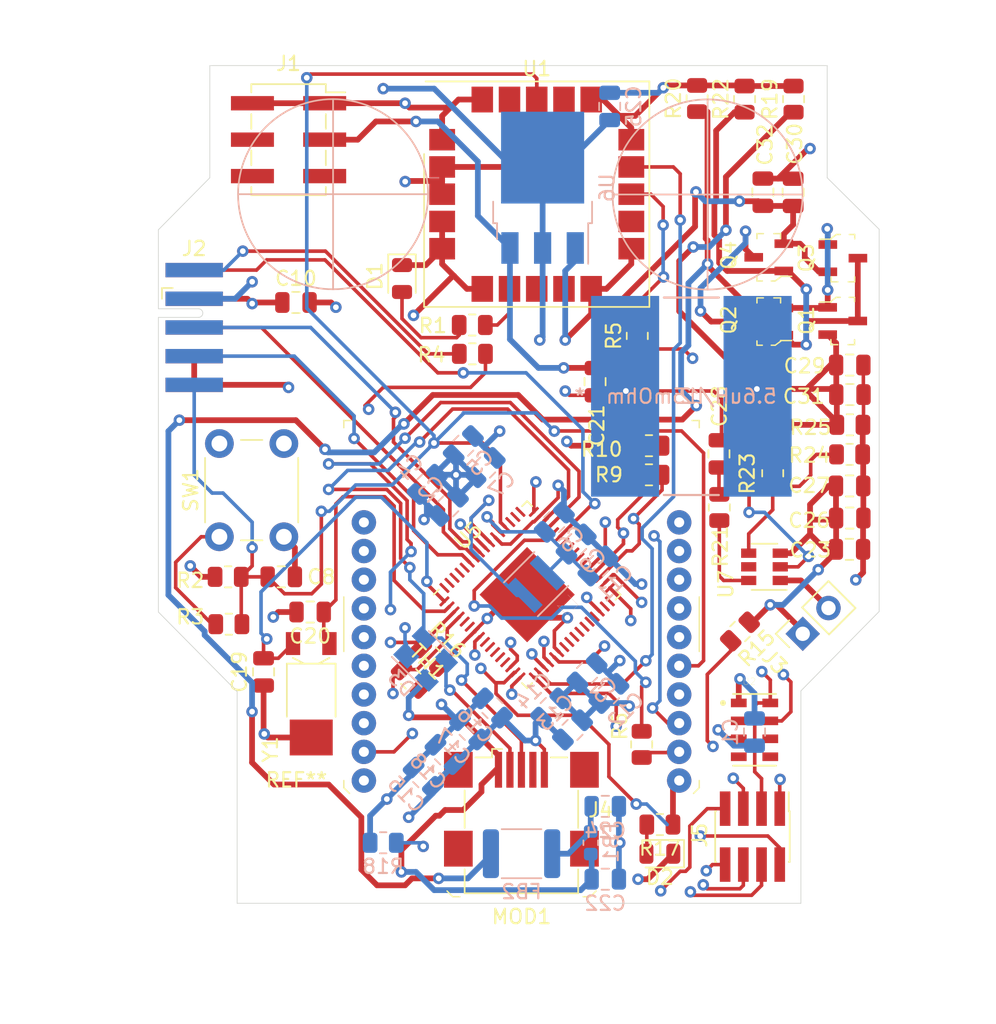
<source format=kicad_pcb>
(kicad_pcb (version 20171130) (host pcbnew 5.1.8)

  (general
    (thickness 1.6)
    (drawings 14)
    (tracks 999)
    (zones 0)
    (modules 79)
    (nets 48)
  )

  (page A4)
  (layers
    (0 F.Cu signal)
    (1 PWR power)
    (2 GND power)
    (31 B.Cu signal)
    (32 B.Adhes user)
    (33 F.Adhes user)
    (34 B.Paste user)
    (35 F.Paste user)
    (36 B.SilkS user)
    (37 F.SilkS user)
    (38 B.Mask user)
    (39 F.Mask user)
    (40 Dwgs.User user)
    (41 Cmts.User user)
    (42 Eco1.User user)
    (43 Eco2.User user)
    (44 Edge.Cuts user)
    (45 Margin user)
    (46 B.CrtYd user)
    (47 F.CrtYd user)
    (48 B.Fab user)
    (49 F.Fab user)
  )

  (setup
    (last_trace_width 0.25)
    (user_trace_width 0.2)
    (user_trace_width 0.4)
    (trace_clearance 0.2032)
    (zone_clearance 0.254)
    (zone_45_only no)
    (trace_min 0.13)
    (via_size 0.8)
    (via_drill 0.4)
    (via_min_size 0.4)
    (via_min_drill 0.3)
    (blind_buried_vias_allowed yes)
    (uvia_size 0.3)
    (uvia_drill 0.1)
    (uvias_allowed yes)
    (uvia_min_size 0.2)
    (uvia_min_drill 0.1)
    (edge_width 0.05)
    (segment_width 0.2)
    (pcb_text_width 0.3)
    (pcb_text_size 1.5 1.5)
    (mod_edge_width 0.12)
    (mod_text_size 1 1)
    (mod_text_width 0.15)
    (pad_size 2 2.5)
    (pad_drill 0)
    (pad_to_mask_clearance 0.05)
    (aux_axis_origin 0 0)
    (grid_origin 116.4 66.9)
    (visible_elements FFFFFF7F)
    (pcbplotparams
      (layerselection 0x010f0_ffffffff)
      (usegerberextensions true)
      (usegerberattributes true)
      (usegerberadvancedattributes true)
      (creategerberjobfile true)
      (excludeedgelayer true)
      (linewidth 0.100000)
      (plotframeref false)
      (viasonmask false)
      (mode 1)
      (useauxorigin false)
      (hpglpennumber 1)
      (hpglpenspeed 20)
      (hpglpendiameter 15.000000)
      (psnegative false)
      (psa4output false)
      (plotreference true)
      (plotvalue false)
      (plotinvisibletext false)
      (padsonsilk true)
      (subtractmaskfromsilk false)
      (outputformat 1)
      (mirror false)
      (drillshape 0)
      (scaleselection 1)
      (outputdirectory "gerbers/"))
  )

  (net 0 "")
  (net 1 +3V3)
  (net 2 /VBUS)
  (net 3 +BATT)
  (net 4 /Power/VBUS_USB)
  (net 5 /Power/VBUS_BATT)
  (net 6 "Net-(Q2-Pad3)")
  (net 7 +5V)
  (net 8 /Brain/XOUT32)
  (net 9 /Brain/XIN32)
  (net 10 /VBattMeasure)
  (net 11 "Net-(R3-Pad2)")
  (net 12 /USB_DM)
  (net 13 /USB_DP)
  (net 14 /~SYS_RESET)
  (net 15 /Brain/SWCLK)
  (net 16 /Brain/SWDIO)
  (net 17 /XBEE_STATUS)
  (net 18 /SysTempMeasure)
  (net 19 "Net-(D2-Pad2)")
  (net 20 GND)
  (net 21 /~XBEE_ATTN)
  (net 22 /MAG_EXT_INT)
  (net 23 /IMU_EXT_INT1)
  (net 24 /IMU_EXT_INT2)
  (net 25 /I2C_SCL)
  (net 26 /I2C_SDA)
  (net 27 /GPS_USART_RX)
  (net 28 /GPS_USART_TX)
  (net 29 /Controls/GPS_PPS)
  (net 30 /MAG_DRDY)
  (net 31 "Net-(D1-Pad2)")
  (net 32 "Net-(J4-Pad6)")
  (net 33 "Net-(Q1-Pad3)")
  (net 34 /Brain/VCC_MCU_VDDCORE)
  (net 35 "Net-(C24-Pad1)")
  (net 36 "Net-(C28-Pad2)")
  (net 37 "Net-(C28-Pad1)")
  (net 38 /Brain/USART_0_RX)
  (net 39 /Brain/SWO)
  (net 40 /USART_2_TX)
  (net 41 /Brain/VCC_MCU_VSW)
  (net 42 /USART_2_RX)
  (net 43 "Net-(R4-Pad1)")
  (net 44 "Net-(R5-Pad1)")
  (net 45 "Net-(R6-Pad1)")
  (net 46 "Net-(R21-Pad1)")
  (net 47 "Net-(R23-Pad2)")

  (net_class Default "This is the default net class."
    (clearance 0.2032)
    (trace_width 0.25)
    (via_dia 0.8)
    (via_drill 0.4)
    (uvia_dia 0.3)
    (uvia_drill 0.1)
    (add_net /Brain/SWCLK)
    (add_net /Brain/SWDIO)
    (add_net /Brain/SWO)
    (add_net /Brain/USART_0_RX)
    (add_net /Brain/VCC_MCU_VDDCORE)
    (add_net /Brain/VCC_MCU_VSW)
    (add_net /Brain/XIN32)
    (add_net /Brain/XOUT32)
    (add_net /Controls/GPS_PPS)
    (add_net /GPS_USART_RX)
    (add_net /GPS_USART_TX)
    (add_net /I2C_SCL)
    (add_net /I2C_SDA)
    (add_net /IMU_EXT_INT1)
    (add_net /IMU_EXT_INT2)
    (add_net /MAG_DRDY)
    (add_net /MAG_EXT_INT)
    (add_net /SysTempMeasure)
    (add_net /USART_2_RX)
    (add_net /USART_2_TX)
    (add_net /USB_DM)
    (add_net /USB_DP)
    (add_net /VBattMeasure)
    (add_net /XBEE_STATUS)
    (add_net /~SYS_RESET)
    (add_net /~XBEE_ATTN)
    (add_net "Net-(C28-Pad1)")
    (add_net "Net-(C28-Pad2)")
    (add_net "Net-(D1-Pad2)")
    (add_net "Net-(D2-Pad2)")
    (add_net "Net-(J4-Pad6)")
    (add_net "Net-(R21-Pad1)")
    (add_net "Net-(R23-Pad2)")
    (add_net "Net-(R3-Pad2)")
    (add_net "Net-(R4-Pad1)")
    (add_net "Net-(R5-Pad1)")
    (add_net "Net-(R6-Pad1)")
  )

  (net_class POWER ""
    (clearance 0.2032)
    (trace_width 0.4)
    (via_dia 0.8)
    (via_drill 0.4)
    (uvia_dia 0.3)
    (uvia_drill 0.1)
    (add_net +3V3)
    (add_net +5V)
    (add_net +BATT)
    (add_net /Power/VBUS_BATT)
    (add_net /Power/VBUS_USB)
    (add_net /VBUS)
    (add_net GND)
    (add_net "Net-(C24-Pad1)")
    (add_net "Net-(Q1-Pad3)")
    (add_net "Net-(Q2-Pad3)")
  )

  (module MountingHole:MountingHole_3.2mm_M3 (layer F.Cu) (tedit 56D1B4CB) (tstamp 5FD93221)
    (at 107.04 88.31)
    (descr "Mounting Hole 3.2mm, no annular, M3")
    (tags "mounting hole 3.2mm no annular m3")
    (attr virtual)
    (fp_text reference REF** (at 0 -4.2) (layer F.SilkS)
      (effects (font (size 1 1) (thickness 0.15)))
    )
    (fp_text value MountingHole_3.2mm_M3 (at 0 4.2) (layer F.Fab)
      (effects (font (size 1 1) (thickness 0.15)))
    )
    (fp_text user %R (at 0.3 0) (layer F.Fab)
      (effects (font (size 1 1) (thickness 0.15)))
    )
    (fp_circle (center 0 0) (end 3.2 0) (layer Cmts.User) (width 0.15))
    (fp_circle (center 0 0) (end 3.45 0) (layer F.CrtYd) (width 0.05))
    (pad 1 np_thru_hole circle (at 0 0) (size 3.2 3.2) (drill 3.2) (layers *.Cu *.Mask))
  )

  (module Connector_PinHeader_1.27mm:PinHeader_2x04_P1.27mm_Vertical_SMD (layer F.Cu) (tedit 59FED6E3) (tstamp 5FD893FA)
    (at 138.86 88.06 270)
    (descr "surface-mounted straight pin header, 2x04, 1.27mm pitch, double rows")
    (tags "Surface mounted pin header SMD 2x04 1.27mm double row")
    (path /5F83D554/60810F35)
    (attr smd)
    (fp_text reference J5 (at -0.1 3.68 90) (layer F.SilkS)
      (effects (font (size 1 1) (thickness 0.15)))
    )
    (fp_text value Conn_02x04_Odd_Even (at 0 3.6 90) (layer F.Fab)
      (effects (font (size 1 1) (thickness 0.15)))
    )
    (fp_text user %R (at 0 0) (layer F.Fab)
      (effects (font (size 1 1) (thickness 0.15)))
    )
    (fp_line (start 1.705 2.54) (end -1.705 2.54) (layer F.Fab) (width 0.1))
    (fp_line (start -1.27 -2.54) (end 1.705 -2.54) (layer F.Fab) (width 0.1))
    (fp_line (start -1.705 2.54) (end -1.705 -2.105) (layer F.Fab) (width 0.1))
    (fp_line (start -1.705 -2.105) (end -1.27 -2.54) (layer F.Fab) (width 0.1))
    (fp_line (start 1.705 -2.54) (end 1.705 2.54) (layer F.Fab) (width 0.1))
    (fp_line (start -1.705 -2.105) (end -2.75 -2.105) (layer F.Fab) (width 0.1))
    (fp_line (start -2.75 -2.105) (end -2.75 -1.705) (layer F.Fab) (width 0.1))
    (fp_line (start -2.75 -1.705) (end -1.705 -1.705) (layer F.Fab) (width 0.1))
    (fp_line (start 1.705 -2.105) (end 2.75 -2.105) (layer F.Fab) (width 0.1))
    (fp_line (start 2.75 -2.105) (end 2.75 -1.705) (layer F.Fab) (width 0.1))
    (fp_line (start 2.75 -1.705) (end 1.705 -1.705) (layer F.Fab) (width 0.1))
    (fp_line (start -1.705 -0.835) (end -2.75 -0.835) (layer F.Fab) (width 0.1))
    (fp_line (start -2.75 -0.835) (end -2.75 -0.435) (layer F.Fab) (width 0.1))
    (fp_line (start -2.75 -0.435) (end -1.705 -0.435) (layer F.Fab) (width 0.1))
    (fp_line (start 1.705 -0.835) (end 2.75 -0.835) (layer F.Fab) (width 0.1))
    (fp_line (start 2.75 -0.835) (end 2.75 -0.435) (layer F.Fab) (width 0.1))
    (fp_line (start 2.75 -0.435) (end 1.705 -0.435) (layer F.Fab) (width 0.1))
    (fp_line (start -1.705 0.435) (end -2.75 0.435) (layer F.Fab) (width 0.1))
    (fp_line (start -2.75 0.435) (end -2.75 0.835) (layer F.Fab) (width 0.1))
    (fp_line (start -2.75 0.835) (end -1.705 0.835) (layer F.Fab) (width 0.1))
    (fp_line (start 1.705 0.435) (end 2.75 0.435) (layer F.Fab) (width 0.1))
    (fp_line (start 2.75 0.435) (end 2.75 0.835) (layer F.Fab) (width 0.1))
    (fp_line (start 2.75 0.835) (end 1.705 0.835) (layer F.Fab) (width 0.1))
    (fp_line (start -1.705 1.705) (end -2.75 1.705) (layer F.Fab) (width 0.1))
    (fp_line (start -2.75 1.705) (end -2.75 2.105) (layer F.Fab) (width 0.1))
    (fp_line (start -2.75 2.105) (end -1.705 2.105) (layer F.Fab) (width 0.1))
    (fp_line (start 1.705 1.705) (end 2.75 1.705) (layer F.Fab) (width 0.1))
    (fp_line (start 2.75 1.705) (end 2.75 2.105) (layer F.Fab) (width 0.1))
    (fp_line (start 2.75 2.105) (end 1.705 2.105) (layer F.Fab) (width 0.1))
    (fp_line (start -1.765 -2.6) (end 1.765 -2.6) (layer F.SilkS) (width 0.12))
    (fp_line (start -1.765 2.6) (end 1.765 2.6) (layer F.SilkS) (width 0.12))
    (fp_line (start -3.09 -2.535) (end -1.765 -2.535) (layer F.SilkS) (width 0.12))
    (fp_line (start -1.765 -2.6) (end -1.765 -2.535) (layer F.SilkS) (width 0.12))
    (fp_line (start 1.765 -2.6) (end 1.765 -2.535) (layer F.SilkS) (width 0.12))
    (fp_line (start -1.765 2.535) (end -1.765 2.6) (layer F.SilkS) (width 0.12))
    (fp_line (start 1.765 2.535) (end 1.765 2.6) (layer F.SilkS) (width 0.12))
    (fp_line (start -4.3 -3.05) (end -4.3 3.05) (layer F.CrtYd) (width 0.05))
    (fp_line (start -4.3 3.05) (end 4.3 3.05) (layer F.CrtYd) (width 0.05))
    (fp_line (start 4.3 3.05) (end 4.3 -3.05) (layer F.CrtYd) (width 0.05))
    (fp_line (start 4.3 -3.05) (end -4.3 -3.05) (layer F.CrtYd) (width 0.05))
    (pad 8 smd rect (at 1.95 1.905 270) (size 2.4 0.74) (layers F.Cu F.Paste F.Mask)
      (net 22 /MAG_EXT_INT))
    (pad 7 smd rect (at -1.95 1.905 270) (size 2.4 0.74) (layers F.Cu F.Paste F.Mask)
      (net 30 /MAG_DRDY))
    (pad 6 smd rect (at 1.95 0.635 270) (size 2.4 0.74) (layers F.Cu F.Paste F.Mask)
      (net 24 /IMU_EXT_INT2))
    (pad 5 smd rect (at -1.95 0.635 270) (size 2.4 0.74) (layers F.Cu F.Paste F.Mask)
      (net 23 /IMU_EXT_INT1))
    (pad 4 smd rect (at 1.95 -0.635 270) (size 2.4 0.74) (layers F.Cu F.Paste F.Mask)
      (net 26 /I2C_SDA))
    (pad 3 smd rect (at -1.95 -0.635 270) (size 2.4 0.74) (layers F.Cu F.Paste F.Mask)
      (net 25 /I2C_SCL))
    (pad 2 smd rect (at 1.95 -1.905 270) (size 2.4 0.74) (layers F.Cu F.Paste F.Mask)
      (net 20 GND))
    (pad 1 smd rect (at -1.95 -1.905 270) (size 2.4 0.74) (layers F.Cu F.Paste F.Mask)
      (net 1 +3V3))
    (model ${KISYS3DMOD}/Connector_PinHeader_1.27mm.3dshapes/PinHeader_2x04_P1.27mm_Vertical_SMD.wrl
      (at (xyz 0 0 0))
      (scale (xyz 1 1 1))
      (rotate (xyz 0 0 0))
    )
  )

  (module Connector_PinSocket_2.54mm:PinSocket_2x03_P2.54mm_Vertical_SMD (layer F.Cu) (tedit 5A19A41D) (tstamp 5FD5BF42)
    (at 106.494 39.468)
    (descr "surface-mounted straight socket strip, 2x03, 2.54mm pitch, double cols (from Kicad 4.0.7), script generated")
    (tags "Surface mounted socket strip SMD 2x03 2.54mm double row")
    (path /5F83D554/5FE29883)
    (attr smd)
    (fp_text reference J1 (at 0 -5.31) (layer F.SilkS)
      (effects (font (size 1 1) (thickness 0.15)))
    )
    (fp_text value ESC_SERVO_HEADER (at 0 5.31) (layer F.Fab)
      (effects (font (size 1 1) (thickness 0.15)))
    )
    (fp_text user %R (at 0 0 90) (layer F.Fab)
      (effects (font (size 1 1) (thickness 0.15)))
    )
    (fp_line (start -2.6 -3.87) (end 2.6 -3.87) (layer F.SilkS) (width 0.12))
    (fp_line (start 2.6 -3.87) (end 2.6 -3.3) (layer F.SilkS) (width 0.12))
    (fp_line (start 2.6 -1.78) (end 2.6 -0.76) (layer F.SilkS) (width 0.12))
    (fp_line (start 2.6 0.76) (end 2.6 1.78) (layer F.SilkS) (width 0.12))
    (fp_line (start 2.6 3.3) (end 2.6 3.87) (layer F.SilkS) (width 0.12))
    (fp_line (start -2.6 3.87) (end 2.6 3.87) (layer F.SilkS) (width 0.12))
    (fp_line (start -2.6 -3.87) (end -2.6 -3.3) (layer F.SilkS) (width 0.12))
    (fp_line (start -2.6 -1.78) (end -2.6 -0.76) (layer F.SilkS) (width 0.12))
    (fp_line (start -2.6 0.76) (end -2.6 1.78) (layer F.SilkS) (width 0.12))
    (fp_line (start -2.6 3.3) (end -2.6 3.87) (layer F.SilkS) (width 0.12))
    (fp_line (start 2.6 -3.3) (end 3.96 -3.3) (layer F.SilkS) (width 0.12))
    (fp_line (start -2.54 -3.81) (end 1.54 -3.81) (layer F.Fab) (width 0.1))
    (fp_line (start 1.54 -3.81) (end 2.54 -2.81) (layer F.Fab) (width 0.1))
    (fp_line (start 2.54 -2.81) (end 2.54 3.81) (layer F.Fab) (width 0.1))
    (fp_line (start 2.54 3.81) (end -2.54 3.81) (layer F.Fab) (width 0.1))
    (fp_line (start -2.54 3.81) (end -2.54 -3.81) (layer F.Fab) (width 0.1))
    (fp_line (start -3.92 -2.86) (end -2.54 -2.86) (layer F.Fab) (width 0.1))
    (fp_line (start -2.54 -2.22) (end -3.92 -2.22) (layer F.Fab) (width 0.1))
    (fp_line (start -3.92 -2.22) (end -3.92 -2.86) (layer F.Fab) (width 0.1))
    (fp_line (start 2.54 -2.86) (end 3.92 -2.86) (layer F.Fab) (width 0.1))
    (fp_line (start 3.92 -2.86) (end 3.92 -2.22) (layer F.Fab) (width 0.1))
    (fp_line (start 3.92 -2.22) (end 2.54 -2.22) (layer F.Fab) (width 0.1))
    (fp_line (start -3.92 -0.32) (end -2.54 -0.32) (layer F.Fab) (width 0.1))
    (fp_line (start -2.54 0.32) (end -3.92 0.32) (layer F.Fab) (width 0.1))
    (fp_line (start -3.92 0.32) (end -3.92 -0.32) (layer F.Fab) (width 0.1))
    (fp_line (start 2.54 -0.32) (end 3.92 -0.32) (layer F.Fab) (width 0.1))
    (fp_line (start 3.92 -0.32) (end 3.92 0.32) (layer F.Fab) (width 0.1))
    (fp_line (start 3.92 0.32) (end 2.54 0.32) (layer F.Fab) (width 0.1))
    (fp_line (start -3.92 2.22) (end -2.54 2.22) (layer F.Fab) (width 0.1))
    (fp_line (start -2.54 2.86) (end -3.92 2.86) (layer F.Fab) (width 0.1))
    (fp_line (start -3.92 2.86) (end -3.92 2.22) (layer F.Fab) (width 0.1))
    (fp_line (start 2.54 2.22) (end 3.92 2.22) (layer F.Fab) (width 0.1))
    (fp_line (start 3.92 2.22) (end 3.92 2.86) (layer F.Fab) (width 0.1))
    (fp_line (start 3.92 2.86) (end 2.54 2.86) (layer F.Fab) (width 0.1))
    (fp_line (start -4.55 -4.35) (end 4.5 -4.35) (layer F.CrtYd) (width 0.05))
    (fp_line (start 4.5 -4.35) (end 4.5 4.3) (layer F.CrtYd) (width 0.05))
    (fp_line (start 4.5 4.3) (end -4.55 4.3) (layer F.CrtYd) (width 0.05))
    (fp_line (start -4.55 4.3) (end -4.55 -4.35) (layer F.CrtYd) (width 0.05))
    (pad 6 smd rect (at -2.52 2.54) (size 3 1) (layers F.Cu F.Paste F.Mask))
    (pad 5 smd rect (at 2.52 2.54) (size 3 1) (layers F.Cu F.Paste F.Mask))
    (pad 4 smd rect (at -2.52 0) (size 3 1) (layers F.Cu F.Paste F.Mask))
    (pad 3 smd rect (at 2.52 0) (size 3 1) (layers F.Cu F.Paste F.Mask)
      (net 7 +5V))
    (pad 2 smd rect (at -2.52 -2.54) (size 3 1) (layers F.Cu F.Paste F.Mask)
      (net 20 GND))
    (pad 1 smd rect (at 2.52 -2.54) (size 3 1) (layers F.Cu F.Paste F.Mask)
      (net 20 GND))
    (model ${KISYS3DMOD}/Connector_PinSocket_2.54mm.3dshapes/PinSocket_2x03_P2.54mm_Vertical_SMD.wrl
      (at (xyz 0 0 0))
      (scale (xyz 1 1 1))
      (rotate (xyz 0 0 0))
    )
  )

  (module Button_Switch_THT:SW_PUSH_6mm_H5mm (layer F.Cu) (tedit 5FD402E3) (tstamp 5FD55DB9)
    (at 101.668 67.154 90)
    (descr "tactile push button, 6x6mm e.g. PHAP33xx series, height=5mm")
    (tags "tact sw push 6mm")
    (path /5F7734A5/601E3B43)
    (fp_text reference SW1 (at 3.25 -2 90) (layer F.SilkS)
      (effects (font (size 1 1) (thickness 0.15)))
    )
    (fp_text value ~RST_BTN (at 3.75 6.7 90) (layer F.Fab)
      (effects (font (size 1 1) (thickness 0.15)))
    )
    (fp_text user %R (at 3.25 2.25 90) (layer F.Fab)
      (effects (font (size 1 1) (thickness 0.15)))
    )
    (fp_line (start 3.25 -0.75) (end 6.25 -0.75) (layer F.Fab) (width 0.1))
    (fp_line (start 6.25 -0.75) (end 6.25 5.25) (layer F.Fab) (width 0.1))
    (fp_line (start 6.25 5.25) (end 0.25 5.25) (layer F.Fab) (width 0.1))
    (fp_line (start 0.25 5.25) (end 0.25 -0.75) (layer F.Fab) (width 0.1))
    (fp_line (start 0.25 -0.75) (end 3.25 -0.75) (layer F.Fab) (width 0.1))
    (fp_line (start 7.75 6) (end 8 6) (layer F.CrtYd) (width 0.05))
    (fp_line (start 8 6) (end 8 5.75) (layer F.CrtYd) (width 0.05))
    (fp_line (start 7.75 -1.5) (end 8 -1.5) (layer F.CrtYd) (width 0.05))
    (fp_line (start 8 -1.5) (end 8 -1.25) (layer F.CrtYd) (width 0.05))
    (fp_line (start -1.5 -1.25) (end -1.5 -1.5) (layer F.CrtYd) (width 0.05))
    (fp_line (start -1.5 -1.5) (end -1.25 -1.5) (layer F.CrtYd) (width 0.05))
    (fp_line (start -1.5 5.75) (end -1.5 6) (layer F.CrtYd) (width 0.05))
    (fp_line (start -1.5 6) (end -1.25 6) (layer F.CrtYd) (width 0.05))
    (fp_line (start -1.25 -1.5) (end 7.75 -1.5) (layer F.CrtYd) (width 0.05))
    (fp_line (start -1.5 5.75) (end -1.5 -1.25) (layer F.CrtYd) (width 0.05))
    (fp_line (start 7.75 6) (end -1.25 6) (layer F.CrtYd) (width 0.05))
    (fp_line (start 8 -1.25) (end 8 5.75) (layer F.CrtYd) (width 0.05))
    (fp_line (start 1 5.5) (end 5.5 5.5) (layer F.SilkS) (width 0.12))
    (fp_line (start -0.25 1.5) (end -0.25 3) (layer F.SilkS) (width 0.12))
    (fp_line (start 5.5 -1) (end 1 -1) (layer F.SilkS) (width 0.12))
    (fp_line (start 6.75 3) (end 6.75 1.5) (layer F.SilkS) (width 0.12))
    (fp_circle (center 3.25 2.25) (end 1.25 2.5) (layer F.Fab) (width 0.1))
    (pad 1 thru_hole circle (at 6.5 0 180) (size 2 2) (drill 1.1) (layers *.Cu *.Mask))
    (pad 2 thru_hole circle (at 6.5 4.5 180) (size 2 2) (drill 1.1) (layers *.Cu *.Mask)
      (net 20 GND))
    (pad 1 thru_hole circle (at 0 0 180) (size 2 2) (drill 1.1) (layers *.Cu *.Mask)
      (net 11 "Net-(R3-Pad2)"))
    (pad 2 thru_hole circle (at 0 4.5 180) (size 2 2) (drill 1.1) (layers *.Cu *.Mask)
      (net 20 GND))
    (model ${KISYS3DMOD}/Button_Switch_THT.3dshapes/SW_PUSH_6mm_H5mm.wrl
      (at (xyz 0 0 0))
      (scale (xyz 1 1 1))
      (rotate (xyz 0 0 0))
    )
  )

  (module Resistor_SMD:R_0805_2012Metric (layer F.Cu) (tedit 5F68FEEE) (tstamp 5FD55C6A)
    (at 131.132 81.632 270)
    (descr "Resistor SMD 0805 (2012 Metric), square (rectangular) end terminal, IPC_7351 nominal, (Body size source: IPC-SM-782 page 72, https://www.pcb-3d.com/wordpress/wp-content/uploads/ipc-sm-782a_amendment_1_and_2.pdf), generated with kicad-footprint-generator")
    (tags resistor)
    (path /5F7734A5/6039A35B)
    (attr smd)
    (fp_text reference R6 (at -1.27 1.524 90) (layer F.SilkS)
      (effects (font (size 1 1) (thickness 0.15)))
    )
    (fp_text value 330R (at 0 1.65 90) (layer F.Fab)
      (effects (font (size 1 1) (thickness 0.15)))
    )
    (fp_text user %R (at 0 0 90) (layer F.Fab)
      (effects (font (size 0.5 0.5) (thickness 0.08)))
    )
    (fp_line (start -1 0.625) (end -1 -0.625) (layer F.Fab) (width 0.1))
    (fp_line (start -1 -0.625) (end 1 -0.625) (layer F.Fab) (width 0.1))
    (fp_line (start 1 -0.625) (end 1 0.625) (layer F.Fab) (width 0.1))
    (fp_line (start 1 0.625) (end -1 0.625) (layer F.Fab) (width 0.1))
    (fp_line (start -0.227064 -0.735) (end 0.227064 -0.735) (layer F.SilkS) (width 0.12))
    (fp_line (start -0.227064 0.735) (end 0.227064 0.735) (layer F.SilkS) (width 0.12))
    (fp_line (start -1.68 0.95) (end -1.68 -0.95) (layer F.CrtYd) (width 0.05))
    (fp_line (start -1.68 -0.95) (end 1.68 -0.95) (layer F.CrtYd) (width 0.05))
    (fp_line (start 1.68 -0.95) (end 1.68 0.95) (layer F.CrtYd) (width 0.05))
    (fp_line (start 1.68 0.95) (end -1.68 0.95) (layer F.CrtYd) (width 0.05))
    (pad 2 smd roundrect (at 0.9125 0 270) (size 1.025 1.4) (layers F.Cu F.Paste F.Mask) (roundrect_rratio 0.243902)
      (net 42 /USART_2_RX))
    (pad 1 smd roundrect (at -0.9125 0 270) (size 1.025 1.4) (layers F.Cu F.Paste F.Mask) (roundrect_rratio 0.243902)
      (net 45 "Net-(R6-Pad1)"))
    (model ${KISYS3DMOD}/Resistor_SMD.3dshapes/R_0805_2012Metric.wrl
      (at (xyz 0 0 0))
      (scale (xyz 1 1 1))
      (rotate (xyz 0 0 0))
    )
  )

  (module Resistor_SMD:R_0805_2012Metric (layer F.Cu) (tedit 5F68FEEE) (tstamp 5FD55C59)
    (at 130.825 53.15 90)
    (descr "Resistor SMD 0805 (2012 Metric), square (rectangular) end terminal, IPC_7351 nominal, (Body size source: IPC-SM-782 page 72, https://www.pcb-3d.com/wordpress/wp-content/uploads/ipc-sm-782a_amendment_1_and_2.pdf), generated with kicad-footprint-generator")
    (tags resistor)
    (path /5F7734A5/60361782)
    (attr smd)
    (fp_text reference R5 (at 0 -1.65 90) (layer F.SilkS)
      (effects (font (size 1 1) (thickness 0.15)))
    )
    (fp_text value 330R (at 0 1.65 90) (layer F.Fab)
      (effects (font (size 1 1) (thickness 0.15)))
    )
    (fp_text user %R (at 0 0 90) (layer F.Fab)
      (effects (font (size 0.5 0.5) (thickness 0.08)))
    )
    (fp_line (start -1 0.625) (end -1 -0.625) (layer F.Fab) (width 0.1))
    (fp_line (start -1 -0.625) (end 1 -0.625) (layer F.Fab) (width 0.1))
    (fp_line (start 1 -0.625) (end 1 0.625) (layer F.Fab) (width 0.1))
    (fp_line (start 1 0.625) (end -1 0.625) (layer F.Fab) (width 0.1))
    (fp_line (start -0.227064 -0.735) (end 0.227064 -0.735) (layer F.SilkS) (width 0.12))
    (fp_line (start -0.227064 0.735) (end 0.227064 0.735) (layer F.SilkS) (width 0.12))
    (fp_line (start -1.68 0.95) (end -1.68 -0.95) (layer F.CrtYd) (width 0.05))
    (fp_line (start -1.68 -0.95) (end 1.68 -0.95) (layer F.CrtYd) (width 0.05))
    (fp_line (start 1.68 -0.95) (end 1.68 0.95) (layer F.CrtYd) (width 0.05))
    (fp_line (start 1.68 0.95) (end -1.68 0.95) (layer F.CrtYd) (width 0.05))
    (pad 2 smd roundrect (at 0.9125 0 90) (size 1.025 1.4) (layers F.Cu F.Paste F.Mask) (roundrect_rratio 0.243902)
      (net 28 /GPS_USART_TX))
    (pad 1 smd roundrect (at -0.9125 0 90) (size 1.025 1.4) (layers F.Cu F.Paste F.Mask) (roundrect_rratio 0.243902)
      (net 44 "Net-(R5-Pad1)"))
    (model ${KISYS3DMOD}/Resistor_SMD.3dshapes/R_0805_2012Metric.wrl
      (at (xyz 0 0 0))
      (scale (xyz 1 1 1))
      (rotate (xyz 0 0 0))
    )
  )

  (module Resistor_SMD:R_0805_2012Metric (layer F.Cu) (tedit 5F68FEEE) (tstamp 5FD55C48)
    (at 119.32 54.4 180)
    (descr "Resistor SMD 0805 (2012 Metric), square (rectangular) end terminal, IPC_7351 nominal, (Body size source: IPC-SM-782 page 72, https://www.pcb-3d.com/wordpress/wp-content/uploads/ipc-sm-782a_amendment_1_and_2.pdf), generated with kicad-footprint-generator")
    (tags resistor)
    (path /5F7734A5/60333622)
    (attr smd)
    (fp_text reference R4 (at 2.85 -0.075) (layer F.SilkS)
      (effects (font (size 1 1) (thickness 0.15)))
    )
    (fp_text value 330R (at 0 1.65) (layer F.Fab)
      (effects (font (size 1 1) (thickness 0.15)))
    )
    (fp_text user %R (at 0 0) (layer F.Fab)
      (effects (font (size 0.5 0.5) (thickness 0.08)))
    )
    (fp_line (start -1 0.625) (end -1 -0.625) (layer F.Fab) (width 0.1))
    (fp_line (start -1 -0.625) (end 1 -0.625) (layer F.Fab) (width 0.1))
    (fp_line (start 1 -0.625) (end 1 0.625) (layer F.Fab) (width 0.1))
    (fp_line (start 1 0.625) (end -1 0.625) (layer F.Fab) (width 0.1))
    (fp_line (start -0.227064 -0.735) (end 0.227064 -0.735) (layer F.SilkS) (width 0.12))
    (fp_line (start -0.227064 0.735) (end 0.227064 0.735) (layer F.SilkS) (width 0.12))
    (fp_line (start -1.68 0.95) (end -1.68 -0.95) (layer F.CrtYd) (width 0.05))
    (fp_line (start -1.68 -0.95) (end 1.68 -0.95) (layer F.CrtYd) (width 0.05))
    (fp_line (start 1.68 -0.95) (end 1.68 0.95) (layer F.CrtYd) (width 0.05))
    (fp_line (start 1.68 0.95) (end -1.68 0.95) (layer F.CrtYd) (width 0.05))
    (pad 2 smd roundrect (at 0.9125 0 180) (size 1.025 1.4) (layers F.Cu F.Paste F.Mask) (roundrect_rratio 0.243902)
      (net 38 /Brain/USART_0_RX))
    (pad 1 smd roundrect (at -0.9125 0 180) (size 1.025 1.4) (layers F.Cu F.Paste F.Mask) (roundrect_rratio 0.243902)
      (net 43 "Net-(R4-Pad1)"))
    (model ${KISYS3DMOD}/Resistor_SMD.3dshapes/R_0805_2012Metric.wrl
      (at (xyz 0 0 0))
      (scale (xyz 1 1 1))
      (rotate (xyz 0 0 0))
    )
  )

  (module Resistor_SMD:R_0805_2012Metric (layer F.Cu) (tedit 5F68FEEE) (tstamp 5FD55C37)
    (at 102.3265 73.25 180)
    (descr "Resistor SMD 0805 (2012 Metric), square (rectangular) end terminal, IPC_7351 nominal, (Body size source: IPC-SM-782 page 72, https://www.pcb-3d.com/wordpress/wp-content/uploads/ipc-sm-782a_amendment_1_and_2.pdf), generated with kicad-footprint-generator")
    (tags resistor)
    (path /5F7734A5/601A6EA8)
    (attr smd)
    (fp_text reference R3 (at 2.6905 0.508) (layer F.SilkS)
      (effects (font (size 1 1) (thickness 0.15)))
    )
    (fp_text value 39R (at 0 1.65) (layer F.Fab)
      (effects (font (size 1 1) (thickness 0.15)))
    )
    (fp_text user %R (at 0 0) (layer F.Fab)
      (effects (font (size 0.5 0.5) (thickness 0.08)))
    )
    (fp_line (start -1 0.625) (end -1 -0.625) (layer F.Fab) (width 0.1))
    (fp_line (start -1 -0.625) (end 1 -0.625) (layer F.Fab) (width 0.1))
    (fp_line (start 1 -0.625) (end 1 0.625) (layer F.Fab) (width 0.1))
    (fp_line (start 1 0.625) (end -1 0.625) (layer F.Fab) (width 0.1))
    (fp_line (start -0.227064 -0.735) (end 0.227064 -0.735) (layer F.SilkS) (width 0.12))
    (fp_line (start -0.227064 0.735) (end 0.227064 0.735) (layer F.SilkS) (width 0.12))
    (fp_line (start -1.68 0.95) (end -1.68 -0.95) (layer F.CrtYd) (width 0.05))
    (fp_line (start -1.68 -0.95) (end 1.68 -0.95) (layer F.CrtYd) (width 0.05))
    (fp_line (start 1.68 -0.95) (end 1.68 0.95) (layer F.CrtYd) (width 0.05))
    (fp_line (start 1.68 0.95) (end -1.68 0.95) (layer F.CrtYd) (width 0.05))
    (pad 2 smd roundrect (at 0.9125 0 180) (size 1.025 1.4) (layers F.Cu F.Paste F.Mask) (roundrect_rratio 0.243902)
      (net 11 "Net-(R3-Pad2)"))
    (pad 1 smd roundrect (at -0.9125 0 180) (size 1.025 1.4) (layers F.Cu F.Paste F.Mask) (roundrect_rratio 0.243902)
      (net 14 /~SYS_RESET))
    (model ${KISYS3DMOD}/Resistor_SMD.3dshapes/R_0805_2012Metric.wrl
      (at (xyz 0 0 0))
      (scale (xyz 1 1 1))
      (rotate (xyz 0 0 0))
    )
  )

  (module Resistor_SMD:R_0805_2012Metric (layer F.Cu) (tedit 5F68FEEE) (tstamp 5FD55C26)
    (at 102.2795 69.948)
    (descr "Resistor SMD 0805 (2012 Metric), square (rectangular) end terminal, IPC_7351 nominal, (Body size source: IPC-SM-782 page 72, https://www.pcb-3d.com/wordpress/wp-content/uploads/ipc-sm-782a_amendment_1_and_2.pdf), generated with kicad-footprint-generator")
    (tags resistor)
    (path /5F7734A5/601A682F)
    (attr smd)
    (fp_text reference R2 (at -2.6435 0.254) (layer F.SilkS)
      (effects (font (size 1 1) (thickness 0.15)))
    )
    (fp_text value 100k (at 0 1.65) (layer F.Fab)
      (effects (font (size 1 1) (thickness 0.15)))
    )
    (fp_text user %R (at 0 0) (layer F.Fab)
      (effects (font (size 0.5 0.5) (thickness 0.08)))
    )
    (fp_line (start -1 0.625) (end -1 -0.625) (layer F.Fab) (width 0.1))
    (fp_line (start -1 -0.625) (end 1 -0.625) (layer F.Fab) (width 0.1))
    (fp_line (start 1 -0.625) (end 1 0.625) (layer F.Fab) (width 0.1))
    (fp_line (start 1 0.625) (end -1 0.625) (layer F.Fab) (width 0.1))
    (fp_line (start -0.227064 -0.735) (end 0.227064 -0.735) (layer F.SilkS) (width 0.12))
    (fp_line (start -0.227064 0.735) (end 0.227064 0.735) (layer F.SilkS) (width 0.12))
    (fp_line (start -1.68 0.95) (end -1.68 -0.95) (layer F.CrtYd) (width 0.05))
    (fp_line (start -1.68 -0.95) (end 1.68 -0.95) (layer F.CrtYd) (width 0.05))
    (fp_line (start 1.68 -0.95) (end 1.68 0.95) (layer F.CrtYd) (width 0.05))
    (fp_line (start 1.68 0.95) (end -1.68 0.95) (layer F.CrtYd) (width 0.05))
    (pad 2 smd roundrect (at 0.9125 0) (size 1.025 1.4) (layers F.Cu F.Paste F.Mask) (roundrect_rratio 0.243902)
      (net 14 /~SYS_RESET))
    (pad 1 smd roundrect (at -0.9125 0) (size 1.025 1.4) (layers F.Cu F.Paste F.Mask) (roundrect_rratio 0.243902)
      (net 1 +3V3))
    (model ${KISYS3DMOD}/Resistor_SMD.3dshapes/R_0805_2012Metric.wrl
      (at (xyz 0 0 0))
      (scale (xyz 1 1 1))
      (rotate (xyz 0 0 0))
    )
  )

  (module plib:IND_LQH3NPZ100MMEL (layer B.Cu) (tedit 5FBC5A67) (tstamp 5FD55AA5)
    (at 123.766 70.456 45)
    (path /5F7734A5/5FFE50DF)
    (fp_text reference L1 (at 0.395 2.635 45) (layer B.SilkS)
      (effects (font (size 1 1) (thickness 0.015)) (justify mirror))
    )
    (fp_text value LQH3NPN100MJ0 (at 8.65 -2.635 45) (layer B.Fab)
      (effects (font (size 1 1) (thickness 0.015)) (justify mirror))
    )
    (fp_line (start -1.5 1.5) (end 1.5 1.5) (layer B.Fab) (width 0.127))
    (fp_line (start 1.5 1.5) (end 1.5 -1.5) (layer B.Fab) (width 0.127))
    (fp_line (start 1.5 -1.5) (end -1.5 -1.5) (layer B.Fab) (width 0.127))
    (fp_line (start -1.5 -1.5) (end -1.5 1.5) (layer B.Fab) (width 0.127))
    (fp_line (start -1.5 1.67) (end 1.5 1.67) (layer B.SilkS) (width 0.127))
    (fp_line (start -1.5 -1.67) (end 1.5 -1.67) (layer B.SilkS) (width 0.127))
    (fp_line (start -1.75 1.75) (end 1.75 1.75) (layer B.CrtYd) (width 0.05))
    (fp_line (start 1.75 1.75) (end 1.75 -1.75) (layer B.CrtYd) (width 0.05))
    (fp_line (start 1.75 -1.75) (end -1.75 -1.75) (layer B.CrtYd) (width 0.05))
    (fp_line (start -1.75 -1.75) (end -1.75 1.75) (layer B.CrtYd) (width 0.05))
    (pad 2 smd rect (at 1.1 0 45) (size 0.8 2.7) (layers B.Cu B.Paste B.Mask)
      (net 34 /Brain/VCC_MCU_VDDCORE))
    (pad 1 smd rect (at -1.1 0 45) (size 0.8 2.7) (layers B.Cu B.Paste B.Mask)
      (net 41 /Brain/VCC_MCU_VSW))
  )

  (module Capacitor_SMD:C_0805_2012Metric (layer B.Cu) (tedit 5F68FEEE) (tstamp 5FD557DD)
    (at 117.416 82.328 315)
    (descr "Capacitor SMD 0805 (2012 Metric), square (rectangular) end terminal, IPC_7351 nominal, (Body size source: IPC-SM-782 page 76, https://www.pcb-3d.com/wordpress/wp-content/uploads/ipc-sm-782a_amendment_1_and_2.pdf, https://docs.google.com/spreadsheets/d/1BsfQQcO9C6DZCsRaXUlFlo91Tg2WpOkGARC1WS5S8t0/edit?usp=sharing), generated with kicad-footprint-generator")
    (tags capacitor)
    (path /5F7734A5/6003B59B)
    (attr smd)
    (fp_text reference C18 (at 0 1.68 135) (layer B.SilkS)
      (effects (font (size 1 1) (thickness 0.15)) (justify mirror))
    )
    (fp_text value 1uF (at 0 -1.68 135) (layer B.Fab)
      (effects (font (size 1 1) (thickness 0.15)) (justify mirror))
    )
    (fp_text user %R (at 0 0 135) (layer B.Fab)
      (effects (font (size 0.5 0.5) (thickness 0.08)) (justify mirror))
    )
    (fp_line (start -1 -0.625) (end -1 0.625) (layer B.Fab) (width 0.1))
    (fp_line (start -1 0.625) (end 1 0.625) (layer B.Fab) (width 0.1))
    (fp_line (start 1 0.625) (end 1 -0.625) (layer B.Fab) (width 0.1))
    (fp_line (start 1 -0.625) (end -1 -0.625) (layer B.Fab) (width 0.1))
    (fp_line (start -0.261252 0.735) (end 0.261252 0.735) (layer B.SilkS) (width 0.12))
    (fp_line (start -0.261252 -0.735) (end 0.261252 -0.735) (layer B.SilkS) (width 0.12))
    (fp_line (start -1.7 -0.98) (end -1.7 0.98) (layer B.CrtYd) (width 0.05))
    (fp_line (start -1.7 0.98) (end 1.7 0.98) (layer B.CrtYd) (width 0.05))
    (fp_line (start 1.7 0.98) (end 1.7 -0.98) (layer B.CrtYd) (width 0.05))
    (fp_line (start 1.7 -0.98) (end -1.7 -0.98) (layer B.CrtYd) (width 0.05))
    (pad 2 smd roundrect (at 0.95 0 315) (size 1 1.45) (layers B.Cu B.Paste B.Mask) (roundrect_rratio 0.25)
      (net 20 GND))
    (pad 1 smd roundrect (at -0.95 0 315) (size 1 1.45) (layers B.Cu B.Paste B.Mask) (roundrect_rratio 0.25)
      (net 1 +3V3))
    (model ${KISYS3DMOD}/Capacitor_SMD.3dshapes/C_0805_2012Metric.wrl
      (at (xyz 0 0 0))
      (scale (xyz 1 1 1))
      (rotate (xyz 0 0 0))
    )
  )

  (module Capacitor_SMD:C_0805_2012Metric (layer B.Cu) (tedit 5F68FEEE) (tstamp 5FD557CC)
    (at 119.128 80.616 315)
    (descr "Capacitor SMD 0805 (2012 Metric), square (rectangular) end terminal, IPC_7351 nominal, (Body size source: IPC-SM-782 page 76, https://www.pcb-3d.com/wordpress/wp-content/uploads/ipc-sm-782a_amendment_1_and_2.pdf, https://docs.google.com/spreadsheets/d/1BsfQQcO9C6DZCsRaXUlFlo91Tg2WpOkGARC1WS5S8t0/edit?usp=sharing), generated with kicad-footprint-generator")
    (tags capacitor)
    (path /5F7734A5/60036580)
    (attr smd)
    (fp_text reference C17 (at 0 1.679999 315) (layer B.SilkS)
      (effects (font (size 1 1) (thickness 0.15)) (justify mirror))
    )
    (fp_text value 1uF (at 0 -1.679999 315) (layer B.Fab)
      (effects (font (size 1 1) (thickness 0.15)) (justify mirror))
    )
    (fp_text user %R (at 0 0 315) (layer B.Fab)
      (effects (font (size 0.5 0.5) (thickness 0.08)) (justify mirror))
    )
    (fp_line (start -1 -0.625) (end -1 0.625) (layer B.Fab) (width 0.1))
    (fp_line (start -1 0.625) (end 1 0.625) (layer B.Fab) (width 0.1))
    (fp_line (start 1 0.625) (end 1 -0.625) (layer B.Fab) (width 0.1))
    (fp_line (start 1 -0.625) (end -1 -0.625) (layer B.Fab) (width 0.1))
    (fp_line (start -0.261252 0.735) (end 0.261252 0.735) (layer B.SilkS) (width 0.12))
    (fp_line (start -0.261252 -0.735) (end 0.261252 -0.735) (layer B.SilkS) (width 0.12))
    (fp_line (start -1.7 -0.98) (end -1.7 0.98) (layer B.CrtYd) (width 0.05))
    (fp_line (start -1.7 0.98) (end 1.7 0.98) (layer B.CrtYd) (width 0.05))
    (fp_line (start 1.7 0.98) (end 1.7 -0.98) (layer B.CrtYd) (width 0.05))
    (fp_line (start 1.7 -0.98) (end -1.7 -0.98) (layer B.CrtYd) (width 0.05))
    (pad 2 smd roundrect (at 0.95 0 315) (size 1 1.45) (layers B.Cu B.Paste B.Mask) (roundrect_rratio 0.25)
      (net 20 GND))
    (pad 1 smd roundrect (at -0.95 0 315) (size 1 1.45) (layers B.Cu B.Paste B.Mask) (roundrect_rratio 0.25)
      (net 1 +3V3))
    (model ${KISYS3DMOD}/Capacitor_SMD.3dshapes/C_0805_2012Metric.wrl
      (at (xyz 0 0 0))
      (scale (xyz 1 1 1))
      (rotate (xyz 0 0 0))
    )
  )

  (module Capacitor_SMD:C_0805_2012Metric (layer B.Cu) (tedit 5F68FEEE) (tstamp 5FD557BB)
    (at 120.718 79.092 315)
    (descr "Capacitor SMD 0805 (2012 Metric), square (rectangular) end terminal, IPC_7351 nominal, (Body size source: IPC-SM-782 page 76, https://www.pcb-3d.com/wordpress/wp-content/uploads/ipc-sm-782a_amendment_1_and_2.pdf, https://docs.google.com/spreadsheets/d/1BsfQQcO9C6DZCsRaXUlFlo91Tg2WpOkGARC1WS5S8t0/edit?usp=sharing), generated with kicad-footprint-generator")
    (tags capacitor)
    (path /5F7734A5/60035B68)
    (attr smd)
    (fp_text reference C16 (at 0 1.679999 315) (layer B.SilkS)
      (effects (font (size 1 1) (thickness 0.15)) (justify mirror))
    )
    (fp_text value 1uF (at 0 -1.679999 315) (layer B.Fab)
      (effects (font (size 1 1) (thickness 0.15)) (justify mirror))
    )
    (fp_text user %R (at 0 0 315) (layer B.Fab)
      (effects (font (size 0.5 0.5) (thickness 0.08)) (justify mirror))
    )
    (fp_line (start -1 -0.625) (end -1 0.625) (layer B.Fab) (width 0.1))
    (fp_line (start -1 0.625) (end 1 0.625) (layer B.Fab) (width 0.1))
    (fp_line (start 1 0.625) (end 1 -0.625) (layer B.Fab) (width 0.1))
    (fp_line (start 1 -0.625) (end -1 -0.625) (layer B.Fab) (width 0.1))
    (fp_line (start -0.261252 0.735) (end 0.261252 0.735) (layer B.SilkS) (width 0.12))
    (fp_line (start -0.261252 -0.735) (end 0.261252 -0.735) (layer B.SilkS) (width 0.12))
    (fp_line (start -1.7 -0.98) (end -1.7 0.98) (layer B.CrtYd) (width 0.05))
    (fp_line (start -1.7 0.98) (end 1.7 0.98) (layer B.CrtYd) (width 0.05))
    (fp_line (start 1.7 0.98) (end 1.7 -0.98) (layer B.CrtYd) (width 0.05))
    (fp_line (start 1.7 -0.98) (end -1.7 -0.98) (layer B.CrtYd) (width 0.05))
    (pad 2 smd roundrect (at 0.95 0 315) (size 1 1.45) (layers B.Cu B.Paste B.Mask) (roundrect_rratio 0.25)
      (net 20 GND))
    (pad 1 smd roundrect (at -0.95 0 315) (size 1 1.45) (layers B.Cu B.Paste B.Mask) (roundrect_rratio 0.25)
      (net 1 +3V3))
    (model ${KISYS3DMOD}/Capacitor_SMD.3dshapes/C_0805_2012Metric.wrl
      (at (xyz 0 0 0))
      (scale (xyz 1 1 1))
      (rotate (xyz 0 0 0))
    )
  )

  (module Capacitor_SMD:C_0805_2012Metric (layer B.Cu) (tedit 5F68FEEE) (tstamp 5FD557AA)
    (at 115.892 83.918 315)
    (descr "Capacitor SMD 0805 (2012 Metric), square (rectangular) end terminal, IPC_7351 nominal, (Body size source: IPC-SM-782 page 76, https://www.pcb-3d.com/wordpress/wp-content/uploads/ipc-sm-782a_amendment_1_and_2.pdf, https://docs.google.com/spreadsheets/d/1BsfQQcO9C6DZCsRaXUlFlo91Tg2WpOkGARC1WS5S8t0/edit?usp=sharing), generated with kicad-footprint-generator")
    (tags capacitor)
    (path /5F7734A5/600B4FC7)
    (attr smd)
    (fp_text reference C15 (at 0 1.679999 315) (layer B.SilkS)
      (effects (font (size 1 1) (thickness 0.15)) (justify mirror))
    )
    (fp_text value 1uF (at 0 -1.679999 315) (layer B.Fab)
      (effects (font (size 1 1) (thickness 0.15)) (justify mirror))
    )
    (fp_text user %R (at 0 0 315) (layer B.Fab)
      (effects (font (size 0.5 0.5) (thickness 0.08)) (justify mirror))
    )
    (fp_line (start -1 -0.625) (end -1 0.625) (layer B.Fab) (width 0.1))
    (fp_line (start -1 0.625) (end 1 0.625) (layer B.Fab) (width 0.1))
    (fp_line (start 1 0.625) (end 1 -0.625) (layer B.Fab) (width 0.1))
    (fp_line (start 1 -0.625) (end -1 -0.625) (layer B.Fab) (width 0.1))
    (fp_line (start -0.261252 0.735) (end 0.261252 0.735) (layer B.SilkS) (width 0.12))
    (fp_line (start -0.261252 -0.735) (end 0.261252 -0.735) (layer B.SilkS) (width 0.12))
    (fp_line (start -1.7 -0.98) (end -1.7 0.98) (layer B.CrtYd) (width 0.05))
    (fp_line (start -1.7 0.98) (end 1.7 0.98) (layer B.CrtYd) (width 0.05))
    (fp_line (start 1.7 0.98) (end 1.7 -0.98) (layer B.CrtYd) (width 0.05))
    (fp_line (start 1.7 -0.98) (end -1.7 -0.98) (layer B.CrtYd) (width 0.05))
    (pad 2 smd roundrect (at 0.95 0 315) (size 1 1.45) (layers B.Cu B.Paste B.Mask) (roundrect_rratio 0.25)
      (net 20 GND))
    (pad 1 smd roundrect (at -0.95 0 315) (size 1 1.45) (layers B.Cu B.Paste B.Mask) (roundrect_rratio 0.25)
      (net 1 +3V3))
    (model ${KISYS3DMOD}/Capacitor_SMD.3dshapes/C_0805_2012Metric.wrl
      (at (xyz 0 0 0))
      (scale (xyz 1 1 1))
      (rotate (xyz 0 0 0))
    )
  )

  (module Capacitor_SMD:C_0805_2012Metric (layer B.Cu) (tedit 5F68FEEE) (tstamp 5FD55799)
    (at 124.782 79.092 225)
    (descr "Capacitor SMD 0805 (2012 Metric), square (rectangular) end terminal, IPC_7351 nominal, (Body size source: IPC-SM-782 page 76, https://www.pcb-3d.com/wordpress/wp-content/uploads/ipc-sm-782a_amendment_1_and_2.pdf, https://docs.google.com/spreadsheets/d/1BsfQQcO9C6DZCsRaXUlFlo91Tg2WpOkGARC1WS5S8t0/edit?usp=sharing), generated with kicad-footprint-generator")
    (tags capacitor)
    (path /5F7734A5/600B4957)
    (attr smd)
    (fp_text reference C14 (at 0 1.679999 225) (layer B.SilkS)
      (effects (font (size 1 1) (thickness 0.15)) (justify mirror))
    )
    (fp_text value 1uF (at 0 -1.679999 225) (layer B.Fab)
      (effects (font (size 1 1) (thickness 0.15)) (justify mirror))
    )
    (fp_text user %R (at 0 0 225) (layer B.Fab)
      (effects (font (size 0.5 0.5) (thickness 0.08)) (justify mirror))
    )
    (fp_line (start -1 -0.625) (end -1 0.625) (layer B.Fab) (width 0.1))
    (fp_line (start -1 0.625) (end 1 0.625) (layer B.Fab) (width 0.1))
    (fp_line (start 1 0.625) (end 1 -0.625) (layer B.Fab) (width 0.1))
    (fp_line (start 1 -0.625) (end -1 -0.625) (layer B.Fab) (width 0.1))
    (fp_line (start -0.261252 0.735) (end 0.261252 0.735) (layer B.SilkS) (width 0.12))
    (fp_line (start -0.261252 -0.735) (end 0.261252 -0.735) (layer B.SilkS) (width 0.12))
    (fp_line (start -1.7 -0.98) (end -1.7 0.98) (layer B.CrtYd) (width 0.05))
    (fp_line (start -1.7 0.98) (end 1.7 0.98) (layer B.CrtYd) (width 0.05))
    (fp_line (start 1.7 0.98) (end 1.7 -0.98) (layer B.CrtYd) (width 0.05))
    (fp_line (start 1.7 -0.98) (end -1.7 -0.98) (layer B.CrtYd) (width 0.05))
    (pad 2 smd roundrect (at 0.95 0 225) (size 1 1.45) (layers B.Cu B.Paste B.Mask) (roundrect_rratio 0.25)
      (net 20 GND))
    (pad 1 smd roundrect (at -0.95 0 225) (size 1 1.45) (layers B.Cu B.Paste B.Mask) (roundrect_rratio 0.25)
      (net 1 +3V3))
    (model ${KISYS3DMOD}/Capacitor_SMD.3dshapes/C_0805_2012Metric.wrl
      (at (xyz 0 0 0))
      (scale (xyz 1 1 1))
      (rotate (xyz 0 0 0))
    )
  )

  (module Capacitor_SMD:C_0805_2012Metric (layer B.Cu) (tedit 5F68FEEE) (tstamp 5FD55788)
    (at 126.306 80.616 225)
    (descr "Capacitor SMD 0805 (2012 Metric), square (rectangular) end terminal, IPC_7351 nominal, (Body size source: IPC-SM-782 page 76, https://www.pcb-3d.com/wordpress/wp-content/uploads/ipc-sm-782a_amendment_1_and_2.pdf, https://docs.google.com/spreadsheets/d/1BsfQQcO9C6DZCsRaXUlFlo91Tg2WpOkGARC1WS5S8t0/edit?usp=sharing), generated with kicad-footprint-generator")
    (tags capacitor)
    (path /5F7734A5/6008C593)
    (attr smd)
    (fp_text reference C13 (at 0 1.679999 225) (layer B.SilkS)
      (effects (font (size 1 1) (thickness 0.15)) (justify mirror))
    )
    (fp_text value 1uF (at 0 -1.679999 225) (layer B.Fab)
      (effects (font (size 1 1) (thickness 0.15)) (justify mirror))
    )
    (fp_text user %R (at 0 0 225) (layer B.Fab)
      (effects (font (size 0.5 0.5) (thickness 0.08)) (justify mirror))
    )
    (fp_line (start -1 -0.625) (end -1 0.625) (layer B.Fab) (width 0.1))
    (fp_line (start -1 0.625) (end 1 0.625) (layer B.Fab) (width 0.1))
    (fp_line (start 1 0.625) (end 1 -0.625) (layer B.Fab) (width 0.1))
    (fp_line (start 1 -0.625) (end -1 -0.625) (layer B.Fab) (width 0.1))
    (fp_line (start -0.261252 0.735) (end 0.261252 0.735) (layer B.SilkS) (width 0.12))
    (fp_line (start -0.261252 -0.735) (end 0.261252 -0.735) (layer B.SilkS) (width 0.12))
    (fp_line (start -1.7 -0.98) (end -1.7 0.98) (layer B.CrtYd) (width 0.05))
    (fp_line (start -1.7 0.98) (end 1.7 0.98) (layer B.CrtYd) (width 0.05))
    (fp_line (start 1.7 0.98) (end 1.7 -0.98) (layer B.CrtYd) (width 0.05))
    (fp_line (start 1.7 -0.98) (end -1.7 -0.98) (layer B.CrtYd) (width 0.05))
    (pad 2 smd roundrect (at 0.95 0 225) (size 1 1.45) (layers B.Cu B.Paste B.Mask) (roundrect_rratio 0.25)
      (net 20 GND))
    (pad 1 smd roundrect (at -0.95 0 225) (size 1 1.45) (layers B.Cu B.Paste B.Mask) (roundrect_rratio 0.25)
      (net 1 +3V3))
    (model ${KISYS3DMOD}/Capacitor_SMD.3dshapes/C_0805_2012Metric.wrl
      (at (xyz 0 0 0))
      (scale (xyz 1 1 1))
      (rotate (xyz 0 0 0))
    )
  )

  (module Capacitor_SMD:C_0805_2012Metric (layer B.Cu) (tedit 5F68FEEE) (tstamp 5FD55777)
    (at 128.846 78.076 45)
    (descr "Capacitor SMD 0805 (2012 Metric), square (rectangular) end terminal, IPC_7351 nominal, (Body size source: IPC-SM-782 page 76, https://www.pcb-3d.com/wordpress/wp-content/uploads/ipc-sm-782a_amendment_1_and_2.pdf, https://docs.google.com/spreadsheets/d/1BsfQQcO9C6DZCsRaXUlFlo91Tg2WpOkGARC1WS5S8t0/edit?usp=sharing), generated with kicad-footprint-generator")
    (tags capacitor)
    (path /5F7734A5/60080FD0)
    (attr smd)
    (fp_text reference C12 (at 0 1.679999 225) (layer B.SilkS)
      (effects (font (size 1 1) (thickness 0.15)) (justify mirror))
    )
    (fp_text value 1uF (at 0 -1.679999 225) (layer B.Fab)
      (effects (font (size 1 1) (thickness 0.15)) (justify mirror))
    )
    (fp_text user %R (at 0 0 225) (layer B.Fab)
      (effects (font (size 0.5 0.5) (thickness 0.08)) (justify mirror))
    )
    (fp_line (start -1 -0.625) (end -1 0.625) (layer B.Fab) (width 0.1))
    (fp_line (start -1 0.625) (end 1 0.625) (layer B.Fab) (width 0.1))
    (fp_line (start 1 0.625) (end 1 -0.625) (layer B.Fab) (width 0.1))
    (fp_line (start 1 -0.625) (end -1 -0.625) (layer B.Fab) (width 0.1))
    (fp_line (start -0.261252 0.735) (end 0.261252 0.735) (layer B.SilkS) (width 0.12))
    (fp_line (start -0.261252 -0.735) (end 0.261252 -0.735) (layer B.SilkS) (width 0.12))
    (fp_line (start -1.7 -0.98) (end -1.7 0.98) (layer B.CrtYd) (width 0.05))
    (fp_line (start -1.7 0.98) (end 1.7 0.98) (layer B.CrtYd) (width 0.05))
    (fp_line (start 1.7 0.98) (end 1.7 -0.98) (layer B.CrtYd) (width 0.05))
    (fp_line (start 1.7 -0.98) (end -1.7 -0.98) (layer B.CrtYd) (width 0.05))
    (pad 2 smd roundrect (at 0.95 0 45) (size 1 1.45) (layers B.Cu B.Paste B.Mask) (roundrect_rratio 0.25)
      (net 20 GND))
    (pad 1 smd roundrect (at -0.95 0 45) (size 1 1.45) (layers B.Cu B.Paste B.Mask) (roundrect_rratio 0.25)
      (net 1 +3V3))
    (model ${KISYS3DMOD}/Capacitor_SMD.3dshapes/C_0805_2012Metric.wrl
      (at (xyz 0 0 0))
      (scale (xyz 1 1 1))
      (rotate (xyz 0 0 0))
    )
  )

  (module Capacitor_SMD:C_0805_2012Metric (layer B.Cu) (tedit 5F68FEEE) (tstamp 5FD55766)
    (at 128.084 69.186 45)
    (descr "Capacitor SMD 0805 (2012 Metric), square (rectangular) end terminal, IPC_7351 nominal, (Body size source: IPC-SM-782 page 76, https://www.pcb-3d.com/wordpress/wp-content/uploads/ipc-sm-782a_amendment_1_and_2.pdf, https://docs.google.com/spreadsheets/d/1BsfQQcO9C6DZCsRaXUlFlo91Tg2WpOkGARC1WS5S8t0/edit?usp=sharing), generated with kicad-footprint-generator")
    (tags capacitor)
    (path /5F7734A5/5FFED7B3)
    (attr smd)
    (fp_text reference C11 (at 0 1.679999 225) (layer B.SilkS)
      (effects (font (size 1 1) (thickness 0.15)) (justify mirror))
    )
    (fp_text value 1uF (at 0 -1.679999 225) (layer B.Fab)
      (effects (font (size 1 1) (thickness 0.15)) (justify mirror))
    )
    (fp_text user %R (at 0 0 225) (layer B.Fab)
      (effects (font (size 0.5 0.5) (thickness 0.08)) (justify mirror))
    )
    (fp_line (start -1 -0.625) (end -1 0.625) (layer B.Fab) (width 0.1))
    (fp_line (start -1 0.625) (end 1 0.625) (layer B.Fab) (width 0.1))
    (fp_line (start 1 0.625) (end 1 -0.625) (layer B.Fab) (width 0.1))
    (fp_line (start 1 -0.625) (end -1 -0.625) (layer B.Fab) (width 0.1))
    (fp_line (start -0.261252 0.735) (end 0.261252 0.735) (layer B.SilkS) (width 0.12))
    (fp_line (start -0.261252 -0.735) (end 0.261252 -0.735) (layer B.SilkS) (width 0.12))
    (fp_line (start -1.7 -0.98) (end -1.7 0.98) (layer B.CrtYd) (width 0.05))
    (fp_line (start -1.7 0.98) (end 1.7 0.98) (layer B.CrtYd) (width 0.05))
    (fp_line (start 1.7 0.98) (end 1.7 -0.98) (layer B.CrtYd) (width 0.05))
    (fp_line (start 1.7 -0.98) (end -1.7 -0.98) (layer B.CrtYd) (width 0.05))
    (pad 2 smd roundrect (at 0.95 0 45) (size 1 1.45) (layers B.Cu B.Paste B.Mask) (roundrect_rratio 0.25)
      (net 20 GND))
    (pad 1 smd roundrect (at -0.95 0 45) (size 1 1.45) (layers B.Cu B.Paste B.Mask) (roundrect_rratio 0.25)
      (net 34 /Brain/VCC_MCU_VDDCORE))
    (model ${KISYS3DMOD}/Capacitor_SMD.3dshapes/C_0805_2012Metric.wrl
      (at (xyz 0 0 0))
      (scale (xyz 1 1 1))
      (rotate (xyz 0 0 0))
    )
  )

  (module Capacitor_SMD:C_0805_2012Metric (layer F.Cu) (tedit 5F68FEEE) (tstamp 5FD55755)
    (at 107.01 50.82)
    (descr "Capacitor SMD 0805 (2012 Metric), square (rectangular) end terminal, IPC_7351 nominal, (Body size source: IPC-SM-782 page 76, https://www.pcb-3d.com/wordpress/wp-content/uploads/ipc-sm-782a_amendment_1_and_2.pdf, https://docs.google.com/spreadsheets/d/1BsfQQcO9C6DZCsRaXUlFlo91Tg2WpOkGARC1WS5S8t0/edit?usp=sharing), generated with kicad-footprint-generator")
    (tags capacitor)
    (path /5F7734A5/60080658)
    (attr smd)
    (fp_text reference C10 (at 0 -1.68) (layer F.SilkS)
      (effects (font (size 1 1) (thickness 0.15)))
    )
    (fp_text value 1uF (at 0 1.68) (layer F.Fab)
      (effects (font (size 1 1) (thickness 0.15)))
    )
    (fp_text user %R (at 0 0) (layer F.Fab)
      (effects (font (size 0.5 0.5) (thickness 0.08)))
    )
    (fp_line (start -1 0.625) (end -1 -0.625) (layer F.Fab) (width 0.1))
    (fp_line (start -1 -0.625) (end 1 -0.625) (layer F.Fab) (width 0.1))
    (fp_line (start 1 -0.625) (end 1 0.625) (layer F.Fab) (width 0.1))
    (fp_line (start 1 0.625) (end -1 0.625) (layer F.Fab) (width 0.1))
    (fp_line (start -0.261252 -0.735) (end 0.261252 -0.735) (layer F.SilkS) (width 0.12))
    (fp_line (start -0.261252 0.735) (end 0.261252 0.735) (layer F.SilkS) (width 0.12))
    (fp_line (start -1.7 0.98) (end -1.7 -0.98) (layer F.CrtYd) (width 0.05))
    (fp_line (start -1.7 -0.98) (end 1.7 -0.98) (layer F.CrtYd) (width 0.05))
    (fp_line (start 1.7 -0.98) (end 1.7 0.98) (layer F.CrtYd) (width 0.05))
    (fp_line (start 1.7 0.98) (end -1.7 0.98) (layer F.CrtYd) (width 0.05))
    (pad 2 smd roundrect (at 0.95 0) (size 1 1.45) (layers F.Cu F.Paste F.Mask) (roundrect_rratio 0.25)
      (net 20 GND))
    (pad 1 smd roundrect (at -0.95 0) (size 1 1.45) (layers F.Cu F.Paste F.Mask) (roundrect_rratio 0.25)
      (net 1 +3V3))
    (model ${KISYS3DMOD}/Capacitor_SMD.3dshapes/C_0805_2012Metric.wrl
      (at (xyz 0 0 0))
      (scale (xyz 1 1 1))
      (rotate (xyz 0 0 0))
    )
  )

  (module Capacitor_SMD:C_0805_2012Metric (layer B.Cu) (tedit 5F68FEEE) (tstamp 5FD55744)
    (at 126.56 67.662 45)
    (descr "Capacitor SMD 0805 (2012 Metric), square (rectangular) end terminal, IPC_7351 nominal, (Body size source: IPC-SM-782 page 76, https://www.pcb-3d.com/wordpress/wp-content/uploads/ipc-sm-782a_amendment_1_and_2.pdf, https://docs.google.com/spreadsheets/d/1BsfQQcO9C6DZCsRaXUlFlo91Tg2WpOkGARC1WS5S8t0/edit?usp=sharing), generated with kicad-footprint-generator")
    (tags capacitor)
    (path /5F7734A5/5FFED1E4)
    (attr smd)
    (fp_text reference C9 (at 0 1.679999 225) (layer B.SilkS)
      (effects (font (size 1 1) (thickness 0.15)) (justify mirror))
    )
    (fp_text value 1uF (at 0 -1.679999 225) (layer B.Fab)
      (effects (font (size 1 1) (thickness 0.15)) (justify mirror))
    )
    (fp_text user %R (at 0 0 225) (layer B.Fab)
      (effects (font (size 0.5 0.5) (thickness 0.08)) (justify mirror))
    )
    (fp_line (start -1 -0.625) (end -1 0.625) (layer B.Fab) (width 0.1))
    (fp_line (start -1 0.625) (end 1 0.625) (layer B.Fab) (width 0.1))
    (fp_line (start 1 0.625) (end 1 -0.625) (layer B.Fab) (width 0.1))
    (fp_line (start 1 -0.625) (end -1 -0.625) (layer B.Fab) (width 0.1))
    (fp_line (start -0.261252 0.735) (end 0.261252 0.735) (layer B.SilkS) (width 0.12))
    (fp_line (start -0.261252 -0.735) (end 0.261252 -0.735) (layer B.SilkS) (width 0.12))
    (fp_line (start -1.7 -0.98) (end -1.7 0.98) (layer B.CrtYd) (width 0.05))
    (fp_line (start -1.7 0.98) (end 1.7 0.98) (layer B.CrtYd) (width 0.05))
    (fp_line (start 1.7 0.98) (end 1.7 -0.98) (layer B.CrtYd) (width 0.05))
    (fp_line (start 1.7 -0.98) (end -1.7 -0.98) (layer B.CrtYd) (width 0.05))
    (pad 2 smd roundrect (at 0.95 0 45) (size 1 1.45) (layers B.Cu B.Paste B.Mask) (roundrect_rratio 0.25)
      (net 20 GND))
    (pad 1 smd roundrect (at -0.95 0 45) (size 1 1.45) (layers B.Cu B.Paste B.Mask) (roundrect_rratio 0.25)
      (net 34 /Brain/VCC_MCU_VDDCORE))
    (model ${KISYS3DMOD}/Capacitor_SMD.3dshapes/C_0805_2012Metric.wrl
      (at (xyz 0 0 0))
      (scale (xyz 1 1 1))
      (rotate (xyz 0 0 0))
    )
  )

  (module Capacitor_SMD:C_0805_2012Metric (layer F.Cu) (tedit 5F68FEEE) (tstamp 5FD55733)
    (at 105.986 69.948)
    (descr "Capacitor SMD 0805 (2012 Metric), square (rectangular) end terminal, IPC_7351 nominal, (Body size source: IPC-SM-782 page 76, https://www.pcb-3d.com/wordpress/wp-content/uploads/ipc-sm-782a_amendment_1_and_2.pdf, https://docs.google.com/spreadsheets/d/1BsfQQcO9C6DZCsRaXUlFlo91Tg2WpOkGARC1WS5S8t0/edit?usp=sharing), generated with kicad-footprint-generator")
    (tags capacitor)
    (path /5F7734A5/601C192F)
    (attr smd)
    (fp_text reference C8 (at 2.794 0) (layer F.SilkS)
      (effects (font (size 1 1) (thickness 0.15)))
    )
    (fp_text value 1uF (at 0 1.68) (layer F.Fab)
      (effects (font (size 1 1) (thickness 0.15)))
    )
    (fp_text user %R (at 0 0) (layer F.Fab)
      (effects (font (size 0.5 0.5) (thickness 0.08)))
    )
    (fp_line (start -1 0.625) (end -1 -0.625) (layer F.Fab) (width 0.1))
    (fp_line (start -1 -0.625) (end 1 -0.625) (layer F.Fab) (width 0.1))
    (fp_line (start 1 -0.625) (end 1 0.625) (layer F.Fab) (width 0.1))
    (fp_line (start 1 0.625) (end -1 0.625) (layer F.Fab) (width 0.1))
    (fp_line (start -0.261252 -0.735) (end 0.261252 -0.735) (layer F.SilkS) (width 0.12))
    (fp_line (start -0.261252 0.735) (end 0.261252 0.735) (layer F.SilkS) (width 0.12))
    (fp_line (start -1.7 0.98) (end -1.7 -0.98) (layer F.CrtYd) (width 0.05))
    (fp_line (start -1.7 -0.98) (end 1.7 -0.98) (layer F.CrtYd) (width 0.05))
    (fp_line (start 1.7 -0.98) (end 1.7 0.98) (layer F.CrtYd) (width 0.05))
    (fp_line (start 1.7 0.98) (end -1.7 0.98) (layer F.CrtYd) (width 0.05))
    (pad 2 smd roundrect (at 0.95 0) (size 1 1.45) (layers F.Cu F.Paste F.Mask) (roundrect_rratio 0.25)
      (net 20 GND))
    (pad 1 smd roundrect (at -0.95 0) (size 1 1.45) (layers F.Cu F.Paste F.Mask) (roundrect_rratio 0.25)
      (net 14 /~SYS_RESET))
    (model ${KISYS3DMOD}/Capacitor_SMD.3dshapes/C_0805_2012Metric.wrl
      (at (xyz 0 0 0))
      (scale (xyz 1 1 1))
      (rotate (xyz 0 0 0))
    )
  )

  (module Capacitor_SMD:C_0805_2012Metric (layer B.Cu) (tedit 5F68FEEE) (tstamp 5FD55722)
    (at 120.21 62.328 45)
    (descr "Capacitor SMD 0805 (2012 Metric), square (rectangular) end terminal, IPC_7351 nominal, (Body size source: IPC-SM-782 page 76, https://www.pcb-3d.com/wordpress/wp-content/uploads/ipc-sm-782a_amendment_1_and_2.pdf, https://docs.google.com/spreadsheets/d/1BsfQQcO9C6DZCsRaXUlFlo91Tg2WpOkGARC1WS5S8t0/edit?usp=sharing), generated with kicad-footprint-generator")
    (tags capacitor)
    (path /5F7734A5/600802D4)
    (attr smd)
    (fp_text reference C7 (at 0 1.68 45) (layer B.SilkS)
      (effects (font (size 1 1) (thickness 0.15)) (justify mirror))
    )
    (fp_text value 1uF (at -5.88 -2.72 135) (layer B.Fab)
      (effects (font (size 1 1) (thickness 0.15)) (justify mirror))
    )
    (fp_text user %R (at 0 0 45) (layer B.Fab)
      (effects (font (size 0.5 0.5) (thickness 0.08)) (justify mirror))
    )
    (fp_line (start -1 -0.625) (end -1 0.625) (layer B.Fab) (width 0.1))
    (fp_line (start -1 0.625) (end 1 0.625) (layer B.Fab) (width 0.1))
    (fp_line (start 1 0.625) (end 1 -0.625) (layer B.Fab) (width 0.1))
    (fp_line (start 1 -0.625) (end -1 -0.625) (layer B.Fab) (width 0.1))
    (fp_line (start -0.261252 0.735) (end 0.261252 0.735) (layer B.SilkS) (width 0.12))
    (fp_line (start -0.261252 -0.735) (end 0.261252 -0.735) (layer B.SilkS) (width 0.12))
    (fp_line (start -1.7 -0.98) (end -1.7 0.98) (layer B.CrtYd) (width 0.05))
    (fp_line (start -1.7 0.98) (end 1.7 0.98) (layer B.CrtYd) (width 0.05))
    (fp_line (start 1.7 0.98) (end 1.7 -0.98) (layer B.CrtYd) (width 0.05))
    (fp_line (start 1.7 -0.98) (end -1.7 -0.98) (layer B.CrtYd) (width 0.05))
    (pad 2 smd roundrect (at 0.95 0 45) (size 1 1.45) (layers B.Cu B.Paste B.Mask) (roundrect_rratio 0.25)
      (net 20 GND))
    (pad 1 smd roundrect (at -0.95 0 45) (size 1 1.45) (layers B.Cu B.Paste B.Mask) (roundrect_rratio 0.25)
      (net 1 +3V3))
    (model ${KISYS3DMOD}/Capacitor_SMD.3dshapes/C_0805_2012Metric.wrl
      (at (xyz 0 0 0))
      (scale (xyz 1 1 1))
      (rotate (xyz 0 0 0))
    )
  )

  (module Capacitor_SMD:C_0805_2012Metric (layer B.Cu) (tedit 5F68FEEE) (tstamp 5FD55711)
    (at 125.036 66.138 45)
    (descr "Capacitor SMD 0805 (2012 Metric), square (rectangular) end terminal, IPC_7351 nominal, (Body size source: IPC-SM-782 page 76, https://www.pcb-3d.com/wordpress/wp-content/uploads/ipc-sm-782a_amendment_1_and_2.pdf, https://docs.google.com/spreadsheets/d/1BsfQQcO9C6DZCsRaXUlFlo91Tg2WpOkGARC1WS5S8t0/edit?usp=sharing), generated with kicad-footprint-generator")
    (tags capacitor)
    (path /5F7734A5/5FFEC169)
    (attr smd)
    (fp_text reference C6 (at 0 1.68 45) (layer B.SilkS)
      (effects (font (size 1 1) (thickness 0.15)) (justify mirror))
    )
    (fp_text value 10uF (at 0 -1.68 45) (layer B.Fab)
      (effects (font (size 1 1) (thickness 0.15)) (justify mirror))
    )
    (fp_text user %R (at 0 0 45) (layer B.Fab)
      (effects (font (size 0.5 0.5) (thickness 0.08)) (justify mirror))
    )
    (fp_line (start -1 -0.625) (end -1 0.625) (layer B.Fab) (width 0.1))
    (fp_line (start -1 0.625) (end 1 0.625) (layer B.Fab) (width 0.1))
    (fp_line (start 1 0.625) (end 1 -0.625) (layer B.Fab) (width 0.1))
    (fp_line (start 1 -0.625) (end -1 -0.625) (layer B.Fab) (width 0.1))
    (fp_line (start -0.261252 0.735) (end 0.261252 0.735) (layer B.SilkS) (width 0.12))
    (fp_line (start -0.261252 -0.735) (end 0.261252 -0.735) (layer B.SilkS) (width 0.12))
    (fp_line (start -1.7 -0.98) (end -1.7 0.98) (layer B.CrtYd) (width 0.05))
    (fp_line (start -1.7 0.98) (end 1.7 0.98) (layer B.CrtYd) (width 0.05))
    (fp_line (start 1.7 0.98) (end 1.7 -0.98) (layer B.CrtYd) (width 0.05))
    (fp_line (start 1.7 -0.98) (end -1.7 -0.98) (layer B.CrtYd) (width 0.05))
    (pad 2 smd roundrect (at 0.95 0 45) (size 1 1.45) (layers B.Cu B.Paste B.Mask) (roundrect_rratio 0.25)
      (net 20 GND))
    (pad 1 smd roundrect (at -0.95 0 45) (size 1 1.45) (layers B.Cu B.Paste B.Mask) (roundrect_rratio 0.25)
      (net 34 /Brain/VCC_MCU_VDDCORE))
    (model ${KISYS3DMOD}/Capacitor_SMD.3dshapes/C_0805_2012Metric.wrl
      (at (xyz 0 0 0))
      (scale (xyz 1 1 1))
      (rotate (xyz 0 0 0))
    )
  )

  (module Capacitor_SMD:C_0805_2012Metric (layer B.Cu) (tedit 5F68FEEE) (tstamp 5FD55700)
    (at 118.686 60.804 45)
    (descr "Capacitor SMD 0805 (2012 Metric), square (rectangular) end terminal, IPC_7351 nominal, (Body size source: IPC-SM-782 page 76, https://www.pcb-3d.com/wordpress/wp-content/uploads/ipc-sm-782a_amendment_1_and_2.pdf, https://docs.google.com/spreadsheets/d/1BsfQQcO9C6DZCsRaXUlFlo91Tg2WpOkGARC1WS5S8t0/edit?usp=sharing), generated with kicad-footprint-generator")
    (tags capacitor)
    (path /5F7734A5/6007FEEB)
    (attr smd)
    (fp_text reference C5 (at 0 1.68 45) (layer B.SilkS)
      (effects (font (size 1 1) (thickness 0.15)) (justify mirror))
    )
    (fp_text value 1uF (at 0 -1.68 45) (layer B.Fab)
      (effects (font (size 1 1) (thickness 0.15)) (justify mirror))
    )
    (fp_text user %R (at 0 0 45) (layer B.Fab)
      (effects (font (size 0.5 0.5) (thickness 0.08)) (justify mirror))
    )
    (fp_line (start -1 -0.625) (end -1 0.625) (layer B.Fab) (width 0.1))
    (fp_line (start -1 0.625) (end 1 0.625) (layer B.Fab) (width 0.1))
    (fp_line (start 1 0.625) (end 1 -0.625) (layer B.Fab) (width 0.1))
    (fp_line (start 1 -0.625) (end -1 -0.625) (layer B.Fab) (width 0.1))
    (fp_line (start -0.261252 0.735) (end 0.261252 0.735) (layer B.SilkS) (width 0.12))
    (fp_line (start -0.261252 -0.735) (end 0.261252 -0.735) (layer B.SilkS) (width 0.12))
    (fp_line (start -1.7 -0.98) (end -1.7 0.98) (layer B.CrtYd) (width 0.05))
    (fp_line (start -1.7 0.98) (end 1.7 0.98) (layer B.CrtYd) (width 0.05))
    (fp_line (start 1.7 0.98) (end 1.7 -0.98) (layer B.CrtYd) (width 0.05))
    (fp_line (start 1.7 -0.98) (end -1.7 -0.98) (layer B.CrtYd) (width 0.05))
    (pad 2 smd roundrect (at 0.95 0 45) (size 1 1.45) (layers B.Cu B.Paste B.Mask) (roundrect_rratio 0.25)
      (net 20 GND))
    (pad 1 smd roundrect (at -0.95 0 45) (size 1 1.45) (layers B.Cu B.Paste B.Mask) (roundrect_rratio 0.25)
      (net 1 +3V3))
    (model ${KISYS3DMOD}/Capacitor_SMD.3dshapes/C_0805_2012Metric.wrl
      (at (xyz 0 0 0))
      (scale (xyz 1 1 1))
      (rotate (xyz 0 0 0))
    )
  )

  (module Capacitor_SMD:C_0805_2012Metric (layer B.Cu) (tedit 5F68FEEE) (tstamp 5FD56216)
    (at 116.17 63.5 225)
    (descr "Capacitor SMD 0805 (2012 Metric), square (rectangular) end terminal, IPC_7351 nominal, (Body size source: IPC-SM-782 page 76, https://www.pcb-3d.com/wordpress/wp-content/uploads/ipc-sm-782a_amendment_1_and_2.pdf, https://docs.google.com/spreadsheets/d/1BsfQQcO9C6DZCsRaXUlFlo91Tg2WpOkGARC1WS5S8t0/edit?usp=sharing), generated with kicad-footprint-generator")
    (tags capacitor)
    (path /5F7734A5/6007FA48)
    (attr smd)
    (fp_text reference C4 (at 0 1.68 45) (layer B.SilkS)
      (effects (font (size 1 1) (thickness 0.15)) (justify mirror))
    )
    (fp_text value 1uF (at 0 -1.68 45) (layer B.Fab)
      (effects (font (size 1 1) (thickness 0.15)) (justify mirror))
    )
    (fp_text user %R (at 0 0 45) (layer B.Fab)
      (effects (font (size 0.5 0.5) (thickness 0.08)) (justify mirror))
    )
    (fp_line (start -1 -0.625) (end -1 0.625) (layer B.Fab) (width 0.1))
    (fp_line (start -1 0.625) (end 1 0.625) (layer B.Fab) (width 0.1))
    (fp_line (start 1 0.625) (end 1 -0.625) (layer B.Fab) (width 0.1))
    (fp_line (start 1 -0.625) (end -1 -0.625) (layer B.Fab) (width 0.1))
    (fp_line (start -0.261252 0.735) (end 0.261252 0.735) (layer B.SilkS) (width 0.12))
    (fp_line (start -0.261252 -0.735) (end 0.261252 -0.735) (layer B.SilkS) (width 0.12))
    (fp_line (start -1.7 -0.98) (end -1.7 0.98) (layer B.CrtYd) (width 0.05))
    (fp_line (start -1.7 0.98) (end 1.7 0.98) (layer B.CrtYd) (width 0.05))
    (fp_line (start 1.7 0.98) (end 1.7 -0.98) (layer B.CrtYd) (width 0.05))
    (fp_line (start 1.7 -0.98) (end -1.7 -0.98) (layer B.CrtYd) (width 0.05))
    (pad 2 smd roundrect (at 0.95 0 225) (size 1 1.45) (layers B.Cu B.Paste B.Mask) (roundrect_rratio 0.25)
      (net 20 GND))
    (pad 1 smd roundrect (at -0.95 0 225) (size 1 1.45) (layers B.Cu B.Paste B.Mask) (roundrect_rratio 0.25)
      (net 1 +3V3))
    (model ${KISYS3DMOD}/Capacitor_SMD.3dshapes/C_0805_2012Metric.wrl
      (at (xyz 0 0 0))
      (scale (xyz 1 1 1))
      (rotate (xyz 0 0 0))
    )
  )

  (module Capacitor_SMD:C_0805_2012Metric (layer B.Cu) (tedit 5F68FEEE) (tstamp 5FD556DE)
    (at 127.32 76.64 45)
    (descr "Capacitor SMD 0805 (2012 Metric), square (rectangular) end terminal, IPC_7351 nominal, (Body size source: IPC-SM-782 page 76, https://www.pcb-3d.com/wordpress/wp-content/uploads/ipc-sm-782a_amendment_1_and_2.pdf, https://docs.google.com/spreadsheets/d/1BsfQQcO9C6DZCsRaXUlFlo91Tg2WpOkGARC1WS5S8t0/edit?usp=sharing), generated with kicad-footprint-generator")
    (tags capacitor)
    (path /5F7734A5/6007F767)
    (attr smd)
    (fp_text reference C3 (at 0 1.68 45) (layer B.SilkS)
      (effects (font (size 1 1) (thickness 0.15)) (justify mirror))
    )
    (fp_text value 1uF (at 0 -1.68 45) (layer B.Fab)
      (effects (font (size 1 1) (thickness 0.15)) (justify mirror))
    )
    (fp_text user %R (at 0 0 45) (layer B.Fab)
      (effects (font (size 0.5 0.5) (thickness 0.08)) (justify mirror))
    )
    (fp_line (start -1 -0.625) (end -1 0.625) (layer B.Fab) (width 0.1))
    (fp_line (start -1 0.625) (end 1 0.625) (layer B.Fab) (width 0.1))
    (fp_line (start 1 0.625) (end 1 -0.625) (layer B.Fab) (width 0.1))
    (fp_line (start 1 -0.625) (end -1 -0.625) (layer B.Fab) (width 0.1))
    (fp_line (start -0.261252 0.735) (end 0.261252 0.735) (layer B.SilkS) (width 0.12))
    (fp_line (start -0.261252 -0.735) (end 0.261252 -0.735) (layer B.SilkS) (width 0.12))
    (fp_line (start -1.7 -0.98) (end -1.7 0.98) (layer B.CrtYd) (width 0.05))
    (fp_line (start -1.7 0.98) (end 1.7 0.98) (layer B.CrtYd) (width 0.05))
    (fp_line (start 1.7 0.98) (end 1.7 -0.98) (layer B.CrtYd) (width 0.05))
    (fp_line (start 1.7 -0.98) (end -1.7 -0.98) (layer B.CrtYd) (width 0.05))
    (pad 2 smd roundrect (at 0.95 0 45) (size 1 1.45) (layers B.Cu B.Paste B.Mask) (roundrect_rratio 0.25)
      (net 20 GND))
    (pad 1 smd roundrect (at -0.95 0 45) (size 1 1.45) (layers B.Cu B.Paste B.Mask) (roundrect_rratio 0.25)
      (net 1 +3V3))
    (model ${KISYS3DMOD}/Capacitor_SMD.3dshapes/C_0805_2012Metric.wrl
      (at (xyz 0 0 0))
      (scale (xyz 1 1 1))
      (rotate (xyz 0 0 0))
    )
  )

  (module Package_DFN_QFN:QFN-64-1EP_9x9mm_P0.5mm_EP4.7x4.7mm (layer F.Cu) (tedit 5DC5F6A6) (tstamp 5FD53B07)
    (at 123.14 71.19 45)
    (descr "QFN, 64 Pin (http://ww1.microchip.com/downloads/en/DeviceDoc/60001477A.pdf (page 1083)), generated with kicad-footprint-generator ipc_noLead_generator.py")
    (tags "QFN NoLead")
    (path /5F7734A5/5FF456C4)
    (attr smd)
    (fp_text reference U5 (at 0 -5.8 45) (layer F.SilkS)
      (effects (font (size 1 1) (thickness 0.15)))
    )
    (fp_text value ATSAMD51J20A-M (at 0 5.8 45) (layer F.Fab)
      (effects (font (size 1 1) (thickness 0.15)))
    )
    (fp_text user %R (at 0 0 45) (layer F.Fab)
      (effects (font (size 1 1) (thickness 0.15)))
    )
    (fp_line (start 4.11 -4.61) (end 4.61 -4.61) (layer F.SilkS) (width 0.12))
    (fp_line (start 4.61 -4.61) (end 4.61 -4.11) (layer F.SilkS) (width 0.12))
    (fp_line (start -4.11 4.61) (end -4.61 4.61) (layer F.SilkS) (width 0.12))
    (fp_line (start -4.61 4.61) (end -4.61 4.11) (layer F.SilkS) (width 0.12))
    (fp_line (start 4.11 4.61) (end 4.61 4.61) (layer F.SilkS) (width 0.12))
    (fp_line (start 4.61 4.61) (end 4.61 4.11) (layer F.SilkS) (width 0.12))
    (fp_line (start -4.11 -4.61) (end -4.61 -4.61) (layer F.SilkS) (width 0.12))
    (fp_line (start -3.5 -4.5) (end 4.5 -4.5) (layer F.Fab) (width 0.1))
    (fp_line (start 4.5 -4.5) (end 4.5 4.5) (layer F.Fab) (width 0.1))
    (fp_line (start 4.5 4.5) (end -4.5 4.5) (layer F.Fab) (width 0.1))
    (fp_line (start -4.5 4.5) (end -4.5 -3.5) (layer F.Fab) (width 0.1))
    (fp_line (start -4.5 -3.5) (end -3.5 -4.5) (layer F.Fab) (width 0.1))
    (fp_line (start -5.1 -5.1) (end -5.1 5.1) (layer F.CrtYd) (width 0.05))
    (fp_line (start -5.1 5.1) (end 5.1 5.1) (layer F.CrtYd) (width 0.05))
    (fp_line (start 5.1 5.1) (end 5.1 -5.1) (layer F.CrtYd) (width 0.05))
    (fp_line (start 5.1 -5.1) (end -5.1 -5.1) (layer F.CrtYd) (width 0.05))
    (pad "" smd roundrect (at 1.57 1.57 45) (size 1.26 1.26) (layers F.Paste) (roundrect_rratio 0.198413))
    (pad "" smd roundrect (at 1.57 0 45) (size 1.26 1.26) (layers F.Paste) (roundrect_rratio 0.198413))
    (pad "" smd roundrect (at 1.57 -1.57 45) (size 1.26 1.26) (layers F.Paste) (roundrect_rratio 0.198413))
    (pad "" smd roundrect (at 0 1.57 45) (size 1.26 1.26) (layers F.Paste) (roundrect_rratio 0.198413))
    (pad "" smd roundrect (at 0 0 45) (size 1.26 1.26) (layers F.Paste) (roundrect_rratio 0.198413))
    (pad "" smd roundrect (at 0 -1.57 45) (size 1.26 1.26) (layers F.Paste) (roundrect_rratio 0.198413))
    (pad "" smd roundrect (at -1.57 1.57 45) (size 1.26 1.26) (layers F.Paste) (roundrect_rratio 0.198413))
    (pad "" smd roundrect (at -1.57 0 45) (size 1.26 1.26) (layers F.Paste) (roundrect_rratio 0.198413))
    (pad "" smd roundrect (at -1.57 -1.57 45) (size 1.26 1.26) (layers F.Paste) (roundrect_rratio 0.198413))
    (pad 65 smd rect (at 0 0 45) (size 4.7 4.7) (layers F.Cu F.Mask)
      (net 20 GND))
    (pad 64 smd roundrect (at -3.75 -4.4125 45) (size 0.2 0.875) (layers F.Cu F.Paste F.Mask) (roundrect_rratio 0.25))
    (pad 63 smd roundrect (at -3.25 -4.4125 45) (size 0.2 0.875) (layers F.Cu F.Paste F.Mask) (roundrect_rratio 0.25))
    (pad 62 smd roundrect (at -2.75 -4.4125 45) (size 0.2 0.875) (layers F.Cu F.Paste F.Mask) (roundrect_rratio 0.25))
    (pad 61 smd roundrect (at -2.25 -4.4125 45) (size 0.2 0.875) (layers F.Cu F.Paste F.Mask) (roundrect_rratio 0.25))
    (pad 60 smd roundrect (at -1.75 -4.4125 45) (size 0.2 0.875) (layers F.Cu F.Paste F.Mask) (roundrect_rratio 0.25))
    (pad 59 smd roundrect (at -1.25 -4.4125 45) (size 0.2 0.875) (layers F.Cu F.Paste F.Mask) (roundrect_rratio 0.25)
      (net 39 /Brain/SWO))
    (pad 58 smd roundrect (at -0.75 -4.4125 45) (size 0.2 0.875) (layers F.Cu F.Paste F.Mask) (roundrect_rratio 0.25)
      (net 16 /Brain/SWDIO))
    (pad 57 smd roundrect (at -0.25 -4.4125 45) (size 0.2 0.875) (layers F.Cu F.Paste F.Mask) (roundrect_rratio 0.25)
      (net 15 /Brain/SWCLK))
    (pad 56 smd roundrect (at 0.25 -4.4125 45) (size 0.2 0.875) (layers F.Cu F.Paste F.Mask) (roundrect_rratio 0.25)
      (net 1 +3V3))
    (pad 55 smd roundrect (at 0.75 -4.4125 45) (size 0.2 0.875) (layers F.Cu F.Paste F.Mask) (roundrect_rratio 0.25)
      (net 41 /Brain/VCC_MCU_VSW))
    (pad 54 smd roundrect (at 1.25 -4.4125 45) (size 0.2 0.875) (layers F.Cu F.Paste F.Mask) (roundrect_rratio 0.25)
      (net 20 GND))
    (pad 53 smd roundrect (at 1.75 -4.4125 45) (size 0.2 0.875) (layers F.Cu F.Paste F.Mask) (roundrect_rratio 0.25)
      (net 34 /Brain/VCC_MCU_VDDCORE))
    (pad 52 smd roundrect (at 2.25 -4.4125 45) (size 0.2 0.875) (layers F.Cu F.Paste F.Mask) (roundrect_rratio 0.25)
      (net 14 /~SYS_RESET))
    (pad 51 smd roundrect (at 2.75 -4.4125 45) (size 0.2 0.875) (layers F.Cu F.Paste F.Mask) (roundrect_rratio 0.25))
    (pad 50 smd roundrect (at 3.25 -4.4125 45) (size 0.2 0.875) (layers F.Cu F.Paste F.Mask) (roundrect_rratio 0.25))
    (pad 49 smd roundrect (at 3.75 -4.4125 45) (size 0.2 0.875) (layers F.Cu F.Paste F.Mask) (roundrect_rratio 0.25))
    (pad 48 smd roundrect (at 4.4125 -3.75 45) (size 0.875 0.2) (layers F.Cu F.Paste F.Mask) (roundrect_rratio 0.25)
      (net 1 +3V3))
    (pad 47 smd roundrect (at 4.4125 -3.25 45) (size 0.875 0.2) (layers F.Cu F.Paste F.Mask) (roundrect_rratio 0.25)
      (net 20 GND))
    (pad 46 smd roundrect (at 4.4125 -2.75 45) (size 0.875 0.2) (layers F.Cu F.Paste F.Mask) (roundrect_rratio 0.25)
      (net 13 /USB_DP))
    (pad 45 smd roundrect (at 4.4125 -2.25 45) (size 0.875 0.2) (layers F.Cu F.Paste F.Mask) (roundrect_rratio 0.25)
      (net 12 /USB_DM))
    (pad 44 smd roundrect (at 4.4125 -1.75 45) (size 0.875 0.2) (layers F.Cu F.Paste F.Mask) (roundrect_rratio 0.25)
      (net 45 "Net-(R6-Pad1)"))
    (pad 43 smd roundrect (at 4.4125 -1.25 45) (size 0.875 0.2) (layers F.Cu F.Paste F.Mask) (roundrect_rratio 0.25)
      (net 40 /USART_2_TX))
    (pad 42 smd roundrect (at 4.4125 -0.75 45) (size 0.875 0.2) (layers F.Cu F.Paste F.Mask) (roundrect_rratio 0.25))
    (pad 41 smd roundrect (at 4.4125 -0.25 45) (size 0.875 0.2) (layers F.Cu F.Paste F.Mask) (roundrect_rratio 0.25))
    (pad 40 smd roundrect (at 4.4125 0.25 45) (size 0.875 0.2) (layers F.Cu F.Paste F.Mask) (roundrect_rratio 0.25))
    (pad 39 smd roundrect (at 4.4125 0.75 45) (size 0.875 0.2) (layers F.Cu F.Paste F.Mask) (roundrect_rratio 0.25))
    (pad 38 smd roundrect (at 4.4125 1.25 45) (size 0.875 0.2) (layers F.Cu F.Paste F.Mask) (roundrect_rratio 0.25))
    (pad 37 smd roundrect (at 4.4125 1.75 45) (size 0.875 0.2) (layers F.Cu F.Paste F.Mask) (roundrect_rratio 0.25)
      (net 17 /XBEE_STATUS))
    (pad 36 smd roundrect (at 4.4125 2.25 45) (size 0.875 0.2) (layers F.Cu F.Paste F.Mask) (roundrect_rratio 0.25)
      (net 25 /I2C_SCL))
    (pad 35 smd roundrect (at 4.4125 2.75 45) (size 0.875 0.2) (layers F.Cu F.Paste F.Mask) (roundrect_rratio 0.25)
      (net 26 /I2C_SDA))
    (pad 34 smd roundrect (at 4.4125 3.25 45) (size 0.875 0.2) (layers F.Cu F.Paste F.Mask) (roundrect_rratio 0.25)
      (net 1 +3V3))
    (pad 33 smd roundrect (at 4.4125 3.75 45) (size 0.875 0.2) (layers F.Cu F.Paste F.Mask) (roundrect_rratio 0.25)
      (net 20 GND))
    (pad 32 smd roundrect (at 3.75 4.4125 45) (size 0.2 0.875) (layers F.Cu F.Paste F.Mask) (roundrect_rratio 0.25))
    (pad 31 smd roundrect (at 3.25 4.4125 45) (size 0.2 0.875) (layers F.Cu F.Paste F.Mask) (roundrect_rratio 0.25))
    (pad 30 smd roundrect (at 2.75 4.4125 45) (size 0.2 0.875) (layers F.Cu F.Paste F.Mask) (roundrect_rratio 0.25)
      (net 30 /MAG_DRDY))
    (pad 29 smd roundrect (at 2.25 4.4125 45) (size 0.2 0.875) (layers F.Cu F.Paste F.Mask) (roundrect_rratio 0.25))
    (pad 28 smd roundrect (at 1.75 4.4125 45) (size 0.2 0.875) (layers F.Cu F.Paste F.Mask) (roundrect_rratio 0.25))
    (pad 27 smd roundrect (at 1.25 4.4125 45) (size 0.2 0.875) (layers F.Cu F.Paste F.Mask) (roundrect_rratio 0.25))
    (pad 26 smd roundrect (at 0.75 4.4125 45) (size 0.2 0.875) (layers F.Cu F.Paste F.Mask) (roundrect_rratio 0.25))
    (pad 25 smd roundrect (at 0.25 4.4125 45) (size 0.2 0.875) (layers F.Cu F.Paste F.Mask) (roundrect_rratio 0.25))
    (pad 24 smd roundrect (at -0.25 4.4125 45) (size 0.2 0.875) (layers F.Cu F.Paste F.Mask) (roundrect_rratio 0.25))
    (pad 23 smd roundrect (at -0.75 4.4125 45) (size 0.2 0.875) (layers F.Cu F.Paste F.Mask) (roundrect_rratio 0.25))
    (pad 22 smd roundrect (at -1.25 4.4125 45) (size 0.2 0.875) (layers F.Cu F.Paste F.Mask) (roundrect_rratio 0.25)
      (net 20 GND))
    (pad 21 smd roundrect (at -1.75 4.4125 45) (size 0.2 0.875) (layers F.Cu F.Paste F.Mask) (roundrect_rratio 0.25)
      (net 1 +3V3))
    (pad 20 smd roundrect (at -2.25 4.4125 45) (size 0.2 0.875) (layers F.Cu F.Paste F.Mask) (roundrect_rratio 0.25)
      (net 22 /MAG_EXT_INT))
    (pad 19 smd roundrect (at -2.75 4.4125 45) (size 0.2 0.875) (layers F.Cu F.Paste F.Mask) (roundrect_rratio 0.25)
      (net 23 /IMU_EXT_INT1))
    (pad 18 smd roundrect (at -3.25 4.4125 45) (size 0.2 0.875) (layers F.Cu F.Paste F.Mask) (roundrect_rratio 0.25)
      (net 27 /GPS_USART_RX))
    (pad 17 smd roundrect (at -3.75 4.4125 45) (size 0.2 0.875) (layers F.Cu F.Paste F.Mask) (roundrect_rratio 0.25)
      (net 44 "Net-(R5-Pad1)"))
    (pad 16 smd roundrect (at -4.4125 3.75 45) (size 0.875 0.2) (layers F.Cu F.Paste F.Mask) (roundrect_rratio 0.25)
      (net 24 /IMU_EXT_INT2))
    (pad 15 smd roundrect (at -4.4125 3.25 45) (size 0.875 0.2) (layers F.Cu F.Paste F.Mask) (roundrect_rratio 0.25)
      (net 21 /~XBEE_ATTN))
    (pad 14 smd roundrect (at -4.4125 2.75 45) (size 0.875 0.2) (layers F.Cu F.Paste F.Mask) (roundrect_rratio 0.25)
      (net 43 "Net-(R4-Pad1)"))
    (pad 13 smd roundrect (at -4.4125 2.25 45) (size 0.875 0.2) (layers F.Cu F.Paste F.Mask) (roundrect_rratio 0.25))
    (pad 12 smd roundrect (at -4.4125 1.75 45) (size 0.875 0.2) (layers F.Cu F.Paste F.Mask) (roundrect_rratio 0.25))
    (pad 11 smd roundrect (at -4.4125 1.25 45) (size 0.875 0.2) (layers F.Cu F.Paste F.Mask) (roundrect_rratio 0.25))
    (pad 10 smd roundrect (at -4.4125 0.75 45) (size 0.875 0.2) (layers F.Cu F.Paste F.Mask) (roundrect_rratio 0.25))
    (pad 9 smd roundrect (at -4.4125 0.25 45) (size 0.875 0.2) (layers F.Cu F.Paste F.Mask) (roundrect_rratio 0.25))
    (pad 8 smd roundrect (at -4.4125 -0.25 45) (size 0.875 0.2) (layers F.Cu F.Paste F.Mask) (roundrect_rratio 0.25)
      (net 1 +3V3))
    (pad 7 smd roundrect (at -4.4125 -0.75 45) (size 0.875 0.2) (layers F.Cu F.Paste F.Mask) (roundrect_rratio 0.25)
      (net 20 GND))
    (pad 6 smd roundrect (at -4.4125 -1.25 45) (size 0.875 0.2) (layers F.Cu F.Paste F.Mask) (roundrect_rratio 0.25))
    (pad 5 smd roundrect (at -4.4125 -1.75 45) (size 0.875 0.2) (layers F.Cu F.Paste F.Mask) (roundrect_rratio 0.25))
    (pad 4 smd roundrect (at -4.4125 -2.25 45) (size 0.875 0.2) (layers F.Cu F.Paste F.Mask) (roundrect_rratio 0.25)
      (net 18 /SysTempMeasure))
    (pad 3 smd roundrect (at -4.4125 -2.75 45) (size 0.875 0.2) (layers F.Cu F.Paste F.Mask) (roundrect_rratio 0.25)
      (net 10 /VBattMeasure))
    (pad 2 smd roundrect (at -4.4125 -3.25 45) (size 0.875 0.2) (layers F.Cu F.Paste F.Mask) (roundrect_rratio 0.25)
      (net 8 /Brain/XOUT32))
    (pad 1 smd roundrect (at -4.4125 -3.75 45) (size 0.875 0.2) (layers F.Cu F.Paste F.Mask) (roundrect_rratio 0.25)
      (net 9 /Brain/XIN32))
    (model ${KISYS3DMOD}/Package_DFN_QFN.3dshapes/QFN-64-1EP_9x9mm_P0.5mm_EP4.7x4.7mm.wrl
      (at (xyz 0 0 0))
      (scale (xyz 1 1 1))
      (rotate (xyz 0 0 0))
    )
  )

  (module plib:rubber_foot locked (layer F.Cu) (tedit 5FC40EF2) (tstamp 5FD45904)
    (at 135.73 43.29)
    (fp_text reference REF** (at 0 7.62) (layer F.SilkS) hide
      (effects (font (size 1 1) (thickness 0.15)))
    )
    (fp_text value rubber_foot (at 0 -7.62) (layer F.Fab) hide
      (effects (font (size 1 1) (thickness 0.15)))
    )
    (fp_circle (center 0 0) (end 6.6294 0.0254) (layer B.SilkS) (width 0.12))
    (fp_line (start 0 -6.629448) (end 0 6.629448) (layer B.SilkS) (width 0.12))
    (fp_line (start -6.629448 0) (end 6.629448 0) (layer B.SilkS) (width 0.12))
  )

  (module plib:rubber_foot locked (layer F.Cu) (tedit 5FC40EF2) (tstamp 5FD45902)
    (at 109.6 43.27)
    (fp_text reference REF** (at 0 7.62) (layer F.SilkS) hide
      (effects (font (size 1 1) (thickness 0.15)))
    )
    (fp_text value rubber_foot (at 0 -7.62) (layer F.Fab) hide
      (effects (font (size 1 1) (thickness 0.15)))
    )
    (fp_line (start -6.629448 0) (end 6.629448 0) (layer B.SilkS) (width 0.12))
    (fp_line (start 0 -6.629448) (end 0 6.629448) (layer B.SilkS) (width 0.12))
    (fp_circle (center 0 0) (end 6.6294 0.0254) (layer B.SilkS) (width 0.12))
  )

  (module plib:DebugEdge_TARGET locked (layer F.Cu) (tedit 5F47DF5F) (tstamp 5FD44C7A)
    (at 97.41 52.56 270)
    (path /5F7734A5/5FD93545)
    (fp_text reference J2 (at -5.5 -2.5 180) (layer F.SilkS)
      (effects (font (size 1 1) (thickness 0.15)))
    )
    (fp_text value Conn_ARM_SWD_10_DEBUG (at 0 2 270) (layer F.Fab)
      (effects (font (size 1 1) (thickness 0.15)))
    )
    (fp_arc (start -1 -2.8) (end -1.3 -2.8) (angle 180) (layer Edge.Cuts) (width 0.05))
    (fp_line (start 5 0.5) (end 5 -5) (layer B.CrtYd) (width 0.05))
    (fp_line (start -5 0.5) (end 5 0.5) (layer B.CrtYd) (width 0.05))
    (fp_line (start -5 -5) (end -5 0.5) (layer B.CrtYd) (width 0.05))
    (fp_line (start 5 -5) (end -5 -5) (layer B.CrtYd) (width 0.05))
    (fp_line (start -5 0.5) (end -5 -5) (layer F.CrtYd) (width 0.05))
    (fp_line (start 5 0.5) (end -5 0.5) (layer F.CrtYd) (width 0.05))
    (fp_line (start 5 -5) (end 5 0.5) (layer F.CrtYd) (width 0.05))
    (fp_line (start -5 -5) (end 5 -5) (layer F.CrtYd) (width 0.05))
    (fp_line (start -0.7 0) (end 5 0) (layer Edge.Cuts) (width 0.05))
    (fp_line (start -5 0) (end -1.3 0) (layer Edge.Cuts) (width 0.05))
    (fp_line (start -0.7 -2.8) (end -0.7 0) (layer Edge.Cuts) (width 0.05))
    (fp_line (start -1.3 0) (end -1.3 -2.8) (layer Edge.Cuts) (width 0.05))
    (fp_line (start -2 -0.25) (end -2.75 -0.25) (layer F.SilkS) (width 0.12))
    (fp_line (start -2.75 -0.25) (end -2.75 -1) (layer F.SilkS) (width 0.12))
    (pad 4 smd rect (at 0 -2.5 90) (size 1 4) (layers B.Cu B.Mask)
      (net 15 /Brain/SWCLK))
    (pad 8 smd rect (at -4 -2.5 90) (size 1 4) (layers B.Cu B.Mask)
      (net 38 /Brain/USART_0_RX))
    (pad 3 smd rect (at -2 -2.5 90) (size 1 4) (layers B.Cu B.Mask)
      (net 20 GND))
    (pad 6 smd rect (at 2 -2.5 90) (size 1 4) (layers B.Cu B.Mask)
      (net 39 /Brain/SWO))
    (pad 10 smd rect (at 4 -2.5 90) (size 1 4) (layers B.Cu B.Mask)
      (net 14 /~SYS_RESET))
    (pad 7 smd rect (at -4 -2.5 90) (size 1 4) (layers F.Cu F.Mask)
      (net 40 /USART_2_TX))
    (pad 1 smd rect (at -2 -2.5 90) (size 1 4) (layers F.Cu F.Mask)
      (net 1 +3V3))
    (pad 2 smd rect (at 0 -2.5 90) (size 1 4) (layers F.Cu F.Mask)
      (net 16 /Brain/SWDIO))
    (pad 5 smd rect (at 2 -2.5 90) (size 1 4) (layers F.Cu F.Mask)
      (net 20 GND))
    (pad 9 smd rect (at 4 -2.5 90) (size 1 4) (layers F.Cu F.Mask)
      (net 20 GND))
  )

  (module Crystal:Crystal_SMD_MicroCrystal_MS1V-T1K (layer F.Cu) (tedit 5A1AD604) (tstamp 5FD430D1)
    (at 108.075 78.1)
    (descr "SMD Watch Crystal MicroCrystal MS1V-T1K 6.1mm length 2.0mm diameter http://www.microcrystal.com/images/_Product-Documentation/03_TF_metal_Packages/01_Datasheet/MS1V-T1K.pdf")
    (tags ['MS1V-T1K'])
    (path /5F7734A5/5FB42AB5)
    (attr smd)
    (fp_text reference Y1 (at -2.85 3.875 90) (layer F.SilkS)
      (effects (font (size 1 1) (thickness 0.15)))
    )
    (fp_text value "32.768kHz +/-20PPM 7pF " (at 3.02 -2.275 90) (layer F.Fab)
      (effects (font (size 1 1) (thickness 0.15)))
    )
    (fp_text user %R (at 0 0.35) (layer F.Fab)
      (effects (font (size 0.6 0.6) (thickness 0.09)))
    )
    (fp_line (start -1 -1.9) (end -1 4.2) (layer F.Fab) (width 0.1))
    (fp_line (start -1 4.2) (end 1 4.2) (layer F.Fab) (width 0.1))
    (fp_line (start 1 4.2) (end 1 -1.9) (layer F.Fab) (width 0.1))
    (fp_line (start 1 -1.9) (end -1 -1.9) (layer F.Fab) (width 0.1))
    (fp_line (start -0.5 -1.9) (end -1.27 -2.7) (layer F.Fab) (width 0.1))
    (fp_line (start -1.27 -2.7) (end -1.27 -3.5) (layer F.Fab) (width 0.1))
    (fp_line (start 0.5 -1.9) (end 1.27 -2.7) (layer F.Fab) (width 0.1))
    (fp_line (start 1.27 -2.7) (end 1.27 -3.5) (layer F.Fab) (width 0.1))
    (fp_line (start -1.7 1.6) (end -1.7 -2.1) (layer F.SilkS) (width 0.12))
    (fp_line (start -1.7 -2.1) (end 1.7 -2.1) (layer F.SilkS) (width 0.12))
    (fp_line (start 1.7 -2.1) (end 1.7 1.6) (layer F.SilkS) (width 0.12))
    (fp_line (start -0.5 -2.1) (end -1.27 -2.5) (layer F.SilkS) (width 0.12))
    (fp_line (start -1.27 -2.5) (end -1.27 -2.5) (layer F.SilkS) (width 0.12))
    (fp_line (start 0.5 -2.1) (end 1.27 -2.5) (layer F.SilkS) (width 0.12))
    (fp_line (start 1.27 -2.5) (end 1.27 -2.5) (layer F.SilkS) (width 0.12))
    (fp_line (start -2.1 -4.63) (end -2.1 4.57) (layer F.CrtYd) (width 0.05))
    (fp_line (start -2.1 4.57) (end 2.1 4.57) (layer F.CrtYd) (width 0.05))
    (fp_line (start 2.1 4.57) (end 2.1 -4.63) (layer F.CrtYd) (width 0.05))
    (fp_line (start 2.1 -4.63) (end -2.1 -4.63) (layer F.CrtYd) (width 0.05))
    (pad 3 smd rect (at 0 3.05) (size 3 2.5) (layers F.Cu F.Paste F.Mask)
      (net 20 GND))
    (pad 2 smd rect (at 1.27 -3.5) (size 1 1.6) (layers F.Cu F.Paste F.Mask)
      (net 8 /Brain/XOUT32))
    (pad 1 smd rect (at -1.27 -3.5) (size 1 1.6) (layers F.Cu F.Paste F.Mask)
      (net 9 /Brain/XIN32))
    (model ${KISYS3DMOD}/Crystal.3dshapes/Crystal_SMD_MicroCrystal_MS1V-T1K.wrl
      (offset (xyz 0 0.224999996200839 0))
      (scale (xyz 1 1 1))
      (rotate (xyz 0 0 0))
    )
  )

  (module plib:TE_MS860702BA01-50 (layer F.Cu) (tedit 5F7CF61B) (tstamp 5FD4306D)
    (at 139.006 80.616)
    (path /5F83D554/5F7D6208)
    (fp_text reference U2 (at -0.366363 -3.368176) (layer F.SilkS)
      (effects (font (size 0.480481 0.480481) (thickness 0.015)))
    )
    (fp_text value MS860702BA01-50 (at 3.702178 3.620446) (layer F.Fab)
      (effects (font (size 0.48075 0.48075) (thickness 0.015)))
    )
    (fp_line (start -1.5 -2.5) (end 1.5 -2.5) (layer F.Fab) (width 0.127))
    (fp_line (start 1.5 -2.5) (end 1.5 2.5) (layer F.Fab) (width 0.127))
    (fp_line (start 1.5 2.5) (end -1.5 2.5) (layer F.Fab) (width 0.127))
    (fp_line (start -1.5 2.5) (end -1.5 -2.5) (layer F.Fab) (width 0.127))
    (fp_line (start -1.5 -2.5) (end 1.5 -2.5) (layer F.SilkS) (width 0.127))
    (fp_line (start -1.5 2.5) (end 1.5 2.5) (layer F.SilkS) (width 0.127))
    (fp_circle (center -2.2 -1.875) (end -2.1 -1.875) (layer F.SilkS) (width 0.2))
    (fp_line (start -1.9 -2.8) (end 1.9 -2.8) (layer F.CrtYd) (width 0.05))
    (fp_line (start 1.9 -2.8) (end 1.9 2.8) (layer F.CrtYd) (width 0.05))
    (fp_line (start 1.9 2.8) (end -1.9 2.8) (layer F.CrtYd) (width 0.05))
    (fp_line (start -1.9 2.8) (end -1.9 -2.8) (layer F.CrtYd) (width 0.05))
    (fp_poly (pts (xy -1.65 -1.875) (xy 1.65 -1.875) (xy 1.65 1.875) (xy -1.65 1.875)) (layer Dwgs.User) (width 0.0001))
    (pad 1 smd rect (at -1.1 -1.875) (size 1.1 0.6) (layers F.Cu F.Paste F.Mask)
      (net 1 +3V3))
    (pad 2 smd rect (at -1.1 -0.625) (size 1.1 0.6) (layers F.Cu F.Paste F.Mask))
    (pad 3 smd rect (at -1.1 0.625) (size 1.1 0.6) (layers F.Cu F.Paste F.Mask)
      (net 20 GND))
    (pad 4 smd rect (at -1.1 1.875) (size 1.1 0.6) (layers F.Cu F.Paste F.Mask))
    (pad 5 smd rect (at 1.1 1.875) (size 1.1 0.6) (layers F.Cu F.Paste F.Mask))
    (pad 6 smd rect (at 1.1 0.625) (size 1.1 0.6) (layers F.Cu F.Paste F.Mask))
    (pad 7 smd rect (at 1.1 -0.625) (size 1.1 0.6) (layers F.Cu F.Paste F.Mask)
      (net 26 /I2C_SDA))
    (pad 8 smd rect (at 1.1 -1.875) (size 1.1 0.6) (layers F.Cu F.Paste F.Mask)
      (net 25 /I2C_SCL))
    (model /storage/Shared/KiCad/penguin-kicad/penguin-3d/MS860702BA01-50--3DModel-STEP-1.STEP
      (offset (xyz 0 0 1))
      (scale (xyz 1 1 1))
      (rotate (xyz 0 0 90))
    )
  )

  (module RF_GPS:ublox_SAM-M8Q (layer F.Cu) (tedit 5C292C10) (tstamp 5FD43055)
    (at 123.81 43.27)
    (descr "GPS Module, 15.5x15.5x6.3mm, https://www.u-blox.com/sites/default/files/SAM-M8Q_HardwareIntegrationManual_%28UBX-16018358%29.pdf")
    (tags "ublox SAM-M8Q")
    (path /5F83D554/5FCDBB35)
    (solder_mask_margin 0.000001)
    (attr smd)
    (fp_text reference U1 (at 0 -8.75) (layer F.SilkS)
      (effects (font (size 1 1) (thickness 0.15)))
    )
    (fp_text value ublox_SAM-M8Q (at 0 8.75) (layer F.Fab)
      (effects (font (size 1 1) (thickness 0.15)))
    )
    (fp_arc (start -4.5 4.5) (end -4.5 5.5) (angle 90) (layer F.Fab) (width 0.1))
    (fp_arc (start 4.5 4.5) (end 5.5 4.5) (angle 90) (layer F.Fab) (width 0.1))
    (fp_arc (start 4.5 -4.5) (end 4.5 -5.5) (angle 90) (layer F.Fab) (width 0.1))
    (fp_arc (start -4.5 -4.5) (end -5.5 -4.5) (angle 90) (layer F.Fab) (width 0.1))
    (fp_text user %R (at 0 0) (layer F.Fab)
      (effects (font (size 1 1) (thickness 0.15)))
    )
    (fp_line (start -7.86 -2.8) (end -7.86 7.86) (layer F.SilkS) (width 0.12))
    (fp_line (start -7.86 7.86) (end 7.86 7.86) (layer F.SilkS) (width 0.12))
    (fp_line (start 7.86 -7.86) (end 7.86 7.86) (layer F.SilkS) (width 0.12))
    (fp_line (start -7.75 -7.86) (end 7.86 -7.86) (layer F.SilkS) (width 0.12))
    (fp_line (start 8 -8) (end -8 -8) (layer F.CrtYd) (width 0.05))
    (fp_line (start 8 8) (end 8 -8) (layer F.CrtYd) (width 0.05))
    (fp_line (start -8 8) (end 8 8) (layer F.CrtYd) (width 0.05))
    (fp_line (start -8 -8) (end -8 8) (layer F.CrtYd) (width 0.05))
    (fp_line (start 4.5 -5.5) (end -4.5 -5.5) (layer F.Fab) (width 0.1))
    (fp_line (start 5.5 4.5) (end 5.5 -4.5) (layer F.Fab) (width 0.1))
    (fp_line (start -4.5 5.5) (end 4.5 5.5) (layer F.Fab) (width 0.1))
    (fp_line (start -5.5 -4.5) (end -5.5 4.5) (layer F.Fab) (width 0.1))
    (fp_line (start -7.75 7.75) (end 7.75 7.75) (layer F.Fab) (width 0.1))
    (fp_line (start -7.75 -7.75) (end -7.75 7.75) (layer F.Fab) (width 0.1))
    (fp_line (start 7.75 -7.75) (end -7.75 -7.75) (layer F.Fab) (width 0.1))
    (fp_line (start 7.75 7.75) (end 7.75 -7.75) (layer F.Fab) (width 0.1))
    (fp_line (start -6 -3.8) (end -7.75 -3.1) (layer F.Fab) (width 0.1))
    (fp_line (start -6 -3.8) (end -7.75 -4.5) (layer F.Fab) (width 0.1))
    (pad 20 smd rect (at -3.8 -6.6) (size 1.5 1.8) (layers F.Cu F.Mask)
      (net 20 GND))
    (pad 19 smd rect (at -1.9 -6.6) (size 1.5 1.8) (layers F.Cu F.Mask))
    (pad 18 smd rect (at 0 -6.6) (size 1.5 1.8) (layers F.Cu F.Mask)
      (net 14 /~SYS_RESET))
    (pad 17 smd rect (at 1.9 -6.6) (size 1.5 1.8) (layers F.Cu F.Mask)
      (net 1 +3V3))
    (pad 16 smd rect (at 3.8 -6.6) (size 1.5 1.8) (layers F.Cu F.Mask)
      (net 20 GND))
    (pad 15 smd rect (at 6.6 -3.8) (size 1.8 1.5) (layers F.Cu F.Mask)
      (net 20 GND))
    (pad 14 smd rect (at 6.6 -1.9) (size 1.8 1.5) (layers F.Cu F.Mask)
      (net 27 /GPS_USART_RX))
    (pad 13 smd rect (at 6.6 0) (size 1.8 1.5) (layers F.Cu F.Mask)
      (net 28 /GPS_USART_TX))
    (pad 12 smd rect (at 6.6 1.9) (size 1.8 1.5) (layers F.Cu F.Mask))
    (pad 11 smd rect (at 6.6 3.8) (size 1.8 1.5) (layers F.Cu F.Mask)
      (net 20 GND))
    (pad 10 smd rect (at 3.8 6.6) (size 1.5 1.8) (layers F.Cu F.Mask)
      (net 20 GND))
    (pad 9 smd rect (at 1.9 6.6) (size 1.5 1.8) (layers F.Cu F.Mask))
    (pad 8 smd rect (at 0 6.6) (size 1.5 1.8) (layers F.Cu F.Mask))
    (pad 7 smd rect (at -1.9 6.6) (size 1.5 1.8) (layers F.Cu F.Mask)
      (net 29 /Controls/GPS_PPS))
    (pad 6 smd rect (at -3.8 6.6) (size 1.5 1.8) (layers F.Cu F.Mask)
      (net 20 GND))
    (pad 5 smd rect (at -6.6 3.8) (size 1.8 1.5) (layers F.Cu F.Mask)
      (net 20 GND))
    (pad 4 smd rect (at -6.6 1.9) (size 1.8 1.5) (layers F.Cu F.Mask)
      (net 20 GND))
    (pad 3 smd rect (at -6.6 0) (size 1.8 1.5) (layers F.Cu F.Mask)
      (net 1 +3V3))
    (pad 2 smd rect (at -6.6 -1.9) (size 1.8 1.5) (layers F.Cu F.Mask)
      (net 1 +3V3))
    (pad 1 smd rect (at -6.6 -3.8) (size 1.8 1.5) (layers F.Cu F.Mask)
      (net 20 GND))
    (pad "" smd rect (at -4.225 6.1) (size 0.58 0.72) (layers F.Paste))
    (pad "" smd rect (at -3.375 6.1) (size 0.58 0.72) (layers F.Paste))
    (pad "" smd rect (at -4.225 7.1) (size 0.58 0.72) (layers F.Paste))
    (pad "" smd rect (at -3.375 7.1) (size 0.58 0.72) (layers F.Paste))
    (pad "" smd rect (at -2.325 6.1) (size 0.58 0.72) (layers F.Paste))
    (pad "" smd rect (at -1.475 6.1) (size 0.58 0.72) (layers F.Paste))
    (pad "" smd rect (at -2.325 7.1) (size 0.58 0.72) (layers F.Paste))
    (pad "" smd rect (at -1.475 7.1) (size 0.58 0.72) (layers F.Paste))
    (pad "" smd rect (at -0.425 6.1) (size 0.58 0.72) (layers F.Paste))
    (pad "" smd rect (at 0.425 6.1) (size 0.58 0.72) (layers F.Paste))
    (pad "" smd rect (at -0.425 7.1) (size 0.58 0.72) (layers F.Paste))
    (pad "" smd rect (at 0.425 7.1) (size 0.58 0.72) (layers F.Paste))
    (pad "" smd rect (at 2.325 6.1) (size 0.58 0.72) (layers F.Paste))
    (pad "" smd rect (at 1.475 6.1) (size 0.58 0.72) (layers F.Paste))
    (pad "" smd rect (at 2.325 7.1) (size 0.58 0.72) (layers F.Paste))
    (pad "" smd rect (at 1.475 7.1) (size 0.58 0.72) (layers F.Paste))
    (pad "" smd rect (at 3.375 6.1) (size 0.58 0.72) (layers F.Paste))
    (pad "" smd rect (at 4.225 6.1) (size 0.58 0.72) (layers F.Paste))
    (pad "" smd rect (at 3.375 7.1) (size 0.58 0.72) (layers F.Paste))
    (pad "" smd rect (at 4.225 7.1) (size 0.58 0.72) (layers F.Paste))
    (pad "" smd rect (at -4.225 -6.1) (size 0.58 0.72) (layers F.Paste))
    (pad "" smd rect (at -1.475 -6.1) (size 0.58 0.72) (layers F.Paste))
    (pad "" smd rect (at -4.225 -7.1) (size 0.58 0.72) (layers F.Paste))
    (pad "" smd rect (at -1.475 -7.1) (size 0.58 0.72) (layers F.Paste))
    (pad "" smd rect (at -2.325 -6.1) (size 0.58 0.72) (layers F.Paste))
    (pad "" smd rect (at -3.375 -6.1) (size 0.58 0.72) (layers F.Paste))
    (pad "" smd rect (at -2.325 -7.1) (size 0.58 0.72) (layers F.Paste))
    (pad "" smd rect (at -3.375 -7.1) (size 0.58 0.72) (layers F.Paste))
    (pad "" smd rect (at -0.425 -6.1) (size 0.58 0.72) (layers F.Paste))
    (pad "" smd rect (at 0.425 -6.1) (size 0.58 0.72) (layers F.Paste))
    (pad "" smd rect (at -0.425 -7.1) (size 0.58 0.72) (layers F.Paste))
    (pad "" smd rect (at 0.425 -7.1) (size 0.58 0.72) (layers F.Paste))
    (pad "" smd rect (at 1.475 -6.1) (size 0.58 0.72) (layers F.Paste))
    (pad "" smd rect (at 2.325 -6.1) (size 0.58 0.72) (layers F.Paste))
    (pad "" smd rect (at 1.475 -7.1) (size 0.58 0.72) (layers F.Paste))
    (pad "" smd rect (at 2.325 -7.1) (size 0.58 0.72) (layers F.Paste))
    (pad "" smd rect (at 3.375 -6.1) (size 0.58 0.72) (layers F.Paste))
    (pad "" smd rect (at 4.225 -6.1) (size 0.58 0.72) (layers F.Paste))
    (pad "" smd rect (at 3.375 -7.1) (size 0.58 0.72) (layers F.Paste))
    (pad "" smd rect (at 4.225 -7.1) (size 0.58 0.72) (layers F.Paste))
    (pad "" smd rect (at -7.1 -4.225) (size 0.72 0.58) (layers F.Paste))
    (pad "" smd rect (at -7.1 -3.375) (size 0.72 0.58) (layers F.Paste))
    (pad "" smd rect (at -6.1 -4.225) (size 0.72 0.58) (layers F.Paste))
    (pad "" smd rect (at -6.1 -3.375) (size 0.72 0.58) (layers F.Paste))
    (pad "" smd rect (at -7.1 -2.325) (size 0.72 0.58) (layers F.Paste))
    (pad "" smd rect (at -6.1 -2.325) (size 0.72 0.58) (layers F.Paste))
    (pad "" smd rect (at -7.1 -1.475) (size 0.72 0.58) (layers F.Paste))
    (pad "" smd rect (at -6.1 -1.475) (size 0.72 0.58) (layers F.Paste))
    (pad "" smd rect (at -7.1 -0.425) (size 0.72 0.58) (layers F.Paste))
    (pad "" smd rect (at -6.1 -0.425) (size 0.72 0.58) (layers F.Paste))
    (pad "" smd rect (at -7.1 0.425) (size 0.72 0.58) (layers F.Paste))
    (pad "" smd rect (at -6.1 0.425) (size 0.72 0.58) (layers F.Paste))
    (pad "" smd rect (at -7.1 1.475) (size 0.72 0.58) (layers F.Paste))
    (pad "" smd rect (at -6.1 1.475) (size 0.72 0.58) (layers F.Paste))
    (pad "" smd rect (at -7.1 2.325) (size 0.72 0.58) (layers F.Paste))
    (pad "" smd rect (at -6.1 2.325) (size 0.72 0.58) (layers F.Paste))
    (pad "" smd rect (at -7.1 3.375) (size 0.72 0.58) (layers F.Paste))
    (pad "" smd rect (at -6.1 3.375) (size 0.72 0.58) (layers F.Paste))
    (pad "" smd rect (at -7.1 4.225) (size 0.72 0.58) (layers F.Paste))
    (pad "" smd rect (at -6.1 4.225) (size 0.72 0.58) (layers F.Paste))
    (pad "" smd rect (at 6.1 -4.225) (size 0.72 0.58) (layers F.Paste))
    (pad "" smd rect (at 7.1 -4.225) (size 0.72 0.58) (layers F.Paste))
    (pad "" smd rect (at 6.1 -3.375) (size 0.72 0.58) (layers F.Paste))
    (pad "" smd rect (at 7.1 -3.375) (size 0.72 0.58) (layers F.Paste))
    (pad "" smd rect (at 6.1 -2.325) (size 0.72 0.58) (layers F.Paste))
    (pad "" smd rect (at 7.1 -2.325) (size 0.72 0.58) (layers F.Paste))
    (pad "" smd rect (at 6.1 -1.475) (size 0.72 0.58) (layers F.Paste))
    (pad "" smd rect (at 7.1 -1.475) (size 0.72 0.58) (layers F.Paste))
    (pad "" smd rect (at 6.1 -0.425) (size 0.72 0.58) (layers F.Paste))
    (pad "" smd rect (at 7.1 -0.425) (size 0.72 0.58) (layers F.Paste))
    (pad "" smd rect (at 6.1 0.425) (size 0.72 0.58) (layers F.Paste))
    (pad "" smd rect (at 7.1 0.425) (size 0.72 0.58) (layers F.Paste))
    (pad "" smd rect (at 6.1 1.475) (size 0.72 0.58) (layers F.Paste))
    (pad "" smd rect (at 7.1 1.475) (size 0.72 0.58) (layers F.Paste))
    (pad "" smd rect (at 6.1 2.325) (size 0.72 0.58) (layers F.Paste))
    (pad "" smd rect (at 7.1 2.325) (size 0.72 0.58) (layers F.Paste))
    (pad "" smd rect (at 6.1 3.375) (size 0.72 0.58) (layers F.Paste))
    (pad "" smd rect (at 7.1 3.375) (size 0.72 0.58) (layers F.Paste))
    (pad "" smd rect (at 6.1 4.225) (size 0.72 0.58) (layers F.Paste))
    (pad "" smd rect (at 7.1 4.225) (size 0.72 0.58) (layers F.Paste))
    (model ${KISYS3DMOD}/RF_GPS.3dshapes/ublox_SAM-M8Q.wrl
      (at (xyz 0 0 0))
      (scale (xyz 1 1 1))
      (rotate (xyz 0 0 0))
    )
  )

  (module Package_TO_SOT_SMD:TO-252-3_TabPin2 (layer B.Cu) (tedit 5A70F30B) (tstamp 5FD42FD6)
    (at 124.22 42.82 90)
    (descr "TO-252 / DPAK SMD package, http://www.infineon.com/cms/en/product/packages/PG-TO252/PG-TO252-3-1/")
    (tags "DPAK TO-252 DPAK-3 TO-252-3 SOT-428")
    (path /5F774081/5F88D7AD)
    (attr smd)
    (fp_text reference U6 (at 0 4.5 90) (layer B.SilkS)
      (effects (font (size 1 1) (thickness 0.15)) (justify mirror))
    )
    (fp_text value IFX27001TFV33 (at 0 -4.5 90) (layer B.Fab)
      (effects (font (size 1 1) (thickness 0.15)) (justify mirror))
    )
    (fp_text user %R (at 0 0 90) (layer B.Fab)
      (effects (font (size 1 1) (thickness 0.15)) (justify mirror))
    )
    (fp_line (start 3.95 2.7) (end 4.95 2.7) (layer B.Fab) (width 0.1))
    (fp_line (start 4.95 2.7) (end 4.95 -2.7) (layer B.Fab) (width 0.1))
    (fp_line (start 4.95 -2.7) (end 3.95 -2.7) (layer B.Fab) (width 0.1))
    (fp_line (start 3.95 3.25) (end 3.95 -3.25) (layer B.Fab) (width 0.1))
    (fp_line (start 3.95 -3.25) (end -2.27 -3.25) (layer B.Fab) (width 0.1))
    (fp_line (start -2.27 -3.25) (end -2.27 2.25) (layer B.Fab) (width 0.1))
    (fp_line (start -2.27 2.25) (end -1.27 3.25) (layer B.Fab) (width 0.1))
    (fp_line (start -1.27 3.25) (end 3.95 3.25) (layer B.Fab) (width 0.1))
    (fp_line (start -1.865 2.655) (end -4.97 2.655) (layer B.Fab) (width 0.1))
    (fp_line (start -4.97 2.655) (end -4.97 1.905) (layer B.Fab) (width 0.1))
    (fp_line (start -4.97 1.905) (end -2.27 1.905) (layer B.Fab) (width 0.1))
    (fp_line (start -2.27 0.375) (end -4.97 0.375) (layer B.Fab) (width 0.1))
    (fp_line (start -4.97 0.375) (end -4.97 -0.375) (layer B.Fab) (width 0.1))
    (fp_line (start -4.97 -0.375) (end -2.27 -0.375) (layer B.Fab) (width 0.1))
    (fp_line (start -2.27 -1.905) (end -4.97 -1.905) (layer B.Fab) (width 0.1))
    (fp_line (start -4.97 -1.905) (end -4.97 -2.655) (layer B.Fab) (width 0.1))
    (fp_line (start -4.97 -2.655) (end -2.27 -2.655) (layer B.Fab) (width 0.1))
    (fp_line (start -0.97 3.45) (end -2.47 3.45) (layer B.SilkS) (width 0.12))
    (fp_line (start -2.47 3.45) (end -2.47 3.18) (layer B.SilkS) (width 0.12))
    (fp_line (start -2.47 3.18) (end -5.3 3.18) (layer B.SilkS) (width 0.12))
    (fp_line (start -0.97 -3.45) (end -2.47 -3.45) (layer B.SilkS) (width 0.12))
    (fp_line (start -2.47 -3.45) (end -2.47 -3.18) (layer B.SilkS) (width 0.12))
    (fp_line (start -2.47 -3.18) (end -3.57 -3.18) (layer B.SilkS) (width 0.12))
    (fp_line (start -5.55 3.5) (end -5.55 -3.5) (layer B.CrtYd) (width 0.05))
    (fp_line (start -5.55 -3.5) (end 5.55 -3.5) (layer B.CrtYd) (width 0.05))
    (fp_line (start 5.55 -3.5) (end 5.55 3.5) (layer B.CrtYd) (width 0.05))
    (fp_line (start 5.55 3.5) (end -5.55 3.5) (layer B.CrtYd) (width 0.05))
    (pad "" smd rect (at 0.425 -1.525 90) (size 3.05 2.75) (layers B.Paste))
    (pad "" smd rect (at 3.775 1.525 90) (size 3.05 2.75) (layers B.Paste))
    (pad "" smd rect (at 0.425 1.525 90) (size 3.05 2.75) (layers B.Paste))
    (pad "" smd rect (at 3.775 -1.525 90) (size 3.05 2.75) (layers B.Paste))
    (pad 2 smd rect (at 2.1 0 90) (size 6.4 5.8) (layers B.Cu B.Mask)
      (net 1 +3V3))
    (pad 3 smd rect (at -4.2 -2.28 90) (size 2.2 1.2) (layers B.Cu B.Paste B.Mask)
      (net 7 +5V))
    (pad 2 smd rect (at -4.2 0 90) (size 2.2 1.2) (layers B.Cu B.Paste B.Mask)
      (net 1 +3V3))
    (pad 1 smd rect (at -4.2 2.28 90) (size 2.2 1.2) (layers B.Cu B.Paste B.Mask)
      (net 20 GND))
    (model ${KISYS3DMOD}/Package_TO_SOT_SMD.3dshapes/TO-252-3_TabPin2.wrl
      (at (xyz 0 0 0))
      (scale (xyz 1 1 1))
      (rotate (xyz 0 0 0))
    )
  )

  (module Package_TO_SOT_SMD:SOT-23-6 (layer F.Cu) (tedit 5A02FF57) (tstamp 5FD61CA9)
    (at 139.7 69.25 180)
    (descr "6-pin SOT-23 package")
    (tags SOT-23-6)
    (path /5F774081/5FD8E5A4)
    (attr smd)
    (fp_text reference U7 (at 2.69 -1.21 270) (layer F.SilkS)
      (effects (font (size 1 1) (thickness 0.15)))
    )
    (fp_text value TPS56339DDC (at 0 2.9) (layer F.Fab)
      (effects (font (size 1 1) (thickness 0.15)))
    )
    (fp_text user %R (at 0 0 90) (layer F.Fab)
      (effects (font (size 0.5 0.5) (thickness 0.075)))
    )
    (fp_line (start -0.9 1.61) (end 0.9 1.61) (layer F.SilkS) (width 0.12))
    (fp_line (start 0.9 -1.61) (end -1.55 -1.61) (layer F.SilkS) (width 0.12))
    (fp_line (start 1.9 -1.8) (end -1.9 -1.8) (layer F.CrtYd) (width 0.05))
    (fp_line (start 1.9 1.8) (end 1.9 -1.8) (layer F.CrtYd) (width 0.05))
    (fp_line (start -1.9 1.8) (end 1.9 1.8) (layer F.CrtYd) (width 0.05))
    (fp_line (start -1.9 -1.8) (end -1.9 1.8) (layer F.CrtYd) (width 0.05))
    (fp_line (start -0.9 -0.9) (end -0.25 -1.55) (layer F.Fab) (width 0.1))
    (fp_line (start 0.9 -1.55) (end -0.25 -1.55) (layer F.Fab) (width 0.1))
    (fp_line (start -0.9 -0.9) (end -0.9 1.55) (layer F.Fab) (width 0.1))
    (fp_line (start 0.9 1.55) (end -0.9 1.55) (layer F.Fab) (width 0.1))
    (fp_line (start 0.9 -1.55) (end 0.9 1.55) (layer F.Fab) (width 0.1))
    (pad 5 smd rect (at 1.1 0 180) (size 1.06 0.65) (layers F.Cu F.Paste F.Mask))
    (pad 6 smd rect (at 1.1 -0.95 180) (size 1.06 0.65) (layers F.Cu F.Paste F.Mask)
      (net 46 "Net-(R21-Pad1)"))
    (pad 4 smd rect (at 1.1 0.95 180) (size 1.06 0.65) (layers F.Cu F.Paste F.Mask)
      (net 47 "Net-(R23-Pad2)"))
    (pad 3 smd rect (at -1.1 0.95 180) (size 1.06 0.65) (layers F.Cu F.Paste F.Mask)
      (net 3 +BATT))
    (pad 2 smd rect (at -1.1 0 180) (size 1.06 0.65) (layers F.Cu F.Paste F.Mask)
      (net 36 "Net-(C28-Pad2)"))
    (pad 1 smd rect (at -1.1 -0.95 180) (size 1.06 0.65) (layers F.Cu F.Paste F.Mask)
      (net 20 GND))
    (model ${KISYS3DMOD}/Package_TO_SOT_SMD.3dshapes/SOT-23-6.wrl
      (at (xyz 0 0 0))
      (scale (xyz 1 1 1))
      (rotate (xyz 0 0 0))
    )
  )

  (module Resistor_SMD:R_0805_2012Metric (layer F.Cu) (tedit 5F68FEEE) (tstamp 5FD42F42)
    (at 115.0265 77.06 315)
    (descr "Resistor SMD 0805 (2012 Metric), square (rectangular) end terminal, IPC_7351 nominal, (Body size source: IPC-SM-782 page 72, https://www.pcb-3d.com/wordpress/wp-content/uploads/ipc-sm-782a_amendment_1_and_2.pdf), generated with kicad-footprint-generator")
    (tags resistor)
    (path /5F774081/5FA83037)
    (attr smd)
    (fp_text reference TH1 (at 0 -1.65 315) (layer F.SilkS)
      (effects (font (size 1 1) (thickness 0.15)))
    )
    (fp_text value 25C@10k (at 0 1.65 315) (layer F.Fab)
      (effects (font (size 1 1) (thickness 0.15)))
    )
    (fp_text user %R (at 0 0 315) (layer F.Fab)
      (effects (font (size 0.5 0.5) (thickness 0.08)))
    )
    (fp_line (start -1 0.625) (end -1 -0.625) (layer F.Fab) (width 0.1))
    (fp_line (start -1 -0.625) (end 1 -0.625) (layer F.Fab) (width 0.1))
    (fp_line (start 1 -0.625) (end 1 0.625) (layer F.Fab) (width 0.1))
    (fp_line (start 1 0.625) (end -1 0.625) (layer F.Fab) (width 0.1))
    (fp_line (start -0.227064 -0.735) (end 0.227064 -0.735) (layer F.SilkS) (width 0.12))
    (fp_line (start -0.227064 0.735) (end 0.227064 0.735) (layer F.SilkS) (width 0.12))
    (fp_line (start -1.68 0.95) (end -1.68 -0.95) (layer F.CrtYd) (width 0.05))
    (fp_line (start -1.68 -0.95) (end 1.68 -0.95) (layer F.CrtYd) (width 0.05))
    (fp_line (start 1.68 -0.95) (end 1.68 0.95) (layer F.CrtYd) (width 0.05))
    (fp_line (start 1.68 0.95) (end -1.68 0.95) (layer F.CrtYd) (width 0.05))
    (pad 2 smd roundrect (at 0.9125 0 315) (size 1.025 1.4) (layers F.Cu F.Paste F.Mask) (roundrect_rratio 0.243902)
      (net 20 GND))
    (pad 1 smd roundrect (at -0.9125 0 315) (size 1.025 1.4) (layers F.Cu F.Paste F.Mask) (roundrect_rratio 0.243902)
      (net 18 /SysTempMeasure))
    (model ${KISYS3DMOD}/Resistor_SMD.3dshapes/R_0805_2012Metric.wrl
      (at (xyz 0 0 0))
      (scale (xyz 1 1 1))
      (rotate (xyz 0 0 0))
    )
  )

  (module Resistor_SMD:R_0805_2012Metric (layer F.Cu) (tedit 5F68FEEE) (tstamp 5FD42E68)
    (at 119.31 52.39 180)
    (descr "Resistor SMD 0805 (2012 Metric), square (rectangular) end terminal, IPC_7351 nominal, (Body size source: IPC-SM-782 page 72, https://www.pcb-3d.com/wordpress/wp-content/uploads/ipc-sm-782a_amendment_1_and_2.pdf), generated with kicad-footprint-generator")
    (tags resistor)
    (path /5F83D554/5FCF6EEC)
    (attr smd)
    (fp_text reference R1 (at 2.75 -0.04) (layer F.SilkS)
      (effects (font (size 1 1) (thickness 0.15)))
    )
    (fp_text value 1k (at 0 1.65) (layer F.Fab)
      (effects (font (size 1 1) (thickness 0.15)))
    )
    (fp_text user %R (at 0 0) (layer F.Fab)
      (effects (font (size 0.5 0.5) (thickness 0.08)))
    )
    (fp_line (start -1 0.625) (end -1 -0.625) (layer F.Fab) (width 0.1))
    (fp_line (start -1 -0.625) (end 1 -0.625) (layer F.Fab) (width 0.1))
    (fp_line (start 1 -0.625) (end 1 0.625) (layer F.Fab) (width 0.1))
    (fp_line (start 1 0.625) (end -1 0.625) (layer F.Fab) (width 0.1))
    (fp_line (start -0.227064 -0.735) (end 0.227064 -0.735) (layer F.SilkS) (width 0.12))
    (fp_line (start -0.227064 0.735) (end 0.227064 0.735) (layer F.SilkS) (width 0.12))
    (fp_line (start -1.68 0.95) (end -1.68 -0.95) (layer F.CrtYd) (width 0.05))
    (fp_line (start -1.68 -0.95) (end 1.68 -0.95) (layer F.CrtYd) (width 0.05))
    (fp_line (start 1.68 -0.95) (end 1.68 0.95) (layer F.CrtYd) (width 0.05))
    (fp_line (start 1.68 0.95) (end -1.68 0.95) (layer F.CrtYd) (width 0.05))
    (pad 2 smd roundrect (at 0.9125 0 180) (size 1.025 1.4) (layers F.Cu F.Paste F.Mask) (roundrect_rratio 0.243902)
      (net 31 "Net-(D1-Pad2)"))
    (pad 1 smd roundrect (at -0.9125 0 180) (size 1.025 1.4) (layers F.Cu F.Paste F.Mask) (roundrect_rratio 0.243902)
      (net 29 /Controls/GPS_PPS))
    (model ${KISYS3DMOD}/Resistor_SMD.3dshapes/R_0805_2012Metric.wrl
      (at (xyz 0 0 0))
      (scale (xyz 1 1 1))
      (rotate (xyz 0 0 0))
    )
  )

  (module Resistor_SMD:R_0805_2012Metric (layer B.Cu) (tedit 5F68FEEE) (tstamp 5FD42E57)
    (at 113.098 88.49)
    (descr "Resistor SMD 0805 (2012 Metric), square (rectangular) end terminal, IPC_7351 nominal, (Body size source: IPC-SM-782 page 72, https://www.pcb-3d.com/wordpress/wp-content/uploads/ipc-sm-782a_amendment_1_and_2.pdf), generated with kicad-footprint-generator")
    (tags resistor)
    (path /5F774081/5FA890AC)
    (attr smd)
    (fp_text reference R18 (at 0 1.65) (layer B.SilkS)
      (effects (font (size 1 1) (thickness 0.15)) (justify mirror))
    )
    (fp_text value 10k (at 0 -1.65) (layer B.Fab)
      (effects (font (size 1 1) (thickness 0.15)) (justify mirror))
    )
    (fp_text user %R (at 0 0) (layer B.Fab)
      (effects (font (size 0.5 0.5) (thickness 0.08)) (justify mirror))
    )
    (fp_line (start -1 -0.625) (end -1 0.625) (layer B.Fab) (width 0.1))
    (fp_line (start -1 0.625) (end 1 0.625) (layer B.Fab) (width 0.1))
    (fp_line (start 1 0.625) (end 1 -0.625) (layer B.Fab) (width 0.1))
    (fp_line (start 1 -0.625) (end -1 -0.625) (layer B.Fab) (width 0.1))
    (fp_line (start -0.227064 0.735) (end 0.227064 0.735) (layer B.SilkS) (width 0.12))
    (fp_line (start -0.227064 -0.735) (end 0.227064 -0.735) (layer B.SilkS) (width 0.12))
    (fp_line (start -1.68 -0.95) (end -1.68 0.95) (layer B.CrtYd) (width 0.05))
    (fp_line (start -1.68 0.95) (end 1.68 0.95) (layer B.CrtYd) (width 0.05))
    (fp_line (start 1.68 0.95) (end 1.68 -0.95) (layer B.CrtYd) (width 0.05))
    (fp_line (start 1.68 -0.95) (end -1.68 -0.95) (layer B.CrtYd) (width 0.05))
    (pad 2 smd roundrect (at 0.9125 0) (size 1.025 1.4) (layers B.Cu B.Paste B.Mask) (roundrect_rratio 0.243902)
      (net 18 /SysTempMeasure))
    (pad 1 smd roundrect (at -0.9125 0) (size 1.025 1.4) (layers B.Cu B.Paste B.Mask) (roundrect_rratio 0.243902)
      (net 1 +3V3))
    (model ${KISYS3DMOD}/Resistor_SMD.3dshapes/R_0805_2012Metric.wrl
      (at (xyz 0 0 0))
      (scale (xyz 1 1 1))
      (rotate (xyz 0 0 0))
    )
  )

  (module Resistor_SMD:R_0805_2012Metric (layer F.Cu) (tedit 5F68FEEE) (tstamp 5FD42E46)
    (at 131.64 60.804)
    (descr "Resistor SMD 0805 (2012 Metric), square (rectangular) end terminal, IPC_7351 nominal, (Body size source: IPC-SM-782 page 72, https://www.pcb-3d.com/wordpress/wp-content/uploads/ipc-sm-782a_amendment_1_and_2.pdf), generated with kicad-footprint-generator")
    (tags resistor)
    (path /5F7734A5/5F9FFD68)
    (attr smd)
    (fp_text reference R10 (at -3.302 0.254) (layer F.SilkS)
      (effects (font (size 1 1) (thickness 0.15)))
    )
    (fp_text value 4k7 (at 0 1.65) (layer F.Fab)
      (effects (font (size 1 1) (thickness 0.15)))
    )
    (fp_text user %R (at 0 0) (layer F.Fab)
      (effects (font (size 0.5 0.5) (thickness 0.08)))
    )
    (fp_line (start -1 0.625) (end -1 -0.625) (layer F.Fab) (width 0.1))
    (fp_line (start -1 -0.625) (end 1 -0.625) (layer F.Fab) (width 0.1))
    (fp_line (start 1 -0.625) (end 1 0.625) (layer F.Fab) (width 0.1))
    (fp_line (start 1 0.625) (end -1 0.625) (layer F.Fab) (width 0.1))
    (fp_line (start -0.227064 -0.735) (end 0.227064 -0.735) (layer F.SilkS) (width 0.12))
    (fp_line (start -0.227064 0.735) (end 0.227064 0.735) (layer F.SilkS) (width 0.12))
    (fp_line (start -1.68 0.95) (end -1.68 -0.95) (layer F.CrtYd) (width 0.05))
    (fp_line (start -1.68 -0.95) (end 1.68 -0.95) (layer F.CrtYd) (width 0.05))
    (fp_line (start 1.68 -0.95) (end 1.68 0.95) (layer F.CrtYd) (width 0.05))
    (fp_line (start 1.68 0.95) (end -1.68 0.95) (layer F.CrtYd) (width 0.05))
    (pad 2 smd roundrect (at 0.9125 0) (size 1.025 1.4) (layers F.Cu F.Paste F.Mask) (roundrect_rratio 0.243902)
      (net 25 /I2C_SCL))
    (pad 1 smd roundrect (at -0.9125 0) (size 1.025 1.4) (layers F.Cu F.Paste F.Mask) (roundrect_rratio 0.243902)
      (net 1 +3V3))
    (model ${KISYS3DMOD}/Resistor_SMD.3dshapes/R_0805_2012Metric.wrl
      (at (xyz 0 0 0))
      (scale (xyz 1 1 1))
      (rotate (xyz 0 0 0))
    )
  )

  (module Resistor_SMD:R_0805_2012Metric (layer F.Cu) (tedit 5F68FEEE) (tstamp 5FD42E35)
    (at 131.64 62.836)
    (descr "Resistor SMD 0805 (2012 Metric), square (rectangular) end terminal, IPC_7351 nominal, (Body size source: IPC-SM-782 page 72, https://www.pcb-3d.com/wordpress/wp-content/uploads/ipc-sm-782a_amendment_1_and_2.pdf), generated with kicad-footprint-generator")
    (tags resistor)
    (path /5F7734A5/5F9F6FE5)
    (attr smd)
    (fp_text reference R9 (at -2.794 0) (layer F.SilkS)
      (effects (font (size 1 1) (thickness 0.15)))
    )
    (fp_text value 4k7 (at 0 1.65) (layer F.Fab)
      (effects (font (size 1 1) (thickness 0.15)))
    )
    (fp_text user %R (at 0 0) (layer F.Fab)
      (effects (font (size 0.5 0.5) (thickness 0.08)))
    )
    (fp_line (start -1 0.625) (end -1 -0.625) (layer F.Fab) (width 0.1))
    (fp_line (start -1 -0.625) (end 1 -0.625) (layer F.Fab) (width 0.1))
    (fp_line (start 1 -0.625) (end 1 0.625) (layer F.Fab) (width 0.1))
    (fp_line (start 1 0.625) (end -1 0.625) (layer F.Fab) (width 0.1))
    (fp_line (start -0.227064 -0.735) (end 0.227064 -0.735) (layer F.SilkS) (width 0.12))
    (fp_line (start -0.227064 0.735) (end 0.227064 0.735) (layer F.SilkS) (width 0.12))
    (fp_line (start -1.68 0.95) (end -1.68 -0.95) (layer F.CrtYd) (width 0.05))
    (fp_line (start -1.68 -0.95) (end 1.68 -0.95) (layer F.CrtYd) (width 0.05))
    (fp_line (start 1.68 -0.95) (end 1.68 0.95) (layer F.CrtYd) (width 0.05))
    (fp_line (start 1.68 0.95) (end -1.68 0.95) (layer F.CrtYd) (width 0.05))
    (pad 2 smd roundrect (at 0.9125 0) (size 1.025 1.4) (layers F.Cu F.Paste F.Mask) (roundrect_rratio 0.243902)
      (net 26 /I2C_SDA))
    (pad 1 smd roundrect (at -0.9125 0) (size 1.025 1.4) (layers F.Cu F.Paste F.Mask) (roundrect_rratio 0.243902)
      (net 1 +3V3))
    (model ${KISYS3DMOD}/Resistor_SMD.3dshapes/R_0805_2012Metric.wrl
      (at (xyz 0 0 0))
      (scale (xyz 1 1 1))
      (rotate (xyz 0 0 0))
    )
  )

  (module Resistor_SMD:R_0805_2012Metric (layer F.Cu) (tedit 5F68FEEE) (tstamp 5FD42E24)
    (at 132.402 87.22 180)
    (descr "Resistor SMD 0805 (2012 Metric), square (rectangular) end terminal, IPC_7351 nominal, (Body size source: IPC-SM-782 page 72, https://www.pcb-3d.com/wordpress/wp-content/uploads/ipc-sm-782a_amendment_1_and_2.pdf), generated with kicad-footprint-generator")
    (tags resistor)
    (path /5F774081/5FB93814)
    (attr smd)
    (fp_text reference R17 (at 0 -1.65) (layer F.SilkS)
      (effects (font (size 1 1) (thickness 0.15)))
    )
    (fp_text value 1k (at 0 1.65) (layer F.Fab)
      (effects (font (size 1 1) (thickness 0.15)))
    )
    (fp_text user %R (at 0 0) (layer F.Fab)
      (effects (font (size 0.5 0.5) (thickness 0.08)))
    )
    (fp_line (start -1 0.625) (end -1 -0.625) (layer F.Fab) (width 0.1))
    (fp_line (start -1 -0.625) (end 1 -0.625) (layer F.Fab) (width 0.1))
    (fp_line (start 1 -0.625) (end 1 0.625) (layer F.Fab) (width 0.1))
    (fp_line (start 1 0.625) (end -1 0.625) (layer F.Fab) (width 0.1))
    (fp_line (start -0.227064 -0.735) (end 0.227064 -0.735) (layer F.SilkS) (width 0.12))
    (fp_line (start -0.227064 0.735) (end 0.227064 0.735) (layer F.SilkS) (width 0.12))
    (fp_line (start -1.68 0.95) (end -1.68 -0.95) (layer F.CrtYd) (width 0.05))
    (fp_line (start -1.68 -0.95) (end 1.68 -0.95) (layer F.CrtYd) (width 0.05))
    (fp_line (start 1.68 -0.95) (end 1.68 0.95) (layer F.CrtYd) (width 0.05))
    (fp_line (start 1.68 0.95) (end -1.68 0.95) (layer F.CrtYd) (width 0.05))
    (pad 2 smd roundrect (at 0.9125 0 180) (size 1.025 1.4) (layers F.Cu F.Paste F.Mask) (roundrect_rratio 0.243902)
      (net 19 "Net-(D2-Pad2)"))
    (pad 1 smd roundrect (at -0.9125 0 180) (size 1.025 1.4) (layers F.Cu F.Paste F.Mask) (roundrect_rratio 0.243902)
      (net 1 +3V3))
    (model ${KISYS3DMOD}/Resistor_SMD.3dshapes/R_0805_2012Metric.wrl
      (at (xyz 0 0 0))
      (scale (xyz 1 1 1))
      (rotate (xyz 0 0 0))
    )
  )

  (module Resistor_SMD:R_0805_2012Metric (layer F.Cu) (tedit 5F68FEEE) (tstamp 5FD42E13)
    (at 138.31 36.64 90)
    (descr "Resistor SMD 0805 (2012 Metric), square (rectangular) end terminal, IPC_7351 nominal, (Body size source: IPC-SM-782 page 72, https://www.pcb-3d.com/wordpress/wp-content/uploads/ipc-sm-782a_amendment_1_and_2.pdf), generated with kicad-footprint-generator")
    (tags resistor)
    (path /5F774081/5F954132)
    (attr smd)
    (fp_text reference R22 (at 0 -1.65 90) (layer F.SilkS)
      (effects (font (size 1 1) (thickness 0.15)))
    )
    (fp_text value 100k (at 0 1.65 90) (layer F.Fab)
      (effects (font (size 1 1) (thickness 0.15)))
    )
    (fp_text user %R (at 0 0 90) (layer F.Fab)
      (effects (font (size 0.5 0.5) (thickness 0.08)))
    )
    (fp_line (start -1 0.625) (end -1 -0.625) (layer F.Fab) (width 0.1))
    (fp_line (start -1 -0.625) (end 1 -0.625) (layer F.Fab) (width 0.1))
    (fp_line (start 1 -0.625) (end 1 0.625) (layer F.Fab) (width 0.1))
    (fp_line (start 1 0.625) (end -1 0.625) (layer F.Fab) (width 0.1))
    (fp_line (start -0.227064 -0.735) (end 0.227064 -0.735) (layer F.SilkS) (width 0.12))
    (fp_line (start -0.227064 0.735) (end 0.227064 0.735) (layer F.SilkS) (width 0.12))
    (fp_line (start -1.68 0.95) (end -1.68 -0.95) (layer F.CrtYd) (width 0.05))
    (fp_line (start -1.68 -0.95) (end 1.68 -0.95) (layer F.CrtYd) (width 0.05))
    (fp_line (start 1.68 -0.95) (end 1.68 0.95) (layer F.CrtYd) (width 0.05))
    (fp_line (start 1.68 0.95) (end -1.68 0.95) (layer F.CrtYd) (width 0.05))
    (pad 2 smd roundrect (at 0.9125 0 90) (size 1.025 1.4) (layers F.Cu F.Paste F.Mask) (roundrect_rratio 0.243902)
      (net 20 GND))
    (pad 1 smd roundrect (at -0.9125 0 90) (size 1.025 1.4) (layers F.Cu F.Paste F.Mask) (roundrect_rratio 0.243902)
      (net 33 "Net-(Q1-Pad3)"))
    (model ${KISYS3DMOD}/Resistor_SMD.3dshapes/R_0805_2012Metric.wrl
      (at (xyz 0 0 0))
      (scale (xyz 1 1 1))
      (rotate (xyz 0 0 0))
    )
  )

  (module Resistor_SMD:R_0805_2012Metric (layer F.Cu) (tedit 5F68FEEE) (tstamp 5FD42E02)
    (at 135 36.6 90)
    (descr "Resistor SMD 0805 (2012 Metric), square (rectangular) end terminal, IPC_7351 nominal, (Body size source: IPC-SM-782 page 72, https://www.pcb-3d.com/wordpress/wp-content/uploads/ipc-sm-782a_amendment_1_and_2.pdf), generated with kicad-footprint-generator")
    (tags resistor)
    (path /5F774081/5F9699F8)
    (attr smd)
    (fp_text reference R20 (at 0 -1.65 90) (layer F.SilkS)
      (effects (font (size 1 1) (thickness 0.15)))
    )
    (fp_text value 100k (at 0 1.65 90) (layer F.Fab)
      (effects (font (size 1 1) (thickness 0.15)))
    )
    (fp_text user %R (at 0 0 90) (layer F.Fab)
      (effects (font (size 0.5 0.5) (thickness 0.08)))
    )
    (fp_line (start -1 0.625) (end -1 -0.625) (layer F.Fab) (width 0.1))
    (fp_line (start -1 -0.625) (end 1 -0.625) (layer F.Fab) (width 0.1))
    (fp_line (start 1 -0.625) (end 1 0.625) (layer F.Fab) (width 0.1))
    (fp_line (start 1 0.625) (end -1 0.625) (layer F.Fab) (width 0.1))
    (fp_line (start -0.227064 -0.735) (end 0.227064 -0.735) (layer F.SilkS) (width 0.12))
    (fp_line (start -0.227064 0.735) (end 0.227064 0.735) (layer F.SilkS) (width 0.12))
    (fp_line (start -1.68 0.95) (end -1.68 -0.95) (layer F.CrtYd) (width 0.05))
    (fp_line (start -1.68 -0.95) (end 1.68 -0.95) (layer F.CrtYd) (width 0.05))
    (fp_line (start 1.68 -0.95) (end 1.68 0.95) (layer F.CrtYd) (width 0.05))
    (fp_line (start 1.68 0.95) (end -1.68 0.95) (layer F.CrtYd) (width 0.05))
    (pad 2 smd roundrect (at 0.9125 0 90) (size 1.025 1.4) (layers F.Cu F.Paste F.Mask) (roundrect_rratio 0.243902)
      (net 20 GND))
    (pad 1 smd roundrect (at -0.9125 0 90) (size 1.025 1.4) (layers F.Cu F.Paste F.Mask) (roundrect_rratio 0.243902)
      (net 4 /Power/VBUS_USB))
    (model ${KISYS3DMOD}/Resistor_SMD.3dshapes/R_0805_2012Metric.wrl
      (at (xyz 0 0 0))
      (scale (xyz 1 1 1))
      (rotate (xyz 0 0 0))
    )
  )

  (module Resistor_SMD:R_0805_2012Metric (layer F.Cu) (tedit 5F68FEEE) (tstamp 5FD42DF1)
    (at 141.73 36.64 90)
    (descr "Resistor SMD 0805 (2012 Metric), square (rectangular) end terminal, IPC_7351 nominal, (Body size source: IPC-SM-782 page 72, https://www.pcb-3d.com/wordpress/wp-content/uploads/ipc-sm-782a_amendment_1_and_2.pdf), generated with kicad-footprint-generator")
    (tags resistor)
    (path /5F774081/5F97D126)
    (attr smd)
    (fp_text reference R19 (at 0 -1.65 90) (layer F.SilkS)
      (effects (font (size 1 1) (thickness 0.15)))
    )
    (fp_text value 100k (at 0 1.65 90) (layer F.Fab)
      (effects (font (size 1 1) (thickness 0.15)))
    )
    (fp_text user %R (at 0 0 90) (layer F.Fab)
      (effects (font (size 0.5 0.5) (thickness 0.08)))
    )
    (fp_line (start -1 0.625) (end -1 -0.625) (layer F.Fab) (width 0.1))
    (fp_line (start -1 -0.625) (end 1 -0.625) (layer F.Fab) (width 0.1))
    (fp_line (start 1 -0.625) (end 1 0.625) (layer F.Fab) (width 0.1))
    (fp_line (start 1 0.625) (end -1 0.625) (layer F.Fab) (width 0.1))
    (fp_line (start -0.227064 -0.735) (end 0.227064 -0.735) (layer F.SilkS) (width 0.12))
    (fp_line (start -0.227064 0.735) (end 0.227064 0.735) (layer F.SilkS) (width 0.12))
    (fp_line (start -1.68 0.95) (end -1.68 -0.95) (layer F.CrtYd) (width 0.05))
    (fp_line (start -1.68 -0.95) (end 1.68 -0.95) (layer F.CrtYd) (width 0.05))
    (fp_line (start 1.68 -0.95) (end 1.68 0.95) (layer F.CrtYd) (width 0.05))
    (fp_line (start 1.68 0.95) (end -1.68 0.95) (layer F.CrtYd) (width 0.05))
    (pad 2 smd roundrect (at 0.9125 0 90) (size 1.025 1.4) (layers F.Cu F.Paste F.Mask) (roundrect_rratio 0.243902)
      (net 20 GND))
    (pad 1 smd roundrect (at -0.9125 0 90) (size 1.025 1.4) (layers F.Cu F.Paste F.Mask) (roundrect_rratio 0.243902)
      (net 5 /Power/VBUS_BATT))
    (model ${KISYS3DMOD}/Resistor_SMD.3dshapes/R_0805_2012Metric.wrl
      (at (xyz 0 0 0))
      (scale (xyz 1 1 1))
      (rotate (xyz 0 0 0))
    )
  )

  (module Resistor_SMD:R_0805_2012Metric (layer F.Cu) (tedit 5F68FEEE) (tstamp 5FD42DE0)
    (at 145.66 59.35)
    (descr "Resistor SMD 0805 (2012 Metric), square (rectangular) end terminal, IPC_7351 nominal, (Body size source: IPC-SM-782 page 72, https://www.pcb-3d.com/wordpress/wp-content/uploads/ipc-sm-782a_amendment_1_and_2.pdf), generated with kicad-footprint-generator")
    (tags resistor)
    (path /5F774081/5FE33AC6)
    (attr smd)
    (fp_text reference R25 (at -2.75 0.18) (layer F.SilkS)
      (effects (font (size 1 1) (thickness 0.15)))
    )
    (fp_text value 100k (at 0 1.65) (layer F.Fab)
      (effects (font (size 1 1) (thickness 0.15)))
    )
    (fp_text user %R (at 0 0) (layer F.Fab)
      (effects (font (size 0.5 0.5) (thickness 0.08)))
    )
    (fp_line (start -1 0.625) (end -1 -0.625) (layer F.Fab) (width 0.1))
    (fp_line (start -1 -0.625) (end 1 -0.625) (layer F.Fab) (width 0.1))
    (fp_line (start 1 -0.625) (end 1 0.625) (layer F.Fab) (width 0.1))
    (fp_line (start 1 0.625) (end -1 0.625) (layer F.Fab) (width 0.1))
    (fp_line (start -0.227064 -0.735) (end 0.227064 -0.735) (layer F.SilkS) (width 0.12))
    (fp_line (start -0.227064 0.735) (end 0.227064 0.735) (layer F.SilkS) (width 0.12))
    (fp_line (start -1.68 0.95) (end -1.68 -0.95) (layer F.CrtYd) (width 0.05))
    (fp_line (start -1.68 -0.95) (end 1.68 -0.95) (layer F.CrtYd) (width 0.05))
    (fp_line (start 1.68 -0.95) (end 1.68 0.95) (layer F.CrtYd) (width 0.05))
    (fp_line (start 1.68 0.95) (end -1.68 0.95) (layer F.CrtYd) (width 0.05))
    (pad 2 smd roundrect (at 0.9125 0) (size 1.025 1.4) (layers F.Cu F.Paste F.Mask) (roundrect_rratio 0.243902)
      (net 20 GND))
    (pad 1 smd roundrect (at -0.9125 0) (size 1.025 1.4) (layers F.Cu F.Paste F.Mask) (roundrect_rratio 0.243902)
      (net 5 /Power/VBUS_BATT))
    (model ${KISYS3DMOD}/Resistor_SMD.3dshapes/R_0805_2012Metric.wrl
      (at (xyz 0 0 0))
      (scale (xyz 1 1 1))
      (rotate (xyz 0 0 0))
    )
  )

  (module Resistor_SMD:R_0805_2012Metric (layer F.Cu) (tedit 5F68FEEE) (tstamp 5FD42D9C)
    (at 145.64 61.41)
    (descr "Resistor SMD 0805 (2012 Metric), square (rectangular) end terminal, IPC_7351 nominal, (Body size source: IPC-SM-782 page 72, https://www.pcb-3d.com/wordpress/wp-content/uploads/ipc-sm-782a_amendment_1_and_2.pdf), generated with kicad-footprint-generator")
    (tags resistor)
    (path /5F774081/5FDEAD84)
    (attr smd)
    (fp_text reference R24 (at -2.8 0.06) (layer F.SilkS)
      (effects (font (size 1 1) (thickness 0.15)))
    )
    (fp_text value 10k (at 0 1.65) (layer F.Fab)
      (effects (font (size 1 1) (thickness 0.15)))
    )
    (fp_text user %R (at 0 0) (layer F.Fab)
      (effects (font (size 0.5 0.5) (thickness 0.08)))
    )
    (fp_line (start -1 0.625) (end -1 -0.625) (layer F.Fab) (width 0.1))
    (fp_line (start -1 -0.625) (end 1 -0.625) (layer F.Fab) (width 0.1))
    (fp_line (start 1 -0.625) (end 1 0.625) (layer F.Fab) (width 0.1))
    (fp_line (start 1 0.625) (end -1 0.625) (layer F.Fab) (width 0.1))
    (fp_line (start -0.227064 -0.735) (end 0.227064 -0.735) (layer F.SilkS) (width 0.12))
    (fp_line (start -0.227064 0.735) (end 0.227064 0.735) (layer F.SilkS) (width 0.12))
    (fp_line (start -1.68 0.95) (end -1.68 -0.95) (layer F.CrtYd) (width 0.05))
    (fp_line (start -1.68 -0.95) (end 1.68 -0.95) (layer F.CrtYd) (width 0.05))
    (fp_line (start 1.68 -0.95) (end 1.68 0.95) (layer F.CrtYd) (width 0.05))
    (fp_line (start 1.68 0.95) (end -1.68 0.95) (layer F.CrtYd) (width 0.05))
    (pad 2 smd roundrect (at 0.9125 0) (size 1.025 1.4) (layers F.Cu F.Paste F.Mask) (roundrect_rratio 0.243902)
      (net 20 GND))
    (pad 1 smd roundrect (at -0.9125 0) (size 1.025 1.4) (layers F.Cu F.Paste F.Mask) (roundrect_rratio 0.243902)
      (net 47 "Net-(R23-Pad2)"))
    (model ${KISYS3DMOD}/Resistor_SMD.3dshapes/R_0805_2012Metric.wrl
      (at (xyz 0 0 0))
      (scale (xyz 1 1 1))
      (rotate (xyz 0 0 0))
    )
  )

  (module Resistor_SMD:R_0805_2012Metric (layer F.Cu) (tedit 5F68FEEE) (tstamp 5FD42D8B)
    (at 140.275 62.725 270)
    (descr "Resistor SMD 0805 (2012 Metric), square (rectangular) end terminal, IPC_7351 nominal, (Body size source: IPC-SM-782 page 72, https://www.pcb-3d.com/wordpress/wp-content/uploads/ipc-sm-782a_amendment_1_and_2.pdf), generated with kicad-footprint-generator")
    (tags resistor)
    (path /5F774081/5FDDC281)
    (attr smd)
    (fp_text reference R23 (at 0.025 1.775 90) (layer F.SilkS)
      (effects (font (size 1 1) (thickness 0.15)))
    )
    (fp_text value 52.3k (at 0 1.65 90) (layer F.Fab)
      (effects (font (size 1 1) (thickness 0.15)))
    )
    (fp_text user %R (at 0 0 90) (layer F.Fab)
      (effects (font (size 0.5 0.5) (thickness 0.08)))
    )
    (fp_line (start -1 0.625) (end -1 -0.625) (layer F.Fab) (width 0.1))
    (fp_line (start -1 -0.625) (end 1 -0.625) (layer F.Fab) (width 0.1))
    (fp_line (start 1 -0.625) (end 1 0.625) (layer F.Fab) (width 0.1))
    (fp_line (start 1 0.625) (end -1 0.625) (layer F.Fab) (width 0.1))
    (fp_line (start -0.227064 -0.735) (end 0.227064 -0.735) (layer F.SilkS) (width 0.12))
    (fp_line (start -0.227064 0.735) (end 0.227064 0.735) (layer F.SilkS) (width 0.12))
    (fp_line (start -1.68 0.95) (end -1.68 -0.95) (layer F.CrtYd) (width 0.05))
    (fp_line (start -1.68 -0.95) (end 1.68 -0.95) (layer F.CrtYd) (width 0.05))
    (fp_line (start 1.68 -0.95) (end 1.68 0.95) (layer F.CrtYd) (width 0.05))
    (fp_line (start 1.68 0.95) (end -1.68 0.95) (layer F.CrtYd) (width 0.05))
    (pad 2 smd roundrect (at 0.9125 0 270) (size 1.025 1.4) (layers F.Cu F.Paste F.Mask) (roundrect_rratio 0.243902)
      (net 47 "Net-(R23-Pad2)"))
    (pad 1 smd roundrect (at -0.9125 0 270) (size 1.025 1.4) (layers F.Cu F.Paste F.Mask) (roundrect_rratio 0.243902)
      (net 5 /Power/VBUS_BATT))
    (model ${KISYS3DMOD}/Resistor_SMD.3dshapes/R_0805_2012Metric.wrl
      (at (xyz 0 0 0))
      (scale (xyz 1 1 1))
      (rotate (xyz 0 0 0))
    )
  )

  (module Resistor_SMD:R_0805_2012Metric (layer F.Cu) (tedit 5F68FEEE) (tstamp 5FD61487)
    (at 136.55 65.11 90)
    (descr "Resistor SMD 0805 (2012 Metric), square (rectangular) end terminal, IPC_7351 nominal, (Body size source: IPC-SM-782 page 72, https://www.pcb-3d.com/wordpress/wp-content/uploads/ipc-sm-782a_amendment_1_and_2.pdf), generated with kicad-footprint-generator")
    (tags resistor)
    (path /5F774081/5FDB63C4)
    (attr smd)
    (fp_text reference R21 (at -2.72 0.07 90) (layer F.SilkS)
      (effects (font (size 1 1) (thickness 0.15)))
    )
    (fp_text value 30R (at 0 1.65 90) (layer F.Fab)
      (effects (font (size 1 1) (thickness 0.15)))
    )
    (fp_text user %R (at 0 0 90) (layer F.Fab)
      (effects (font (size 0.5 0.5) (thickness 0.08)))
    )
    (fp_line (start -1 0.625) (end -1 -0.625) (layer F.Fab) (width 0.1))
    (fp_line (start -1 -0.625) (end 1 -0.625) (layer F.Fab) (width 0.1))
    (fp_line (start 1 -0.625) (end 1 0.625) (layer F.Fab) (width 0.1))
    (fp_line (start 1 0.625) (end -1 0.625) (layer F.Fab) (width 0.1))
    (fp_line (start -0.227064 -0.735) (end 0.227064 -0.735) (layer F.SilkS) (width 0.12))
    (fp_line (start -0.227064 0.735) (end 0.227064 0.735) (layer F.SilkS) (width 0.12))
    (fp_line (start -1.68 0.95) (end -1.68 -0.95) (layer F.CrtYd) (width 0.05))
    (fp_line (start -1.68 -0.95) (end 1.68 -0.95) (layer F.CrtYd) (width 0.05))
    (fp_line (start 1.68 -0.95) (end 1.68 0.95) (layer F.CrtYd) (width 0.05))
    (fp_line (start 1.68 0.95) (end -1.68 0.95) (layer F.CrtYd) (width 0.05))
    (pad 2 smd roundrect (at 0.9125 0 90) (size 1.025 1.4) (layers F.Cu F.Paste F.Mask) (roundrect_rratio 0.243902)
      (net 37 "Net-(C28-Pad1)"))
    (pad 1 smd roundrect (at -0.9125 0 90) (size 1.025 1.4) (layers F.Cu F.Paste F.Mask) (roundrect_rratio 0.243902)
      (net 46 "Net-(R21-Pad1)"))
    (model ${KISYS3DMOD}/Resistor_SMD.3dshapes/R_0805_2012Metric.wrl
      (at (xyz 0 0 0))
      (scale (xyz 1 1 1))
      (rotate (xyz 0 0 0))
    )
  )

  (module Resistor_SMD:R_0805_2012Metric (layer F.Cu) (tedit 5F68FEEE) (tstamp 5FD42D69)
    (at 116.4 75.53 315)
    (descr "Resistor SMD 0805 (2012 Metric), square (rectangular) end terminal, IPC_7351 nominal, (Body size source: IPC-SM-782 page 72, https://www.pcb-3d.com/wordpress/wp-content/uploads/ipc-sm-782a_amendment_1_and_2.pdf), generated with kicad-footprint-generator")
    (tags resistor)
    (path /5F774081/5F818807)
    (attr smd)
    (fp_text reference R16 (at 0 -1.65 135) (layer F.SilkS)
      (effects (font (size 1 1) (thickness 0.15)))
    )
    (fp_text value 100k (at 0 1.65 135) (layer F.Fab)
      (effects (font (size 1 1) (thickness 0.15)))
    )
    (fp_text user %R (at 0 0 135) (layer F.Fab)
      (effects (font (size 0.5 0.5) (thickness 0.08)))
    )
    (fp_line (start -1 0.625) (end -1 -0.625) (layer F.Fab) (width 0.1))
    (fp_line (start -1 -0.625) (end 1 -0.625) (layer F.Fab) (width 0.1))
    (fp_line (start 1 -0.625) (end 1 0.625) (layer F.Fab) (width 0.1))
    (fp_line (start 1 0.625) (end -1 0.625) (layer F.Fab) (width 0.1))
    (fp_line (start -0.227064 -0.735) (end 0.227064 -0.735) (layer F.SilkS) (width 0.12))
    (fp_line (start -0.227064 0.735) (end 0.227064 0.735) (layer F.SilkS) (width 0.12))
    (fp_line (start -1.68 0.95) (end -1.68 -0.95) (layer F.CrtYd) (width 0.05))
    (fp_line (start -1.68 -0.95) (end 1.68 -0.95) (layer F.CrtYd) (width 0.05))
    (fp_line (start 1.68 -0.95) (end 1.68 0.95) (layer F.CrtYd) (width 0.05))
    (fp_line (start 1.68 0.95) (end -1.68 0.95) (layer F.CrtYd) (width 0.05))
    (pad 2 smd roundrect (at 0.9125 0 315) (size 1.025 1.4) (layers F.Cu F.Paste F.Mask) (roundrect_rratio 0.243902)
      (net 20 GND))
    (pad 1 smd roundrect (at -0.9125 0 315) (size 1.025 1.4) (layers F.Cu F.Paste F.Mask) (roundrect_rratio 0.243902)
      (net 10 /VBattMeasure))
    (model ${KISYS3DMOD}/Resistor_SMD.3dshapes/R_0805_2012Metric.wrl
      (at (xyz 0 0 0))
      (scale (xyz 1 1 1))
      (rotate (xyz 0 0 0))
    )
  )

  (module Resistor_SMD:R_0805_2012Metric (layer F.Cu) (tedit 5F68FEEE) (tstamp 5FD42D58)
    (at 137.99 73.758 225)
    (descr "Resistor SMD 0805 (2012 Metric), square (rectangular) end terminal, IPC_7351 nominal, (Body size source: IPC-SM-782 page 72, https://www.pcb-3d.com/wordpress/wp-content/uploads/ipc-sm-782a_amendment_1_and_2.pdf), generated with kicad-footprint-generator")
    (tags resistor)
    (path /5F774081/5F8174E9)
    (attr smd)
    (fp_text reference R15 (at 0 -1.65 225) (layer F.SilkS)
      (effects (font (size 1 1) (thickness 0.15)))
    )
    (fp_text value 261k (at 0 1.65 225) (layer F.Fab)
      (effects (font (size 1 1) (thickness 0.15)))
    )
    (fp_text user %R (at 0 0 225) (layer F.Fab)
      (effects (font (size 0.5 0.5) (thickness 0.08)))
    )
    (fp_line (start -1 0.625) (end -1 -0.625) (layer F.Fab) (width 0.1))
    (fp_line (start -1 -0.625) (end 1 -0.625) (layer F.Fab) (width 0.1))
    (fp_line (start 1 -0.625) (end 1 0.625) (layer F.Fab) (width 0.1))
    (fp_line (start 1 0.625) (end -1 0.625) (layer F.Fab) (width 0.1))
    (fp_line (start -0.227064 -0.735) (end 0.227064 -0.735) (layer F.SilkS) (width 0.12))
    (fp_line (start -0.227064 0.735) (end 0.227064 0.735) (layer F.SilkS) (width 0.12))
    (fp_line (start -1.68 0.95) (end -1.68 -0.95) (layer F.CrtYd) (width 0.05))
    (fp_line (start -1.68 -0.95) (end 1.68 -0.95) (layer F.CrtYd) (width 0.05))
    (fp_line (start 1.68 -0.95) (end 1.68 0.95) (layer F.CrtYd) (width 0.05))
    (fp_line (start 1.68 0.95) (end -1.68 0.95) (layer F.CrtYd) (width 0.05))
    (pad 2 smd roundrect (at 0.9125 0 225) (size 1.025 1.4) (layers F.Cu F.Paste F.Mask) (roundrect_rratio 0.243902)
      (net 10 /VBattMeasure))
    (pad 1 smd roundrect (at -0.9125 0 225) (size 1.025 1.4) (layers F.Cu F.Paste F.Mask) (roundrect_rratio 0.243902)
      (net 3 +BATT))
    (model ${KISYS3DMOD}/Resistor_SMD.3dshapes/R_0805_2012Metric.wrl
      (at (xyz 0 0 0))
      (scale (xyz 1 1 1))
      (rotate (xyz 0 0 0))
    )
  )

  (module digikey-footprints:SOT-23-3 (layer F.Cu) (tedit 5D28A5E3) (tstamp 5FD42D47)
    (at 140 47.67 180)
    (path /5F774081/5F93CCED)
    (attr smd)
    (fp_text reference Q4 (at 2.79 0.14 90) (layer F.SilkS)
      (effects (font (size 1 1) (thickness 0.15)))
    )
    (fp_text value IRLML6402TRPBF (at 0.025 3.25) (layer F.Fab)
      (effects (font (size 1 1) (thickness 0.15)))
    )
    (fp_text user %R (at -0.125 0.15) (layer F.Fab)
      (effects (font (size 0.25 0.25) (thickness 0.05)))
    )
    (fp_line (start -1.825 -1.95) (end 1.825 -1.95) (layer F.CrtYd) (width 0.05))
    (fp_line (start -1.825 -1.95) (end -1.825 1.95) (layer F.CrtYd) (width 0.05))
    (fp_line (start 1.825 1.95) (end -1.825 1.95) (layer F.CrtYd) (width 0.05))
    (fp_line (start 1.825 -1.95) (end 1.825 1.95) (layer F.CrtYd) (width 0.05))
    (fp_line (start -0.175 -1.65) (end -0.45 -1.65) (layer F.SilkS) (width 0.1))
    (fp_line (start -0.45 -1.65) (end -0.825 -1.375) (layer F.SilkS) (width 0.1))
    (fp_line (start -0.825 -1.375) (end -0.825 -1.325) (layer F.SilkS) (width 0.1))
    (fp_line (start -0.825 -1.325) (end -1.6 -1.325) (layer F.SilkS) (width 0.1))
    (fp_line (start -0.7 -1.325) (end -0.7 1.525) (layer F.Fab) (width 0.1))
    (fp_line (start -0.425 -1.525) (end 0.7 -1.525) (layer F.Fab) (width 0.1))
    (fp_line (start -0.425 -1.525) (end -0.7 -1.325) (layer F.Fab) (width 0.1))
    (fp_line (start -0.35 1.65) (end -0.825 1.65) (layer F.SilkS) (width 0.1))
    (fp_line (start -0.825 1.65) (end -0.825 1.3) (layer F.SilkS) (width 0.1))
    (fp_line (start 0.825 1.425) (end 0.825 1.3) (layer F.SilkS) (width 0.1))
    (fp_line (start 0.825 1.35) (end 0.825 1.65) (layer F.SilkS) (width 0.1))
    (fp_line (start 0.825 1.65) (end 0.375 1.65) (layer F.SilkS) (width 0.1))
    (fp_line (start 0.45 -1.65) (end 0.825 -1.65) (layer F.SilkS) (width 0.1))
    (fp_line (start 0.825 -1.65) (end 0.825 -1.35) (layer F.SilkS) (width 0.1))
    (fp_line (start -0.7 1.52) (end 0.7 1.52) (layer F.Fab) (width 0.1))
    (fp_line (start 0.7 1.52) (end 0.7 -1.52) (layer F.Fab) (width 0.1))
    (pad 1 smd rect (at -1.05 -0.95 180) (size 1.3 0.6) (layers F.Cu F.Paste F.Mask)
      (net 33 "Net-(Q1-Pad3)") (solder_mask_margin 0.07))
    (pad 2 smd rect (at -1.05 0.95 180) (size 1.3 0.6) (layers F.Cu F.Paste F.Mask)
      (net 7 +5V) (solder_mask_margin 0.07))
    (pad 3 smd rect (at 1.05 0 180) (size 1.3 0.6) (layers F.Cu F.Paste F.Mask)
      (net 6 "Net-(Q2-Pad3)") (solder_mask_margin 0.07))
  )

  (module digikey-footprints:SOT-23-3 (layer F.Cu) (tedit 5D28A5E3) (tstamp 5FD42D2B)
    (at 145.17 47.73)
    (path /5F774081/5F8C606E)
    (attr smd)
    (fp_text reference Q3 (at -2.54 -0.02 90) (layer F.SilkS)
      (effects (font (size 1 1) (thickness 0.15)))
    )
    (fp_text value IRLML6402TRPBF (at 0.025 3.25) (layer F.Fab)
      (effects (font (size 1 1) (thickness 0.15)))
    )
    (fp_text user %R (at -0.125 0.15) (layer F.Fab)
      (effects (font (size 0.25 0.25) (thickness 0.05)))
    )
    (fp_line (start -1.825 -1.95) (end 1.825 -1.95) (layer F.CrtYd) (width 0.05))
    (fp_line (start -1.825 -1.95) (end -1.825 1.95) (layer F.CrtYd) (width 0.05))
    (fp_line (start 1.825 1.95) (end -1.825 1.95) (layer F.CrtYd) (width 0.05))
    (fp_line (start 1.825 -1.95) (end 1.825 1.95) (layer F.CrtYd) (width 0.05))
    (fp_line (start -0.175 -1.65) (end -0.45 -1.65) (layer F.SilkS) (width 0.1))
    (fp_line (start -0.45 -1.65) (end -0.825 -1.375) (layer F.SilkS) (width 0.1))
    (fp_line (start -0.825 -1.375) (end -0.825 -1.325) (layer F.SilkS) (width 0.1))
    (fp_line (start -0.825 -1.325) (end -1.6 -1.325) (layer F.SilkS) (width 0.1))
    (fp_line (start -0.7 -1.325) (end -0.7 1.525) (layer F.Fab) (width 0.1))
    (fp_line (start -0.425 -1.525) (end 0.7 -1.525) (layer F.Fab) (width 0.1))
    (fp_line (start -0.425 -1.525) (end -0.7 -1.325) (layer F.Fab) (width 0.1))
    (fp_line (start -0.35 1.65) (end -0.825 1.65) (layer F.SilkS) (width 0.1))
    (fp_line (start -0.825 1.65) (end -0.825 1.3) (layer F.SilkS) (width 0.1))
    (fp_line (start 0.825 1.425) (end 0.825 1.3) (layer F.SilkS) (width 0.1))
    (fp_line (start 0.825 1.35) (end 0.825 1.65) (layer F.SilkS) (width 0.1))
    (fp_line (start 0.825 1.65) (end 0.375 1.65) (layer F.SilkS) (width 0.1))
    (fp_line (start 0.45 -1.65) (end 0.825 -1.65) (layer F.SilkS) (width 0.1))
    (fp_line (start 0.825 -1.65) (end 0.825 -1.35) (layer F.SilkS) (width 0.1))
    (fp_line (start -0.7 1.52) (end 0.7 1.52) (layer F.Fab) (width 0.1))
    (fp_line (start 0.7 1.52) (end 0.7 -1.52) (layer F.Fab) (width 0.1))
    (pad 1 smd rect (at -1.05 -0.95) (size 1.3 0.6) (layers F.Cu F.Paste F.Mask)
      (net 4 /Power/VBUS_USB) (solder_mask_margin 0.07))
    (pad 2 smd rect (at -1.05 0.95) (size 1.3 0.6) (layers F.Cu F.Paste F.Mask)
      (net 7 +5V) (solder_mask_margin 0.07))
    (pad 3 smd rect (at 1.05 0) (size 1.3 0.6) (layers F.Cu F.Paste F.Mask)
      (net 33 "Net-(Q1-Pad3)") (solder_mask_margin 0.07))
  )

  (module digikey-footprints:SOT-23-3 (layer F.Cu) (tedit 5D28A5E3) (tstamp 5FD42D0F)
    (at 140 52.15 180)
    (path /5F774081/5F93CD00)
    (attr smd)
    (fp_text reference Q2 (at 2.79 0.11 90) (layer F.SilkS)
      (effects (font (size 1 1) (thickness 0.15)))
    )
    (fp_text value IRLML6402TRPBF (at 0.025 3.25) (layer F.Fab)
      (effects (font (size 1 1) (thickness 0.15)))
    )
    (fp_text user %R (at -0.125 0.15) (layer F.Fab)
      (effects (font (size 0.25 0.25) (thickness 0.05)))
    )
    (fp_line (start -1.825 -1.95) (end 1.825 -1.95) (layer F.CrtYd) (width 0.05))
    (fp_line (start -1.825 -1.95) (end -1.825 1.95) (layer F.CrtYd) (width 0.05))
    (fp_line (start 1.825 1.95) (end -1.825 1.95) (layer F.CrtYd) (width 0.05))
    (fp_line (start 1.825 -1.95) (end 1.825 1.95) (layer F.CrtYd) (width 0.05))
    (fp_line (start -0.175 -1.65) (end -0.45 -1.65) (layer F.SilkS) (width 0.1))
    (fp_line (start -0.45 -1.65) (end -0.825 -1.375) (layer F.SilkS) (width 0.1))
    (fp_line (start -0.825 -1.375) (end -0.825 -1.325) (layer F.SilkS) (width 0.1))
    (fp_line (start -0.825 -1.325) (end -1.6 -1.325) (layer F.SilkS) (width 0.1))
    (fp_line (start -0.7 -1.325) (end -0.7 1.525) (layer F.Fab) (width 0.1))
    (fp_line (start -0.425 -1.525) (end 0.7 -1.525) (layer F.Fab) (width 0.1))
    (fp_line (start -0.425 -1.525) (end -0.7 -1.325) (layer F.Fab) (width 0.1))
    (fp_line (start -0.35 1.65) (end -0.825 1.65) (layer F.SilkS) (width 0.1))
    (fp_line (start -0.825 1.65) (end -0.825 1.3) (layer F.SilkS) (width 0.1))
    (fp_line (start 0.825 1.425) (end 0.825 1.3) (layer F.SilkS) (width 0.1))
    (fp_line (start 0.825 1.35) (end 0.825 1.65) (layer F.SilkS) (width 0.1))
    (fp_line (start 0.825 1.65) (end 0.375 1.65) (layer F.SilkS) (width 0.1))
    (fp_line (start 0.45 -1.65) (end 0.825 -1.65) (layer F.SilkS) (width 0.1))
    (fp_line (start 0.825 -1.65) (end 0.825 -1.35) (layer F.SilkS) (width 0.1))
    (fp_line (start -0.7 1.52) (end 0.7 1.52) (layer F.Fab) (width 0.1))
    (fp_line (start 0.7 1.52) (end 0.7 -1.52) (layer F.Fab) (width 0.1))
    (pad 1 smd rect (at -1.05 -0.95 180) (size 1.3 0.6) (layers F.Cu F.Paste F.Mask)
      (net 33 "Net-(Q1-Pad3)") (solder_mask_margin 0.07))
    (pad 2 smd rect (at -1.05 0.95 180) (size 1.3 0.6) (layers F.Cu F.Paste F.Mask)
      (net 4 /Power/VBUS_USB) (solder_mask_margin 0.07))
    (pad 3 smd rect (at 1.05 0 180) (size 1.3 0.6) (layers F.Cu F.Paste F.Mask)
      (net 6 "Net-(Q2-Pad3)") (solder_mask_margin 0.07))
  )

  (module digikey-footprints:SOT-23-3 (layer F.Cu) (tedit 5D28A5E3) (tstamp 5FD42CF3)
    (at 145.16 52.11)
    (path /5F774081/5F8D2DFF)
    (attr smd)
    (fp_text reference Q1 (at -2.52 -0.04 90) (layer F.SilkS)
      (effects (font (size 1 1) (thickness 0.15)))
    )
    (fp_text value IRLML6402TRPBF (at 0.025 3.25) (layer F.Fab)
      (effects (font (size 1 1) (thickness 0.15)))
    )
    (fp_text user %R (at -0.125 0.15) (layer F.Fab)
      (effects (font (size 0.25 0.25) (thickness 0.05)))
    )
    (fp_line (start -1.825 -1.95) (end 1.825 -1.95) (layer F.CrtYd) (width 0.05))
    (fp_line (start -1.825 -1.95) (end -1.825 1.95) (layer F.CrtYd) (width 0.05))
    (fp_line (start 1.825 1.95) (end -1.825 1.95) (layer F.CrtYd) (width 0.05))
    (fp_line (start 1.825 -1.95) (end 1.825 1.95) (layer F.CrtYd) (width 0.05))
    (fp_line (start -0.175 -1.65) (end -0.45 -1.65) (layer F.SilkS) (width 0.1))
    (fp_line (start -0.45 -1.65) (end -0.825 -1.375) (layer F.SilkS) (width 0.1))
    (fp_line (start -0.825 -1.375) (end -0.825 -1.325) (layer F.SilkS) (width 0.1))
    (fp_line (start -0.825 -1.325) (end -1.6 -1.325) (layer F.SilkS) (width 0.1))
    (fp_line (start -0.7 -1.325) (end -0.7 1.525) (layer F.Fab) (width 0.1))
    (fp_line (start -0.425 -1.525) (end 0.7 -1.525) (layer F.Fab) (width 0.1))
    (fp_line (start -0.425 -1.525) (end -0.7 -1.325) (layer F.Fab) (width 0.1))
    (fp_line (start -0.35 1.65) (end -0.825 1.65) (layer F.SilkS) (width 0.1))
    (fp_line (start -0.825 1.65) (end -0.825 1.3) (layer F.SilkS) (width 0.1))
    (fp_line (start 0.825 1.425) (end 0.825 1.3) (layer F.SilkS) (width 0.1))
    (fp_line (start 0.825 1.35) (end 0.825 1.65) (layer F.SilkS) (width 0.1))
    (fp_line (start 0.825 1.65) (end 0.375 1.65) (layer F.SilkS) (width 0.1))
    (fp_line (start 0.45 -1.65) (end 0.825 -1.65) (layer F.SilkS) (width 0.1))
    (fp_line (start 0.825 -1.65) (end 0.825 -1.35) (layer F.SilkS) (width 0.1))
    (fp_line (start -0.7 1.52) (end 0.7 1.52) (layer F.Fab) (width 0.1))
    (fp_line (start 0.7 1.52) (end 0.7 -1.52) (layer F.Fab) (width 0.1))
    (pad 1 smd rect (at -1.05 -0.95) (size 1.3 0.6) (layers F.Cu F.Paste F.Mask)
      (net 4 /Power/VBUS_USB) (solder_mask_margin 0.07))
    (pad 2 smd rect (at -1.05 0.95) (size 1.3 0.6) (layers F.Cu F.Paste F.Mask)
      (net 5 /Power/VBUS_BATT) (solder_mask_margin 0.07))
    (pad 3 smd rect (at 1.05 0) (size 1.3 0.6) (layers F.Cu F.Paste F.Mask)
      (net 33 "Net-(Q1-Pad3)") (solder_mask_margin 0.07))
  )

  (module plib:SDR1307-5R6ML (layer B.Cu) (tedit 0) (tstamp 5FD42C77)
    (at 134.5972 57.36)
    (path /5F774081/5FDC3D61)
    (fp_text reference L2 (at 0 0) (layer B.SilkS)
      (effects (font (size 1 1) (thickness 0.15)) (justify mirror))
    )
    (fp_text value 5.6uH/15mOhm (at 0 0) (layer B.SilkS)
      (effects (font (size 1 1) (thickness 0.15)) (justify mirror))
    )
    (fp_text user "Copyright 2016 Accelerated Designs. All rights reserved." (at 0 0) (layer Cmts.User)
      (effects (font (size 0.127 0.127) (thickness 0.002)))
    )
    (fp_text user * (at -7.7724 0) (layer B.SilkS)
      (effects (font (size 1 1) (thickness 0.15)) (justify mirror))
    )
    (fp_text user * (at -6.2484 0) (layer B.Fab)
      (effects (font (size 1 1) (thickness 0.15)) (justify mirror))
    )
    (fp_text user * (at -6.2484 0) (layer B.Fab)
      (effects (font (size 1 1) (thickness 0.15)) (justify mirror))
    )
    (fp_text user * (at -7.7724 0) (layer B.SilkS)
      (effects (font (size 1 1) (thickness 0.15)) (justify mirror))
    )
    (fp_line (start -1.91516 -6.8834) (end 1.91516 -6.8834) (layer B.SilkS) (width 0.1524))
    (fp_line (start 1.91516 6.8834) (end -1.91516 6.8834) (layer B.SilkS) (width 0.1524))
    (fp_line (start -3.3782 6.7564) (end -6.7564 3.3782) (layer B.Fab) (width 0.1524))
    (fp_line (start -6.7564 3.3782) (end -6.7564 -3.3782) (layer B.Fab) (width 0.1524))
    (fp_line (start -6.7564 -3.3782) (end -3.3782 -6.7564) (layer B.Fab) (width 0.1524))
    (fp_line (start -3.3782 -6.7564) (end 3.3782 -6.7564) (layer B.Fab) (width 0.1524))
    (fp_line (start 3.3782 -6.7564) (end 6.7564 -3.3782) (layer B.Fab) (width 0.1524))
    (fp_line (start 6.7564 -3.3782) (end 6.7564 3.3782) (layer B.Fab) (width 0.1524))
    (fp_line (start 6.7564 3.3782) (end 3.3782 6.7564) (layer B.Fab) (width 0.1524))
    (fp_line (start 3.3782 6.7564) (end -3.3782 6.7564) (layer B.Fab) (width 0.1524))
    (fp_line (start -7.2517 -7.2517) (end -7.2517 7.2517) (layer B.CrtYd) (width 0.1524))
    (fp_line (start -7.2517 7.2517) (end 7.2517 7.2517) (layer B.CrtYd) (width 0.1524))
    (fp_line (start 7.2517 7.2517) (end 7.2517 -7.2517) (layer B.CrtYd) (width 0.1524))
    (fp_line (start 7.2517 -7.2517) (end -7.2517 -7.2517) (layer B.CrtYd) (width 0.1524))
    (pad 1 smd rect (at -4.6228 0) (size 4.7498 13.9954) (layers B.Cu B.Paste B.Mask)
      (net 36 "Net-(C28-Pad2)"))
    (pad 2 smd rect (at 4.6228 0) (size 4.7498 13.9954) (layers B.Cu B.Paste B.Mask)
      (net 5 /Power/VBUS_BATT))
  )

  (module Connector_PinSocket_2.54mm:PinSocket_1x02_P2.54mm_Vertical (layer F.Cu) (tedit 5A19A420) (tstamp 5FD42BBA)
    (at 142.37 73.92 135)
    (descr "Through hole straight socket strip, 1x02, 2.54mm pitch, single row (from Kicad 4.0.7), script generated")
    (tags "Through hole socket strip THT 1x02 2.54mm single row")
    (path /5F774081/5F78340D)
    (fp_text reference J3 (at 0 -2.77 135) (layer F.SilkS)
      (effects (font (size 1 1) (thickness 0.15)))
    )
    (fp_text value "Battery 7.2v" (at 0 5.31 135) (layer F.Fab)
      (effects (font (size 1 1) (thickness 0.15)))
    )
    (fp_text user %R (at 0 1.27 45) (layer F.Fab)
      (effects (font (size 1 1) (thickness 0.15)))
    )
    (fp_line (start -1.27 -1.27) (end 0.635 -1.27) (layer F.Fab) (width 0.1))
    (fp_line (start 0.635 -1.27) (end 1.27 -0.635) (layer F.Fab) (width 0.1))
    (fp_line (start 1.27 -0.635) (end 1.27 3.81) (layer F.Fab) (width 0.1))
    (fp_line (start 1.27 3.81) (end -1.27 3.81) (layer F.Fab) (width 0.1))
    (fp_line (start -1.27 3.81) (end -1.27 -1.27) (layer F.Fab) (width 0.1))
    (fp_line (start -1.33 1.27) (end 1.33 1.27) (layer F.SilkS) (width 0.12))
    (fp_line (start -1.33 1.27) (end -1.33 3.87) (layer F.SilkS) (width 0.12))
    (fp_line (start -1.33 3.87) (end 1.33 3.87) (layer F.SilkS) (width 0.12))
    (fp_line (start 1.33 1.27) (end 1.33 3.87) (layer F.SilkS) (width 0.12))
    (fp_line (start 1.33 -1.33) (end 1.33 0) (layer F.SilkS) (width 0.12))
    (fp_line (start 0 -1.33) (end 1.33 -1.33) (layer F.SilkS) (width 0.12))
    (fp_line (start -1.8 -1.8) (end 1.75 -1.8) (layer F.CrtYd) (width 0.05))
    (fp_line (start 1.75 -1.8) (end 1.75 4.3) (layer F.CrtYd) (width 0.05))
    (fp_line (start 1.75 4.3) (end -1.8 4.3) (layer F.CrtYd) (width 0.05))
    (fp_line (start -1.8 4.3) (end -1.8 -1.8) (layer F.CrtYd) (width 0.05))
    (pad 2 thru_hole oval (at 0 2.54 135) (size 1.7 1.7) (drill 1) (layers *.Cu *.Mask)
      (net 20 GND))
    (pad 1 thru_hole rect (at 0 0 135) (size 1.7 1.7) (drill 1) (layers *.Cu *.Mask)
      (net 3 +BATT))
    (model ${KISYS3DMOD}/Connector_PinSocket_2.54mm.3dshapes/PinSocket_1x02_P2.54mm_Vertical.wrl
      (at (xyz 0 0 0))
      (scale (xyz 1 1 1))
      (rotate (xyz 0 0 0))
    )
  )

  (module Fuse:Fuse_1812_4532Metric (layer B.Cu) (tedit 5F68FEF1) (tstamp 5FD42B73)
    (at 122.75 89.252)
    (descr "Fuse SMD 1812 (4532 Metric), square (rectangular) end terminal, IPC_7351 nominal, (Body size source: https://www.nikhef.nl/pub/departments/mt/projects/detectorR_D/dtddice/ERJ2G.pdf), generated with kicad-footprint-generator")
    (tags fuse)
    (path /5F774081/5F8FCEB5)
    (attr smd)
    (fp_text reference FB2 (at 0 2.65) (layer B.SilkS)
      (effects (font (size 1 1) (thickness 0.15)) (justify mirror))
    )
    (fp_text value MF-MSMF050-2 (at 0 -2.65) (layer B.Fab)
      (effects (font (size 1 1) (thickness 0.15)) (justify mirror))
    )
    (fp_text user %R (at 0 0) (layer B.Fab)
      (effects (font (size 1 1) (thickness 0.15)) (justify mirror))
    )
    (fp_line (start -2.25 -1.6) (end -2.25 1.6) (layer B.Fab) (width 0.1))
    (fp_line (start -2.25 1.6) (end 2.25 1.6) (layer B.Fab) (width 0.1))
    (fp_line (start 2.25 1.6) (end 2.25 -1.6) (layer B.Fab) (width 0.1))
    (fp_line (start 2.25 -1.6) (end -2.25 -1.6) (layer B.Fab) (width 0.1))
    (fp_line (start -1.386252 1.71) (end 1.386252 1.71) (layer B.SilkS) (width 0.12))
    (fp_line (start -1.386252 -1.71) (end 1.386252 -1.71) (layer B.SilkS) (width 0.12))
    (fp_line (start -2.95 -1.95) (end -2.95 1.95) (layer B.CrtYd) (width 0.05))
    (fp_line (start -2.95 1.95) (end 2.95 1.95) (layer B.CrtYd) (width 0.05))
    (fp_line (start 2.95 1.95) (end 2.95 -1.95) (layer B.CrtYd) (width 0.05))
    (fp_line (start 2.95 -1.95) (end -2.95 -1.95) (layer B.CrtYd) (width 0.05))
    (pad 2 smd roundrect (at 2.1375 0) (size 1.125 3.4) (layers B.Cu B.Paste B.Mask) (roundrect_rratio 0.222222)
      (net 35 "Net-(C24-Pad1)"))
    (pad 1 smd roundrect (at -2.1375 0) (size 1.125 3.4) (layers B.Cu B.Paste B.Mask) (roundrect_rratio 0.222222)
      (net 4 /Power/VBUS_USB))
    (model ${KISYS3DMOD}/Fuse.3dshapes/Fuse_1812_4532Metric.wrl
      (at (xyz 0 0 0))
      (scale (xyz 1 1 1))
      (rotate (xyz 0 0 0))
    )
  )

  (module Inductor_SMD:L_0603_1608Metric (layer B.Cu) (tedit 5F68FEF0) (tstamp 5FD42B62)
    (at 127.576 88.49 90)
    (descr "Inductor SMD 0603 (1608 Metric), square (rectangular) end terminal, IPC_7351 nominal, (Body size source: http://www.tortai-tech.com/upload/download/2011102023233369053.pdf), generated with kicad-footprint-generator")
    (tags inductor)
    (path /5F774081/5F8EDEE3)
    (attr smd)
    (fp_text reference FB1 (at 0 1.43 90) (layer B.SilkS)
      (effects (font (size 1 1) (thickness 0.15)) (justify mirror))
    )
    (fp_text value BLM18PG471SN1D (at 0 -1.43 90) (layer B.Fab)
      (effects (font (size 1 1) (thickness 0.15)) (justify mirror))
    )
    (fp_text user %R (at 0 0 90) (layer B.Fab)
      (effects (font (size 0.4 0.4) (thickness 0.06)) (justify mirror))
    )
    (fp_line (start -0.8 -0.4) (end -0.8 0.4) (layer B.Fab) (width 0.1))
    (fp_line (start -0.8 0.4) (end 0.8 0.4) (layer B.Fab) (width 0.1))
    (fp_line (start 0.8 0.4) (end 0.8 -0.4) (layer B.Fab) (width 0.1))
    (fp_line (start 0.8 -0.4) (end -0.8 -0.4) (layer B.Fab) (width 0.1))
    (fp_line (start -0.162779 0.51) (end 0.162779 0.51) (layer B.SilkS) (width 0.12))
    (fp_line (start -0.162779 -0.51) (end 0.162779 -0.51) (layer B.SilkS) (width 0.12))
    (fp_line (start -1.48 -0.73) (end -1.48 0.73) (layer B.CrtYd) (width 0.05))
    (fp_line (start -1.48 0.73) (end 1.48 0.73) (layer B.CrtYd) (width 0.05))
    (fp_line (start 1.48 0.73) (end 1.48 -0.73) (layer B.CrtYd) (width 0.05))
    (fp_line (start 1.48 -0.73) (end -1.48 -0.73) (layer B.CrtYd) (width 0.05))
    (pad 2 smd roundrect (at 0.7875 0 90) (size 0.875 0.95) (layers B.Cu B.Paste B.Mask) (roundrect_rratio 0.25)
      (net 35 "Net-(C24-Pad1)"))
    (pad 1 smd roundrect (at -0.7875 0 90) (size 0.875 0.95) (layers B.Cu B.Paste B.Mask) (roundrect_rratio 0.25)
      (net 2 /VBUS))
    (model ${KISYS3DMOD}/Inductor_SMD.3dshapes/L_0603_1608Metric.wrl
      (at (xyz 0 0 0))
      (scale (xyz 1 1 1))
      (rotate (xyz 0 0 0))
    )
  )

  (module LED_SMD:LED_0805_2012Metric (layer F.Cu) (tedit 5F68FEF1) (tstamp 5FD42B40)
    (at 114.41 49.15 270)
    (descr "LED SMD 0805 (2012 Metric), square (rectangular) end terminal, IPC_7351 nominal, (Body size source: https://docs.google.com/spreadsheets/d/1BsfQQcO9C6DZCsRaXUlFlo91Tg2WpOkGARC1WS5S8t0/edit?usp=sharing), generated with kicad-footprint-generator")
    (tags LED)
    (path /5F83D554/5FCF8297)
    (attr smd)
    (fp_text reference D1 (at -0.16 1.89 90) (layer F.SilkS)
      (effects (font (size 1 1) (thickness 0.15)))
    )
    (fp_text value LED_Yellow (at 0 1.65 90) (layer F.Fab)
      (effects (font (size 1 1) (thickness 0.15)))
    )
    (fp_text user %R (at 0 0 90) (layer F.Fab)
      (effects (font (size 0.5 0.5) (thickness 0.08)))
    )
    (fp_line (start 1 -0.6) (end -0.7 -0.6) (layer F.Fab) (width 0.1))
    (fp_line (start -0.7 -0.6) (end -1 -0.3) (layer F.Fab) (width 0.1))
    (fp_line (start -1 -0.3) (end -1 0.6) (layer F.Fab) (width 0.1))
    (fp_line (start -1 0.6) (end 1 0.6) (layer F.Fab) (width 0.1))
    (fp_line (start 1 0.6) (end 1 -0.6) (layer F.Fab) (width 0.1))
    (fp_line (start 1 -0.96) (end -1.685 -0.96) (layer F.SilkS) (width 0.12))
    (fp_line (start -1.685 -0.96) (end -1.685 0.96) (layer F.SilkS) (width 0.12))
    (fp_line (start -1.685 0.96) (end 1 0.96) (layer F.SilkS) (width 0.12))
    (fp_line (start -1.68 0.95) (end -1.68 -0.95) (layer F.CrtYd) (width 0.05))
    (fp_line (start -1.68 -0.95) (end 1.68 -0.95) (layer F.CrtYd) (width 0.05))
    (fp_line (start 1.68 -0.95) (end 1.68 0.95) (layer F.CrtYd) (width 0.05))
    (fp_line (start 1.68 0.95) (end -1.68 0.95) (layer F.CrtYd) (width 0.05))
    (pad 2 smd roundrect (at 0.9375 0 270) (size 0.975 1.4) (layers F.Cu F.Paste F.Mask) (roundrect_rratio 0.25)
      (net 31 "Net-(D1-Pad2)"))
    (pad 1 smd roundrect (at -0.9375 0 270) (size 0.975 1.4) (layers F.Cu F.Paste F.Mask) (roundrect_rratio 0.25)
      (net 20 GND))
    (model ${KISYS3DMOD}/LED_SMD.3dshapes/LED_0805_2012Metric.wrl
      (at (xyz 0 0 0))
      (scale (xyz 1 1 1))
      (rotate (xyz 0 0 0))
    )
  )

  (module LED_SMD:LED_0805_2012Metric (layer F.Cu) (tedit 5F68FEF1) (tstamp 5FD5BDD7)
    (at 132.402 89.252 180)
    (descr "LED SMD 0805 (2012 Metric), square (rectangular) end terminal, IPC_7351 nominal, (Body size source: https://docs.google.com/spreadsheets/d/1BsfQQcO9C6DZCsRaXUlFlo91Tg2WpOkGARC1WS5S8t0/edit?usp=sharing), generated with kicad-footprint-generator")
    (tags LED)
    (path /5F774081/5F9ABBEC)
    (attr smd)
    (fp_text reference D2 (at 0 -1.65) (layer F.SilkS)
      (effects (font (size 1 1) (thickness 0.15)))
    )
    (fp_text value LED (at 0 1.65) (layer F.Fab)
      (effects (font (size 1 1) (thickness 0.15)))
    )
    (fp_text user %R (at 0 0) (layer F.Fab)
      (effects (font (size 0.5 0.5) (thickness 0.08)))
    )
    (fp_line (start 1 -0.6) (end -0.7 -0.6) (layer F.Fab) (width 0.1))
    (fp_line (start -0.7 -0.6) (end -1 -0.3) (layer F.Fab) (width 0.1))
    (fp_line (start -1 -0.3) (end -1 0.6) (layer F.Fab) (width 0.1))
    (fp_line (start -1 0.6) (end 1 0.6) (layer F.Fab) (width 0.1))
    (fp_line (start 1 0.6) (end 1 -0.6) (layer F.Fab) (width 0.1))
    (fp_line (start 1 -0.96) (end -1.685 -0.96) (layer F.SilkS) (width 0.12))
    (fp_line (start -1.685 -0.96) (end -1.685 0.96) (layer F.SilkS) (width 0.12))
    (fp_line (start -1.685 0.96) (end 1 0.96) (layer F.SilkS) (width 0.12))
    (fp_line (start -1.68 0.95) (end -1.68 -0.95) (layer F.CrtYd) (width 0.05))
    (fp_line (start -1.68 -0.95) (end 1.68 -0.95) (layer F.CrtYd) (width 0.05))
    (fp_line (start 1.68 -0.95) (end 1.68 0.95) (layer F.CrtYd) (width 0.05))
    (fp_line (start 1.68 0.95) (end -1.68 0.95) (layer F.CrtYd) (width 0.05))
    (pad 2 smd roundrect (at 0.9375 0 180) (size 0.975 1.4) (layers F.Cu F.Paste F.Mask) (roundrect_rratio 0.25)
      (net 19 "Net-(D2-Pad2)"))
    (pad 1 smd roundrect (at -0.9375 0 180) (size 0.975 1.4) (layers F.Cu F.Paste F.Mask) (roundrect_rratio 0.25)
      (net 20 GND))
    (model ${KISYS3DMOD}/LED_SMD.3dshapes/LED_0805_2012Metric.wrl
      (at (xyz 0 0 0))
      (scale (xyz 1 1 1))
      (rotate (xyz 0 0 0))
    )
  )

  (module Package_TO_SOT_SMD:SOT-143 (layer B.Cu) (tedit 5A02FF57) (tstamp 5FD42B1A)
    (at 116.03 75.67 315)
    (descr SOT-143)
    (tags SOT-143)
    (path /5F778595/5F7CA28E)
    (attr smd)
    (fp_text reference D3 (at 0.02 2.38 315) (layer B.SilkS)
      (effects (font (size 1 1) (thickness 0.15)) (justify mirror))
    )
    (fp_text value PRTR5V0U2X (at -0.28 -2.48 315) (layer B.Fab)
      (effects (font (size 1 1) (thickness 0.15)) (justify mirror))
    )
    (fp_text user %R (at 0 0 225) (layer B.Fab)
      (effects (font (size 0.5 0.5) (thickness 0.075)) (justify mirror))
    )
    (fp_line (start -1.2 -1.55) (end 1.2 -1.55) (layer B.SilkS) (width 0.12))
    (fp_line (start 1.2 1.55) (end -1.75 1.55) (layer B.SilkS) (width 0.12))
    (fp_line (start -1.2 1) (end -0.7 1.5) (layer B.Fab) (width 0.1))
    (fp_line (start -0.7 1.5) (end 1.2 1.5) (layer B.Fab) (width 0.1))
    (fp_line (start -1.2 -1.5) (end -1.2 1) (layer B.Fab) (width 0.1))
    (fp_line (start 1.2 -1.5) (end -1.2 -1.5) (layer B.Fab) (width 0.1))
    (fp_line (start 1.2 1.5) (end 1.2 -1.5) (layer B.Fab) (width 0.1))
    (fp_line (start 2.05 1.75) (end 2.05 -1.75) (layer B.CrtYd) (width 0.05))
    (fp_line (start 2.05 1.75) (end -2.05 1.75) (layer B.CrtYd) (width 0.05))
    (fp_line (start -2.05 -1.75) (end 2.05 -1.75) (layer B.CrtYd) (width 0.05))
    (fp_line (start -2.05 -1.75) (end -2.05 1.75) (layer B.CrtYd) (width 0.05))
    (pad 4 smd rect (at 1.1 0.95 45) (size 1 1.4) (layers B.Cu B.Paste B.Mask)
      (net 2 /VBUS))
    (pad 3 smd rect (at 1.1 -0.95 45) (size 1 1.4) (layers B.Cu B.Paste B.Mask)
      (net 12 /USB_DM))
    (pad 2 smd rect (at -1.1 -0.95 45) (size 1 1.4) (layers B.Cu B.Paste B.Mask)
      (net 13 /USB_DP))
    (pad 1 smd rect (at -1.1 0.77 45) (size 1.2 1.4) (layers B.Cu B.Paste B.Mask)
      (net 20 GND))
    (model ${KISYS3DMOD}/Package_TO_SOT_SMD.3dshapes/SOT-143.wrl
      (at (xyz 0 0 0))
      (scale (xyz 1 1 1))
      (rotate (xyz 0 0 0))
    )
  )

  (module Capacitor_SMD:C_0805_2012Metric (layer F.Cu) (tedit 5F68FEEE) (tstamp 5FD42B06)
    (at 145.66 57.24)
    (descr "Capacitor SMD 0805 (2012 Metric), square (rectangular) end terminal, IPC_7351 nominal, (Body size source: IPC-SM-782 page 76, https://www.pcb-3d.com/wordpress/wp-content/uploads/ipc-sm-782a_amendment_1_and_2.pdf, https://docs.google.com/spreadsheets/d/1BsfQQcO9C6DZCsRaXUlFlo91Tg2WpOkGARC1WS5S8t0/edit?usp=sharing), generated with kicad-footprint-generator")
    (tags capacitor)
    (path /5F774081/5FE27F3E)
    (attr smd)
    (fp_text reference C31 (at -3.22 0.13) (layer F.SilkS)
      (effects (font (size 1 1) (thickness 0.15)))
    )
    (fp_text value 22uF/1mOhm (at 0 1.68) (layer F.Fab)
      (effects (font (size 1 1) (thickness 0.15)))
    )
    (fp_text user %R (at 0 0) (layer F.Fab)
      (effects (font (size 0.5 0.5) (thickness 0.08)))
    )
    (fp_line (start -1 0.625) (end -1 -0.625) (layer F.Fab) (width 0.1))
    (fp_line (start -1 -0.625) (end 1 -0.625) (layer F.Fab) (width 0.1))
    (fp_line (start 1 -0.625) (end 1 0.625) (layer F.Fab) (width 0.1))
    (fp_line (start 1 0.625) (end -1 0.625) (layer F.Fab) (width 0.1))
    (fp_line (start -0.261252 -0.735) (end 0.261252 -0.735) (layer F.SilkS) (width 0.12))
    (fp_line (start -0.261252 0.735) (end 0.261252 0.735) (layer F.SilkS) (width 0.12))
    (fp_line (start -1.7 0.98) (end -1.7 -0.98) (layer F.CrtYd) (width 0.05))
    (fp_line (start -1.7 -0.98) (end 1.7 -0.98) (layer F.CrtYd) (width 0.05))
    (fp_line (start 1.7 -0.98) (end 1.7 0.98) (layer F.CrtYd) (width 0.05))
    (fp_line (start 1.7 0.98) (end -1.7 0.98) (layer F.CrtYd) (width 0.05))
    (pad 2 smd roundrect (at 0.95 0) (size 1 1.45) (layers F.Cu F.Paste F.Mask) (roundrect_rratio 0.25)
      (net 20 GND))
    (pad 1 smd roundrect (at -0.95 0) (size 1 1.45) (layers F.Cu F.Paste F.Mask) (roundrect_rratio 0.25)
      (net 5 /Power/VBUS_BATT))
    (model ${KISYS3DMOD}/Capacitor_SMD.3dshapes/C_0805_2012Metric.wrl
      (at (xyz 0 0 0))
      (scale (xyz 1 1 1))
      (rotate (xyz 0 0 0))
    )
  )

  (module Capacitor_SMD:C_0805_2012Metric (layer F.Cu) (tedit 5F68FEEE) (tstamp 5FD42AF5)
    (at 145.65 55.18)
    (descr "Capacitor SMD 0805 (2012 Metric), square (rectangular) end terminal, IPC_7351 nominal, (Body size source: IPC-SM-782 page 76, https://www.pcb-3d.com/wordpress/wp-content/uploads/ipc-sm-782a_amendment_1_and_2.pdf, https://docs.google.com/spreadsheets/d/1BsfQQcO9C6DZCsRaXUlFlo91Tg2WpOkGARC1WS5S8t0/edit?usp=sharing), generated with kicad-footprint-generator")
    (tags capacitor)
    (path /5F774081/5FE1C228)
    (attr smd)
    (fp_text reference C29 (at -3.16 0.06) (layer F.SilkS)
      (effects (font (size 1 1) (thickness 0.15)))
    )
    (fp_text value 22uF/1mOhm (at 0 1.68) (layer F.Fab)
      (effects (font (size 1 1) (thickness 0.15)))
    )
    (fp_text user %R (at 0 0) (layer F.Fab)
      (effects (font (size 0.5 0.5) (thickness 0.08)))
    )
    (fp_line (start -1 0.625) (end -1 -0.625) (layer F.Fab) (width 0.1))
    (fp_line (start -1 -0.625) (end 1 -0.625) (layer F.Fab) (width 0.1))
    (fp_line (start 1 -0.625) (end 1 0.625) (layer F.Fab) (width 0.1))
    (fp_line (start 1 0.625) (end -1 0.625) (layer F.Fab) (width 0.1))
    (fp_line (start -0.261252 -0.735) (end 0.261252 -0.735) (layer F.SilkS) (width 0.12))
    (fp_line (start -0.261252 0.735) (end 0.261252 0.735) (layer F.SilkS) (width 0.12))
    (fp_line (start -1.7 0.98) (end -1.7 -0.98) (layer F.CrtYd) (width 0.05))
    (fp_line (start -1.7 -0.98) (end 1.7 -0.98) (layer F.CrtYd) (width 0.05))
    (fp_line (start 1.7 -0.98) (end 1.7 0.98) (layer F.CrtYd) (width 0.05))
    (fp_line (start 1.7 0.98) (end -1.7 0.98) (layer F.CrtYd) (width 0.05))
    (pad 2 smd roundrect (at 0.95 0) (size 1 1.45) (layers F.Cu F.Paste F.Mask) (roundrect_rratio 0.25)
      (net 20 GND))
    (pad 1 smd roundrect (at -0.95 0) (size 1 1.45) (layers F.Cu F.Paste F.Mask) (roundrect_rratio 0.25)
      (net 5 /Power/VBUS_BATT))
    (model ${KISYS3DMOD}/Capacitor_SMD.3dshapes/C_0805_2012Metric.wrl
      (at (xyz 0 0 0))
      (scale (xyz 1 1 1))
      (rotate (xyz 0 0 0))
    )
  )

  (module Capacitor_SMD:C_0805_2012Metric (layer B.Cu) (tedit 5F68FEEE) (tstamp 5FD42AA0)
    (at 139.006 80.77 270)
    (descr "Capacitor SMD 0805 (2012 Metric), square (rectangular) end terminal, IPC_7351 nominal, (Body size source: IPC-SM-782 page 76, https://www.pcb-3d.com/wordpress/wp-content/uploads/ipc-sm-782a_amendment_1_and_2.pdf, https://docs.google.com/spreadsheets/d/1BsfQQcO9C6DZCsRaXUlFlo91Tg2WpOkGARC1WS5S8t0/edit?usp=sharing), generated with kicad-footprint-generator")
    (tags capacitor)
    (path /5F83D554/5FC78B95)
    (attr smd)
    (fp_text reference C1 (at 0 1.68 90) (layer B.SilkS)
      (effects (font (size 1 1) (thickness 0.15)) (justify mirror))
    )
    (fp_text value 220nF (at 0 -1.68 90) (layer B.Fab)
      (effects (font (size 1 1) (thickness 0.15)) (justify mirror))
    )
    (fp_text user %R (at 0 0 90) (layer B.Fab)
      (effects (font (size 0.5 0.5) (thickness 0.08)) (justify mirror))
    )
    (fp_line (start -1 -0.625) (end -1 0.625) (layer B.Fab) (width 0.1))
    (fp_line (start -1 0.625) (end 1 0.625) (layer B.Fab) (width 0.1))
    (fp_line (start 1 0.625) (end 1 -0.625) (layer B.Fab) (width 0.1))
    (fp_line (start 1 -0.625) (end -1 -0.625) (layer B.Fab) (width 0.1))
    (fp_line (start -0.261252 0.735) (end 0.261252 0.735) (layer B.SilkS) (width 0.12))
    (fp_line (start -0.261252 -0.735) (end 0.261252 -0.735) (layer B.SilkS) (width 0.12))
    (fp_line (start -1.7 -0.98) (end -1.7 0.98) (layer B.CrtYd) (width 0.05))
    (fp_line (start -1.7 0.98) (end 1.7 0.98) (layer B.CrtYd) (width 0.05))
    (fp_line (start 1.7 0.98) (end 1.7 -0.98) (layer B.CrtYd) (width 0.05))
    (fp_line (start 1.7 -0.98) (end -1.7 -0.98) (layer B.CrtYd) (width 0.05))
    (pad 2 smd roundrect (at 0.95 0 270) (size 1 1.45) (layers B.Cu B.Paste B.Mask) (roundrect_rratio 0.25)
      (net 20 GND))
    (pad 1 smd roundrect (at -0.95 0 270) (size 1 1.45) (layers B.Cu B.Paste B.Mask) (roundrect_rratio 0.25)
      (net 1 +3V3))
    (model ${KISYS3DMOD}/Capacitor_SMD.3dshapes/C_0805_2012Metric.wrl
      (at (xyz 0 0 0))
      (scale (xyz 1 1 1))
      (rotate (xyz 0 0 0))
    )
  )

  (module Capacitor_SMD:C_0805_2012Metric (layer B.Cu) (tedit 5F68FEEE) (tstamp 5FD42A5C)
    (at 117.64 65.03 225)
    (descr "Capacitor SMD 0805 (2012 Metric), square (rectangular) end terminal, IPC_7351 nominal, (Body size source: IPC-SM-782 page 76, https://www.pcb-3d.com/wordpress/wp-content/uploads/ipc-sm-782a_amendment_1_and_2.pdf, https://docs.google.com/spreadsheets/d/1BsfQQcO9C6DZCsRaXUlFlo91Tg2WpOkGARC1WS5S8t0/edit?usp=sharing), generated with kicad-footprint-generator")
    (tags capacitor)
    (path /5F7734A5/5FA436B0)
    (attr smd)
    (fp_text reference C2 (at 0 1.68 45) (layer B.SilkS)
      (effects (font (size 1 1) (thickness 0.15)) (justify mirror))
    )
    (fp_text value 1uF (at 0 -1.68 45) (layer B.Fab)
      (effects (font (size 1 1) (thickness 0.15)) (justify mirror))
    )
    (fp_text user %R (at 0 0 45) (layer B.Fab)
      (effects (font (size 0.5 0.5) (thickness 0.08)) (justify mirror))
    )
    (fp_line (start -1 -0.625) (end -1 0.625) (layer B.Fab) (width 0.1))
    (fp_line (start -1 0.625) (end 1 0.625) (layer B.Fab) (width 0.1))
    (fp_line (start 1 0.625) (end 1 -0.625) (layer B.Fab) (width 0.1))
    (fp_line (start 1 -0.625) (end -1 -0.625) (layer B.Fab) (width 0.1))
    (fp_line (start -0.261252 0.735) (end 0.261252 0.735) (layer B.SilkS) (width 0.12))
    (fp_line (start -0.261252 -0.735) (end 0.261252 -0.735) (layer B.SilkS) (width 0.12))
    (fp_line (start -1.7 -0.98) (end -1.7 0.98) (layer B.CrtYd) (width 0.05))
    (fp_line (start -1.7 0.98) (end 1.7 0.98) (layer B.CrtYd) (width 0.05))
    (fp_line (start 1.7 0.98) (end 1.7 -0.98) (layer B.CrtYd) (width 0.05))
    (fp_line (start 1.7 -0.98) (end -1.7 -0.98) (layer B.CrtYd) (width 0.05))
    (pad 2 smd roundrect (at 0.95 0 225) (size 1 1.45) (layers B.Cu B.Paste B.Mask) (roundrect_rratio 0.25)
      (net 20 GND))
    (pad 1 smd roundrect (at -0.95 0 225) (size 1 1.45) (layers B.Cu B.Paste B.Mask) (roundrect_rratio 0.25)
      (net 1 +3V3))
    (model ${KISYS3DMOD}/Capacitor_SMD.3dshapes/C_0805_2012Metric.wrl
      (at (xyz 0 0 0))
      (scale (xyz 1 1 1))
      (rotate (xyz 0 0 0))
    )
  )

  (module Capacitor_SMD:C_0805_2012Metric (layer B.Cu) (tedit 5F68FEEE) (tstamp 5FD42A4B)
    (at 128.9 37.15 90)
    (descr "Capacitor SMD 0805 (2012 Metric), square (rectangular) end terminal, IPC_7351 nominal, (Body size source: IPC-SM-782 page 76, https://www.pcb-3d.com/wordpress/wp-content/uploads/ipc-sm-782a_amendment_1_and_2.pdf, https://docs.google.com/spreadsheets/d/1BsfQQcO9C6DZCsRaXUlFlo91Tg2WpOkGARC1WS5S8t0/edit?usp=sharing), generated with kicad-footprint-generator")
    (tags capacitor)
    (path /5F774081/5F8A4FCD)
    (attr smd)
    (fp_text reference C25 (at 0 1.68 90) (layer B.SilkS)
      (effects (font (size 1 1) (thickness 0.15)) (justify mirror))
    )
    (fp_text value 10uF (at 0 -1.68 90) (layer B.Fab)
      (effects (font (size 1 1) (thickness 0.15)) (justify mirror))
    )
    (fp_text user %R (at 0 0 90) (layer B.Fab)
      (effects (font (size 0.5 0.5) (thickness 0.08)) (justify mirror))
    )
    (fp_line (start -1 -0.625) (end -1 0.625) (layer B.Fab) (width 0.1))
    (fp_line (start -1 0.625) (end 1 0.625) (layer B.Fab) (width 0.1))
    (fp_line (start 1 0.625) (end 1 -0.625) (layer B.Fab) (width 0.1))
    (fp_line (start 1 -0.625) (end -1 -0.625) (layer B.Fab) (width 0.1))
    (fp_line (start -0.261252 0.735) (end 0.261252 0.735) (layer B.SilkS) (width 0.12))
    (fp_line (start -0.261252 -0.735) (end 0.261252 -0.735) (layer B.SilkS) (width 0.12))
    (fp_line (start -1.7 -0.98) (end -1.7 0.98) (layer B.CrtYd) (width 0.05))
    (fp_line (start -1.7 0.98) (end 1.7 0.98) (layer B.CrtYd) (width 0.05))
    (fp_line (start 1.7 0.98) (end 1.7 -0.98) (layer B.CrtYd) (width 0.05))
    (fp_line (start 1.7 -0.98) (end -1.7 -0.98) (layer B.CrtYd) (width 0.05))
    (pad 2 smd roundrect (at 0.95 0 90) (size 1 1.45) (layers B.Cu B.Paste B.Mask) (roundrect_rratio 0.25)
      (net 20 GND))
    (pad 1 smd roundrect (at -0.95 0 90) (size 1 1.45) (layers B.Cu B.Paste B.Mask) (roundrect_rratio 0.25)
      (net 1 +3V3))
    (model ${KISYS3DMOD}/Capacitor_SMD.3dshapes/C_0805_2012Metric.wrl
      (at (xyz 0 0 0))
      (scale (xyz 1 1 1))
      (rotate (xyz 0 0 0))
    )
  )

  (module Capacitor_SMD:C_0805_2012Metric (layer F.Cu) (tedit 5F68FEEE) (tstamp 5FD42A3A)
    (at 139.59 43.13 90)
    (descr "Capacitor SMD 0805 (2012 Metric), square (rectangular) end terminal, IPC_7351 nominal, (Body size source: IPC-SM-782 page 76, https://www.pcb-3d.com/wordpress/wp-content/uploads/ipc-sm-782a_amendment_1_and_2.pdf, https://docs.google.com/spreadsheets/d/1BsfQQcO9C6DZCsRaXUlFlo91Tg2WpOkGARC1WS5S8t0/edit?usp=sharing), generated with kicad-footprint-generator")
    (tags capacitor)
    (path /5F774081/5FA3C09D)
    (attr smd)
    (fp_text reference C32 (at 3.31 0.15 90) (layer F.SilkS)
      (effects (font (size 1 1) (thickness 0.15)))
    )
    (fp_text value 1uF (at 0 1.68 90) (layer F.Fab)
      (effects (font (size 1 1) (thickness 0.15)))
    )
    (fp_text user %R (at 0 0 90) (layer F.Fab)
      (effects (font (size 0.5 0.5) (thickness 0.08)))
    )
    (fp_line (start -1 0.625) (end -1 -0.625) (layer F.Fab) (width 0.1))
    (fp_line (start -1 -0.625) (end 1 -0.625) (layer F.Fab) (width 0.1))
    (fp_line (start 1 -0.625) (end 1 0.625) (layer F.Fab) (width 0.1))
    (fp_line (start 1 0.625) (end -1 0.625) (layer F.Fab) (width 0.1))
    (fp_line (start -0.261252 -0.735) (end 0.261252 -0.735) (layer F.SilkS) (width 0.12))
    (fp_line (start -0.261252 0.735) (end 0.261252 0.735) (layer F.SilkS) (width 0.12))
    (fp_line (start -1.7 0.98) (end -1.7 -0.98) (layer F.CrtYd) (width 0.05))
    (fp_line (start -1.7 -0.98) (end 1.7 -0.98) (layer F.CrtYd) (width 0.05))
    (fp_line (start 1.7 -0.98) (end 1.7 0.98) (layer F.CrtYd) (width 0.05))
    (fp_line (start 1.7 0.98) (end -1.7 0.98) (layer F.CrtYd) (width 0.05))
    (pad 2 smd roundrect (at 0.95 0 90) (size 1 1.45) (layers F.Cu F.Paste F.Mask) (roundrect_rratio 0.25)
      (net 20 GND))
    (pad 1 smd roundrect (at -0.95 0 90) (size 1 1.45) (layers F.Cu F.Paste F.Mask) (roundrect_rratio 0.25)
      (net 7 +5V))
    (model ${KISYS3DMOD}/Capacitor_SMD.3dshapes/C_0805_2012Metric.wrl
      (at (xyz 0 0 0))
      (scale (xyz 1 1 1))
      (rotate (xyz 0 0 0))
    )
  )

  (module Capacitor_SMD:C_0805_2012Metric (layer F.Cu) (tedit 5F68FEEE) (tstamp 5FD42A29)
    (at 141.7 43.14 90)
    (descr "Capacitor SMD 0805 (2012 Metric), square (rectangular) end terminal, IPC_7351 nominal, (Body size source: IPC-SM-782 page 76, https://www.pcb-3d.com/wordpress/wp-content/uploads/ipc-sm-782a_amendment_1_and_2.pdf, https://docs.google.com/spreadsheets/d/1BsfQQcO9C6DZCsRaXUlFlo91Tg2WpOkGARC1WS5S8t0/edit?usp=sharing), generated with kicad-footprint-generator")
    (tags capacitor)
    (path /5F774081/5FA39241)
    (attr smd)
    (fp_text reference C30 (at 3.38 0.11 90) (layer F.SilkS)
      (effects (font (size 1 1) (thickness 0.15)))
    )
    (fp_text value 100nF (at 0 1.68 90) (layer F.Fab)
      (effects (font (size 1 1) (thickness 0.15)))
    )
    (fp_text user %R (at 0 0 90) (layer F.Fab)
      (effects (font (size 0.5 0.5) (thickness 0.08)))
    )
    (fp_line (start -1 0.625) (end -1 -0.625) (layer F.Fab) (width 0.1))
    (fp_line (start -1 -0.625) (end 1 -0.625) (layer F.Fab) (width 0.1))
    (fp_line (start 1 -0.625) (end 1 0.625) (layer F.Fab) (width 0.1))
    (fp_line (start 1 0.625) (end -1 0.625) (layer F.Fab) (width 0.1))
    (fp_line (start -0.261252 -0.735) (end 0.261252 -0.735) (layer F.SilkS) (width 0.12))
    (fp_line (start -0.261252 0.735) (end 0.261252 0.735) (layer F.SilkS) (width 0.12))
    (fp_line (start -1.7 0.98) (end -1.7 -0.98) (layer F.CrtYd) (width 0.05))
    (fp_line (start -1.7 -0.98) (end 1.7 -0.98) (layer F.CrtYd) (width 0.05))
    (fp_line (start 1.7 -0.98) (end 1.7 0.98) (layer F.CrtYd) (width 0.05))
    (fp_line (start 1.7 0.98) (end -1.7 0.98) (layer F.CrtYd) (width 0.05))
    (pad 2 smd roundrect (at 0.95 0 90) (size 1 1.45) (layers F.Cu F.Paste F.Mask) (roundrect_rratio 0.25)
      (net 20 GND))
    (pad 1 smd roundrect (at -0.95 0 90) (size 1 1.45) (layers F.Cu F.Paste F.Mask) (roundrect_rratio 0.25)
      (net 7 +5V))
    (model ${KISYS3DMOD}/Capacitor_SMD.3dshapes/C_0805_2012Metric.wrl
      (at (xyz 0 0 0))
      (scale (xyz 1 1 1))
      (rotate (xyz 0 0 0))
    )
  )

  (module Capacitor_SMD:C_0805_2012Metric (layer F.Cu) (tedit 5F68FEEE) (tstamp 5FD42A18)
    (at 127.88 56.34 270)
    (descr "Capacitor SMD 0805 (2012 Metric), square (rectangular) end terminal, IPC_7351 nominal, (Body size source: IPC-SM-782 page 76, https://www.pcb-3d.com/wordpress/wp-content/uploads/ipc-sm-782a_amendment_1_and_2.pdf, https://docs.google.com/spreadsheets/d/1BsfQQcO9C6DZCsRaXUlFlo91Tg2WpOkGARC1WS5S8t0/edit?usp=sharing), generated with kicad-footprint-generator")
    (tags capacitor)
    (path /5F774081/5F8A1559)
    (attr smd)
    (fp_text reference C21 (at 3.05 -0.13 90) (layer F.SilkS)
      (effects (font (size 1 1) (thickness 0.15)))
    )
    (fp_text value 100nF (at 0 1.68 90) (layer F.Fab)
      (effects (font (size 1 1) (thickness 0.15)))
    )
    (fp_text user %R (at 0 0 90) (layer F.Fab)
      (effects (font (size 0.5 0.5) (thickness 0.08)))
    )
    (fp_line (start -1 0.625) (end -1 -0.625) (layer F.Fab) (width 0.1))
    (fp_line (start -1 -0.625) (end 1 -0.625) (layer F.Fab) (width 0.1))
    (fp_line (start 1 -0.625) (end 1 0.625) (layer F.Fab) (width 0.1))
    (fp_line (start 1 0.625) (end -1 0.625) (layer F.Fab) (width 0.1))
    (fp_line (start -0.261252 -0.735) (end 0.261252 -0.735) (layer F.SilkS) (width 0.12))
    (fp_line (start -0.261252 0.735) (end 0.261252 0.735) (layer F.SilkS) (width 0.12))
    (fp_line (start -1.7 0.98) (end -1.7 -0.98) (layer F.CrtYd) (width 0.05))
    (fp_line (start -1.7 -0.98) (end 1.7 -0.98) (layer F.CrtYd) (width 0.05))
    (fp_line (start 1.7 -0.98) (end 1.7 0.98) (layer F.CrtYd) (width 0.05))
    (fp_line (start 1.7 0.98) (end -1.7 0.98) (layer F.CrtYd) (width 0.05))
    (pad 2 smd roundrect (at 0.95 0 270) (size 1 1.45) (layers F.Cu F.Paste F.Mask) (roundrect_rratio 0.25)
      (net 20 GND))
    (pad 1 smd roundrect (at -0.95 0 270) (size 1 1.45) (layers F.Cu F.Paste F.Mask) (roundrect_rratio 0.25)
      (net 7 +5V))
    (model ${KISYS3DMOD}/Capacitor_SMD.3dshapes/C_0805_2012Metric.wrl
      (at (xyz 0 0 0))
      (scale (xyz 1 1 1))
      (rotate (xyz 0 0 0))
    )
  )

  (module Capacitor_SMD:C_0805_2012Metric (layer F.Cu) (tedit 5F68FEEE) (tstamp 5FD42A07)
    (at 136.525 61.375 90)
    (descr "Capacitor SMD 0805 (2012 Metric), square (rectangular) end terminal, IPC_7351 nominal, (Body size source: IPC-SM-782 page 76, https://www.pcb-3d.com/wordpress/wp-content/uploads/ipc-sm-782a_amendment_1_and_2.pdf, https://docs.google.com/spreadsheets/d/1BsfQQcO9C6DZCsRaXUlFlo91Tg2WpOkGARC1WS5S8t0/edit?usp=sharing), generated with kicad-footprint-generator")
    (tags capacitor)
    (path /5F774081/5FDBB114)
    (attr smd)
    (fp_text reference C28 (at 3.32 0.03 90) (layer F.SilkS)
      (effects (font (size 1 1) (thickness 0.15)))
    )
    (fp_text value 100nF/64mOhm (at 0 1.68 90) (layer F.Fab)
      (effects (font (size 1 1) (thickness 0.15)))
    )
    (fp_text user %R (at 0 0 90) (layer F.Fab)
      (effects (font (size 0.5 0.5) (thickness 0.08)))
    )
    (fp_line (start -1 0.625) (end -1 -0.625) (layer F.Fab) (width 0.1))
    (fp_line (start -1 -0.625) (end 1 -0.625) (layer F.Fab) (width 0.1))
    (fp_line (start 1 -0.625) (end 1 0.625) (layer F.Fab) (width 0.1))
    (fp_line (start 1 0.625) (end -1 0.625) (layer F.Fab) (width 0.1))
    (fp_line (start -0.261252 -0.735) (end 0.261252 -0.735) (layer F.SilkS) (width 0.12))
    (fp_line (start -0.261252 0.735) (end 0.261252 0.735) (layer F.SilkS) (width 0.12))
    (fp_line (start -1.7 0.98) (end -1.7 -0.98) (layer F.CrtYd) (width 0.05))
    (fp_line (start -1.7 -0.98) (end 1.7 -0.98) (layer F.CrtYd) (width 0.05))
    (fp_line (start 1.7 -0.98) (end 1.7 0.98) (layer F.CrtYd) (width 0.05))
    (fp_line (start 1.7 0.98) (end -1.7 0.98) (layer F.CrtYd) (width 0.05))
    (pad 2 smd roundrect (at 0.95 0 90) (size 1 1.45) (layers F.Cu F.Paste F.Mask) (roundrect_rratio 0.25)
      (net 36 "Net-(C28-Pad2)"))
    (pad 1 smd roundrect (at -0.95 0 90) (size 1 1.45) (layers F.Cu F.Paste F.Mask) (roundrect_rratio 0.25)
      (net 37 "Net-(C28-Pad1)"))
    (model ${KISYS3DMOD}/Capacitor_SMD.3dshapes/C_0805_2012Metric.wrl
      (at (xyz 0 0 0))
      (scale (xyz 1 1 1))
      (rotate (xyz 0 0 0))
    )
  )

  (module Capacitor_SMD:C_0805_2012Metric (layer B.Cu) (tedit 5F68FEEE) (tstamp 5FD429F6)
    (at 128.592 85.95)
    (descr "Capacitor SMD 0805 (2012 Metric), square (rectangular) end terminal, IPC_7351 nominal, (Body size source: IPC-SM-782 page 76, https://www.pcb-3d.com/wordpress/wp-content/uploads/ipc-sm-782a_amendment_1_and_2.pdf, https://docs.google.com/spreadsheets/d/1BsfQQcO9C6DZCsRaXUlFlo91Tg2WpOkGARC1WS5S8t0/edit?usp=sharing), generated with kicad-footprint-generator")
    (tags capacitor)
    (path /5F774081/5F8E6C94)
    (attr smd)
    (fp_text reference C24 (at 0 1.68 180) (layer B.SilkS)
      (effects (font (size 1 1) (thickness 0.15)) (justify mirror))
    )
    (fp_text value 4.7nF (at 0 -1.68 180) (layer B.Fab)
      (effects (font (size 1 1) (thickness 0.15)) (justify mirror))
    )
    (fp_text user %R (at 0 0 180) (layer B.Fab)
      (effects (font (size 0.5 0.5) (thickness 0.08)) (justify mirror))
    )
    (fp_line (start -1 -0.625) (end -1 0.625) (layer B.Fab) (width 0.1))
    (fp_line (start -1 0.625) (end 1 0.625) (layer B.Fab) (width 0.1))
    (fp_line (start 1 0.625) (end 1 -0.625) (layer B.Fab) (width 0.1))
    (fp_line (start 1 -0.625) (end -1 -0.625) (layer B.Fab) (width 0.1))
    (fp_line (start -0.261252 0.735) (end 0.261252 0.735) (layer B.SilkS) (width 0.12))
    (fp_line (start -0.261252 -0.735) (end 0.261252 -0.735) (layer B.SilkS) (width 0.12))
    (fp_line (start -1.7 -0.98) (end -1.7 0.98) (layer B.CrtYd) (width 0.05))
    (fp_line (start -1.7 0.98) (end 1.7 0.98) (layer B.CrtYd) (width 0.05))
    (fp_line (start 1.7 0.98) (end 1.7 -0.98) (layer B.CrtYd) (width 0.05))
    (fp_line (start 1.7 -0.98) (end -1.7 -0.98) (layer B.CrtYd) (width 0.05))
    (pad 2 smd roundrect (at 0.95 0) (size 1 1.45) (layers B.Cu B.Paste B.Mask) (roundrect_rratio 0.25)
      (net 20 GND))
    (pad 1 smd roundrect (at -0.95 0) (size 1 1.45) (layers B.Cu B.Paste B.Mask) (roundrect_rratio 0.25)
      (net 35 "Net-(C24-Pad1)"))
    (model ${KISYS3DMOD}/Capacitor_SMD.3dshapes/C_0805_2012Metric.wrl
      (at (xyz 0 0 0))
      (scale (xyz 1 1 1))
      (rotate (xyz 0 0 0))
    )
  )

  (module Capacitor_SMD:C_0805_2012Metric (layer B.Cu) (tedit 5F68FEEE) (tstamp 5FD429E5)
    (at 128.592 91.03)
    (descr "Capacitor SMD 0805 (2012 Metric), square (rectangular) end terminal, IPC_7351 nominal, (Body size source: IPC-SM-782 page 76, https://www.pcb-3d.com/wordpress/wp-content/uploads/ipc-sm-782a_amendment_1_and_2.pdf, https://docs.google.com/spreadsheets/d/1BsfQQcO9C6DZCsRaXUlFlo91Tg2WpOkGARC1WS5S8t0/edit?usp=sharing), generated with kicad-footprint-generator")
    (tags capacitor)
    (path /5F774081/5F8E6796)
    (attr smd)
    (fp_text reference C22 (at 0 1.68 180) (layer B.SilkS)
      (effects (font (size 1 1) (thickness 0.15)) (justify mirror))
    )
    (fp_text value 4.7nF (at 0 -1.68 180) (layer B.Fab)
      (effects (font (size 1 1) (thickness 0.15)) (justify mirror))
    )
    (fp_text user %R (at 0 0 180) (layer B.Fab)
      (effects (font (size 0.5 0.5) (thickness 0.08)) (justify mirror))
    )
    (fp_line (start -1 -0.625) (end -1 0.625) (layer B.Fab) (width 0.1))
    (fp_line (start -1 0.625) (end 1 0.625) (layer B.Fab) (width 0.1))
    (fp_line (start 1 0.625) (end 1 -0.625) (layer B.Fab) (width 0.1))
    (fp_line (start 1 -0.625) (end -1 -0.625) (layer B.Fab) (width 0.1))
    (fp_line (start -0.261252 0.735) (end 0.261252 0.735) (layer B.SilkS) (width 0.12))
    (fp_line (start -0.261252 -0.735) (end 0.261252 -0.735) (layer B.SilkS) (width 0.12))
    (fp_line (start -1.7 -0.98) (end -1.7 0.98) (layer B.CrtYd) (width 0.05))
    (fp_line (start -1.7 0.98) (end 1.7 0.98) (layer B.CrtYd) (width 0.05))
    (fp_line (start 1.7 0.98) (end 1.7 -0.98) (layer B.CrtYd) (width 0.05))
    (fp_line (start 1.7 -0.98) (end -1.7 -0.98) (layer B.CrtYd) (width 0.05))
    (pad 2 smd roundrect (at 0.95 0) (size 1 1.45) (layers B.Cu B.Paste B.Mask) (roundrect_rratio 0.25)
      (net 20 GND))
    (pad 1 smd roundrect (at -0.95 0) (size 1 1.45) (layers B.Cu B.Paste B.Mask) (roundrect_rratio 0.25)
      (net 2 /VBUS))
    (model ${KISYS3DMOD}/Capacitor_SMD.3dshapes/C_0805_2012Metric.wrl
      (at (xyz 0 0 0))
      (scale (xyz 1 1 1))
      (rotate (xyz 0 0 0))
    )
  )

  (module Capacitor_SMD:C_0805_2012Metric (layer F.Cu) (tedit 5F68FEEE) (tstamp 5FD429D4)
    (at 108 72.4 180)
    (descr "Capacitor SMD 0805 (2012 Metric), square (rectangular) end terminal, IPC_7351 nominal, (Body size source: IPC-SM-782 page 76, https://www.pcb-3d.com/wordpress/wp-content/uploads/ipc-sm-782a_amendment_1_and_2.pdf, https://docs.google.com/spreadsheets/d/1BsfQQcO9C6DZCsRaXUlFlo91Tg2WpOkGARC1WS5S8t0/edit?usp=sharing), generated with kicad-footprint-generator")
    (tags capacitor)
    (path /5F7734A5/5FA883BC)
    (attr smd)
    (fp_text reference C20 (at 0 -1.68) (layer F.SilkS)
      (effects (font (size 1 1) (thickness 0.15)))
    )
    (fp_text value 6.8pF (at 0 1.68) (layer F.Fab)
      (effects (font (size 1 1) (thickness 0.15)))
    )
    (fp_text user %R (at 0 0) (layer F.Fab)
      (effects (font (size 0.5 0.5) (thickness 0.08)))
    )
    (fp_line (start -1 0.625) (end -1 -0.625) (layer F.Fab) (width 0.1))
    (fp_line (start -1 -0.625) (end 1 -0.625) (layer F.Fab) (width 0.1))
    (fp_line (start 1 -0.625) (end 1 0.625) (layer F.Fab) (width 0.1))
    (fp_line (start 1 0.625) (end -1 0.625) (layer F.Fab) (width 0.1))
    (fp_line (start -0.261252 -0.735) (end 0.261252 -0.735) (layer F.SilkS) (width 0.12))
    (fp_line (start -0.261252 0.735) (end 0.261252 0.735) (layer F.SilkS) (width 0.12))
    (fp_line (start -1.7 0.98) (end -1.7 -0.98) (layer F.CrtYd) (width 0.05))
    (fp_line (start -1.7 -0.98) (end 1.7 -0.98) (layer F.CrtYd) (width 0.05))
    (fp_line (start 1.7 -0.98) (end 1.7 0.98) (layer F.CrtYd) (width 0.05))
    (fp_line (start 1.7 0.98) (end -1.7 0.98) (layer F.CrtYd) (width 0.05))
    (pad 2 smd roundrect (at 0.95 0 180) (size 1 1.45) (layers F.Cu F.Paste F.Mask) (roundrect_rratio 0.25)
      (net 20 GND))
    (pad 1 smd roundrect (at -0.95 0 180) (size 1 1.45) (layers F.Cu F.Paste F.Mask) (roundrect_rratio 0.25)
      (net 8 /Brain/XOUT32))
    (model ${KISYS3DMOD}/Capacitor_SMD.3dshapes/C_0805_2012Metric.wrl
      (at (xyz 0 0 0))
      (scale (xyz 1 1 1))
      (rotate (xyz 0 0 0))
    )
  )

  (module Capacitor_SMD:C_0805_2012Metric (layer F.Cu) (tedit 5F68FEEE) (tstamp 5FD429C3)
    (at 104.75 76.575 90)
    (descr "Capacitor SMD 0805 (2012 Metric), square (rectangular) end terminal, IPC_7351 nominal, (Body size source: IPC-SM-782 page 76, https://www.pcb-3d.com/wordpress/wp-content/uploads/ipc-sm-782a_amendment_1_and_2.pdf, https://docs.google.com/spreadsheets/d/1BsfQQcO9C6DZCsRaXUlFlo91Tg2WpOkGARC1WS5S8t0/edit?usp=sharing), generated with kicad-footprint-generator")
    (tags capacitor)
    (path /5F7734A5/5FA87EA0)
    (attr smd)
    (fp_text reference C19 (at 0 -1.68 90) (layer F.SilkS)
      (effects (font (size 1 1) (thickness 0.15)))
    )
    (fp_text value 6.8pF (at 0 1.68 90) (layer F.Fab)
      (effects (font (size 1 1) (thickness 0.15)))
    )
    (fp_text user %R (at 0 0 90) (layer F.Fab)
      (effects (font (size 0.5 0.5) (thickness 0.08)))
    )
    (fp_line (start -1 0.625) (end -1 -0.625) (layer F.Fab) (width 0.1))
    (fp_line (start -1 -0.625) (end 1 -0.625) (layer F.Fab) (width 0.1))
    (fp_line (start 1 -0.625) (end 1 0.625) (layer F.Fab) (width 0.1))
    (fp_line (start 1 0.625) (end -1 0.625) (layer F.Fab) (width 0.1))
    (fp_line (start -0.261252 -0.735) (end 0.261252 -0.735) (layer F.SilkS) (width 0.12))
    (fp_line (start -0.261252 0.735) (end 0.261252 0.735) (layer F.SilkS) (width 0.12))
    (fp_line (start -1.7 0.98) (end -1.7 -0.98) (layer F.CrtYd) (width 0.05))
    (fp_line (start -1.7 -0.98) (end 1.7 -0.98) (layer F.CrtYd) (width 0.05))
    (fp_line (start 1.7 -0.98) (end 1.7 0.98) (layer F.CrtYd) (width 0.05))
    (fp_line (start 1.7 0.98) (end -1.7 0.98) (layer F.CrtYd) (width 0.05))
    (pad 2 smd roundrect (at 0.95 0 90) (size 1 1.45) (layers F.Cu F.Paste F.Mask) (roundrect_rratio 0.25)
      (net 9 /Brain/XIN32))
    (pad 1 smd roundrect (at -0.95 0 90) (size 1 1.45) (layers F.Cu F.Paste F.Mask) (roundrect_rratio 0.25)
      (net 20 GND))
    (model ${KISYS3DMOD}/Capacitor_SMD.3dshapes/C_0805_2012Metric.wrl
      (at (xyz 0 0 0))
      (scale (xyz 1 1 1))
      (rotate (xyz 0 0 0))
    )
  )

  (module Capacitor_SMD:C_0805_2012Metric (layer F.Cu) (tedit 5F68FEEE) (tstamp 5FD4296E)
    (at 145.64 63.61)
    (descr "Capacitor SMD 0805 (2012 Metric), square (rectangular) end terminal, IPC_7351 nominal, (Body size source: IPC-SM-782 page 76, https://www.pcb-3d.com/wordpress/wp-content/uploads/ipc-sm-782a_amendment_1_and_2.pdf, https://docs.google.com/spreadsheets/d/1BsfQQcO9C6DZCsRaXUlFlo91Tg2WpOkGARC1WS5S8t0/edit?usp=sharing), generated with kicad-footprint-generator")
    (tags capacitor)
    (path /5F774081/5FD842BB)
    (attr smd)
    (fp_text reference C27 (at -2.82 -0.03) (layer F.SilkS)
      (effects (font (size 1 1) (thickness 0.15)))
    )
    (fp_text value 100nF/64mOhm (at 0 1.68) (layer F.Fab)
      (effects (font (size 1 1) (thickness 0.15)))
    )
    (fp_text user %R (at 0 0) (layer F.Fab)
      (effects (font (size 0.5 0.5) (thickness 0.08)))
    )
    (fp_line (start -1 0.625) (end -1 -0.625) (layer F.Fab) (width 0.1))
    (fp_line (start -1 -0.625) (end 1 -0.625) (layer F.Fab) (width 0.1))
    (fp_line (start 1 -0.625) (end 1 0.625) (layer F.Fab) (width 0.1))
    (fp_line (start 1 0.625) (end -1 0.625) (layer F.Fab) (width 0.1))
    (fp_line (start -0.261252 -0.735) (end 0.261252 -0.735) (layer F.SilkS) (width 0.12))
    (fp_line (start -0.261252 0.735) (end 0.261252 0.735) (layer F.SilkS) (width 0.12))
    (fp_line (start -1.7 0.98) (end -1.7 -0.98) (layer F.CrtYd) (width 0.05))
    (fp_line (start -1.7 -0.98) (end 1.7 -0.98) (layer F.CrtYd) (width 0.05))
    (fp_line (start 1.7 -0.98) (end 1.7 0.98) (layer F.CrtYd) (width 0.05))
    (fp_line (start 1.7 0.98) (end -1.7 0.98) (layer F.CrtYd) (width 0.05))
    (pad 2 smd roundrect (at 0.95 0) (size 1 1.45) (layers F.Cu F.Paste F.Mask) (roundrect_rratio 0.25)
      (net 20 GND))
    (pad 1 smd roundrect (at -0.95 0) (size 1 1.45) (layers F.Cu F.Paste F.Mask) (roundrect_rratio 0.25)
      (net 3 +BATT))
    (model ${KISYS3DMOD}/Capacitor_SMD.3dshapes/C_0805_2012Metric.wrl
      (at (xyz 0 0 0))
      (scale (xyz 1 1 1))
      (rotate (xyz 0 0 0))
    )
  )

  (module Capacitor_SMD:C_0805_2012Metric (layer F.Cu) (tedit 5F68FEEE) (tstamp 5FD4295D)
    (at 145.65 65.85)
    (descr "Capacitor SMD 0805 (2012 Metric), square (rectangular) end terminal, IPC_7351 nominal, (Body size source: IPC-SM-782 page 76, https://www.pcb-3d.com/wordpress/wp-content/uploads/ipc-sm-782a_amendment_1_and_2.pdf, https://docs.google.com/spreadsheets/d/1BsfQQcO9C6DZCsRaXUlFlo91Tg2WpOkGARC1WS5S8t0/edit?usp=sharing), generated with kicad-footprint-generator")
    (tags capacitor)
    (path /5F774081/5FD7CCAF)
    (attr smd)
    (fp_text reference C26 (at -2.83 0.16) (layer F.SilkS)
      (effects (font (size 1 1) (thickness 0.15)))
    )
    (fp_text value 10uF/4mOhm (at 0 1.68) (layer F.Fab)
      (effects (font (size 1 1) (thickness 0.15)))
    )
    (fp_text user %R (at 0 0) (layer F.Fab)
      (effects (font (size 0.5 0.5) (thickness 0.08)))
    )
    (fp_line (start -1 0.625) (end -1 -0.625) (layer F.Fab) (width 0.1))
    (fp_line (start -1 -0.625) (end 1 -0.625) (layer F.Fab) (width 0.1))
    (fp_line (start 1 -0.625) (end 1 0.625) (layer F.Fab) (width 0.1))
    (fp_line (start 1 0.625) (end -1 0.625) (layer F.Fab) (width 0.1))
    (fp_line (start -0.261252 -0.735) (end 0.261252 -0.735) (layer F.SilkS) (width 0.12))
    (fp_line (start -0.261252 0.735) (end 0.261252 0.735) (layer F.SilkS) (width 0.12))
    (fp_line (start -1.7 0.98) (end -1.7 -0.98) (layer F.CrtYd) (width 0.05))
    (fp_line (start -1.7 -0.98) (end 1.7 -0.98) (layer F.CrtYd) (width 0.05))
    (fp_line (start 1.7 -0.98) (end 1.7 0.98) (layer F.CrtYd) (width 0.05))
    (fp_line (start 1.7 0.98) (end -1.7 0.98) (layer F.CrtYd) (width 0.05))
    (pad 2 smd roundrect (at 0.95 0) (size 1 1.45) (layers F.Cu F.Paste F.Mask) (roundrect_rratio 0.25)
      (net 20 GND))
    (pad 1 smd roundrect (at -0.95 0) (size 1 1.45) (layers F.Cu F.Paste F.Mask) (roundrect_rratio 0.25)
      (net 3 +BATT))
    (model ${KISYS3DMOD}/Capacitor_SMD.3dshapes/C_0805_2012Metric.wrl
      (at (xyz 0 0 0))
      (scale (xyz 1 1 1))
      (rotate (xyz 0 0 0))
    )
  )

  (module Capacitor_SMD:C_0805_2012Metric (layer F.Cu) (tedit 5F68FEEE) (tstamp 5FD4294C)
    (at 145.63 68.03)
    (descr "Capacitor SMD 0805 (2012 Metric), square (rectangular) end terminal, IPC_7351 nominal, (Body size source: IPC-SM-782 page 76, https://www.pcb-3d.com/wordpress/wp-content/uploads/ipc-sm-782a_amendment_1_and_2.pdf, https://docs.google.com/spreadsheets/d/1BsfQQcO9C6DZCsRaXUlFlo91Tg2WpOkGARC1WS5S8t0/edit?usp=sharing), generated with kicad-footprint-generator")
    (tags capacitor)
    (path /5F774081/5FD7BD52)
    (attr smd)
    (fp_text reference C23 (at -2.73 0.05) (layer F.SilkS)
      (effects (font (size 1 1) (thickness 0.15)))
    )
    (fp_text value 10uF/4mOhm (at 0 1.68) (layer F.Fab)
      (effects (font (size 1 1) (thickness 0.15)))
    )
    (fp_text user %R (at 0 0) (layer F.Fab)
      (effects (font (size 0.5 0.5) (thickness 0.08)))
    )
    (fp_line (start -1 0.625) (end -1 -0.625) (layer F.Fab) (width 0.1))
    (fp_line (start -1 -0.625) (end 1 -0.625) (layer F.Fab) (width 0.1))
    (fp_line (start 1 -0.625) (end 1 0.625) (layer F.Fab) (width 0.1))
    (fp_line (start 1 0.625) (end -1 0.625) (layer F.Fab) (width 0.1))
    (fp_line (start -0.261252 -0.735) (end 0.261252 -0.735) (layer F.SilkS) (width 0.12))
    (fp_line (start -0.261252 0.735) (end 0.261252 0.735) (layer F.SilkS) (width 0.12))
    (fp_line (start -1.7 0.98) (end -1.7 -0.98) (layer F.CrtYd) (width 0.05))
    (fp_line (start -1.7 -0.98) (end 1.7 -0.98) (layer F.CrtYd) (width 0.05))
    (fp_line (start 1.7 -0.98) (end 1.7 0.98) (layer F.CrtYd) (width 0.05))
    (fp_line (start 1.7 0.98) (end -1.7 0.98) (layer F.CrtYd) (width 0.05))
    (pad 2 smd roundrect (at 0.95 0) (size 1 1.45) (layers F.Cu F.Paste F.Mask) (roundrect_rratio 0.25)
      (net 20 GND))
    (pad 1 smd roundrect (at -0.95 0) (size 1 1.45) (layers F.Cu F.Paste F.Mask) (roundrect_rratio 0.25)
      (net 3 +BATT))
    (model ${KISYS3DMOD}/Capacitor_SMD.3dshapes/C_0805_2012Metric.wrl
      (at (xyz 0 0 0))
      (scale (xyz 1 1 1))
      (rotate (xyz 0 0 0))
    )
  )

  (module digikey-footprints:XBEE_PRO-20_THT locked (layer F.Cu) (tedit 59947AD9) (tstamp 5F9C04BC)
    (at 122.75 75.15 180)
    (path /5F778595/5F780AE0)
    (fp_text reference MOD1 (at 0 -18.49) (layer F.SilkS)
      (effects (font (size 1 1) (thickness 0.15)))
    )
    (fp_text value XBP9B-DMWT-002 (at 0 17.56) (layer F.Fab)
      (effects (font (size 1 1) (thickness 0.15)))
    )
    (fp_line (start -12.5 -17.25) (end 12.5 -17.25) (layer F.CrtYd) (width 0.05))
    (fp_line (start -12.5 16.25) (end 12.5 16.25) (layer F.CrtYd) (width 0.05))
    (fp_line (start 12.5 -17.25) (end 12.5 16.25) (layer F.CrtYd) (width 0.05))
    (fp_line (start -12.5 -17.25) (end -12.5 16.25) (layer F.CrtYd) (width 0.05))
    (fp_line (start 12.4 0) (end 12.4 3.8) (layer F.SilkS) (width 0.1))
    (fp_line (start -12.4 0) (end -12.4 3.8) (layer F.SilkS) (width 0.1))
    (fp_line (start 4.8 -17.1) (end 5.2 -16.7) (layer F.SilkS) (width 0.1))
    (fp_line (start 4.8 -17.1) (end 4.3 -17.1) (layer F.SilkS) (width 0.1))
    (fp_line (start -4.8 -17.1) (end -4.3 -17.1) (layer F.SilkS) (width 0.1))
    (fp_line (start -4.8 -17.1) (end -5.2 -16.7) (layer F.SilkS) (width 0.1))
    (fp_line (start 12.4 -9.5) (end 12.4 -9) (layer F.SilkS) (width 0.1))
    (fp_line (start 12.4 -9.5) (end 12 -9.9) (layer F.SilkS) (width 0.1))
    (fp_line (start -12.4 -9.5) (end -12 -9.9) (layer F.SilkS) (width 0.1))
    (fp_line (start -12.4 -9.5) (end -12.4 -9) (layer F.SilkS) (width 0.1))
    (fp_line (start -12.4 16.1) (end -12.4 15.6) (layer F.SilkS) (width 0.1))
    (fp_line (start -12.4 16.1) (end -11.9 16.1) (layer F.SilkS) (width 0.1))
    (fp_line (start 12.4 16.1) (end 12.4 15.6) (layer F.SilkS) (width 0.1))
    (fp_line (start 12.4 16.1) (end 11.9 16.1) (layer F.SilkS) (width 0.1))
    (fp_line (start -12.25 -9.5) (end -4.75 -17) (layer F.Fab) (width 0.1))
    (fp_line (start 4.75 -17) (end 12.25 -9.5) (layer F.Fab) (width 0.1))
    (fp_line (start -4.75 -17) (end 4.75 -17) (layer F.Fab) (width 0.1))
    (fp_line (start -12.25 16) (end 12.25 16) (layer F.Fab) (width 0.1))
    (fp_line (start 12.25 -9.5) (end 12.25 16) (layer F.Fab) (width 0.1))
    (fp_line (start -12.25 -9.5) (end -12.25 16) (layer F.Fab) (width 0.1))
    (fp_text user %R (at 0 0) (layer F.Fab)
      (effects (font (size 1 1) (thickness 0.15)))
    )
    (pad 1 thru_hole circle (at -11 -9 180) (size 1.7 1.7) (drill 0.7) (layers *.Cu *.Mask)
      (net 1 +3V3))
    (pad 2 thru_hole circle (at -11 -7 180) (size 1.7 1.7) (drill 0.7) (layers *.Cu *.Mask)
      (net 42 /USART_2_RX))
    (pad 3 thru_hole circle (at -11 -5 180) (size 1.7 1.7) (drill 0.7) (layers *.Cu *.Mask)
      (net 40 /USART_2_TX))
    (pad 4 thru_hole circle (at -11 -3 180) (size 1.7 1.7) (drill 0.7) (layers *.Cu *.Mask))
    (pad 5 thru_hole circle (at -11 -1 180) (size 1.7 1.7) (drill 0.7) (layers *.Cu *.Mask)
      (net 14 /~SYS_RESET))
    (pad 6 thru_hole circle (at -11 1 180) (size 1.7 1.7) (drill 0.7) (layers *.Cu *.Mask))
    (pad 7 thru_hole circle (at -11 3 180) (size 1.7 1.7) (drill 0.7) (layers *.Cu *.Mask))
    (pad 8 thru_hole circle (at -11 5 180) (size 1.7 1.7) (drill 0.7) (layers *.Cu *.Mask))
    (pad 9 thru_hole circle (at -11 7 180) (size 1.7 1.7) (drill 0.7) (layers *.Cu *.Mask))
    (pad 10 thru_hole circle (at -11 9 180) (size 1.7 1.7) (drill 0.7) (layers *.Cu *.Mask)
      (net 20 GND))
    (pad 11 thru_hole circle (at 11 9 180) (size 1.7 1.7) (drill 0.7) (layers *.Cu *.Mask))
    (pad 12 thru_hole circle (at 11 7 180) (size 1.7 1.7) (drill 0.7) (layers *.Cu *.Mask))
    (pad 13 thru_hole circle (at 11 5 180) (size 1.7 1.7) (drill 0.7) (layers *.Cu *.Mask)
      (net 17 /XBEE_STATUS))
    (pad 14 thru_hole circle (at 11 3 180) (size 1.7 1.7) (drill 0.7) (layers *.Cu *.Mask)
      (net 20 GND))
    (pad 15 thru_hole circle (at 11 1 180) (size 1.7 1.7) (drill 0.7) (layers *.Cu *.Mask))
    (pad 16 thru_hole circle (at 11 -1 180) (size 1.7 1.7) (drill 0.7) (layers *.Cu *.Mask))
    (pad 17 thru_hole circle (at 11 -3 180) (size 1.7 1.7) (drill 0.7) (layers *.Cu *.Mask))
    (pad 18 thru_hole circle (at 11 -5 180) (size 1.7 1.7) (drill 0.7) (layers *.Cu *.Mask))
    (pad 19 thru_hole circle (at 11 -7 180) (size 1.7 1.7) (drill 0.7) (layers *.Cu *.Mask)
      (net 21 /~XBEE_ATTN))
    (pad 20 thru_hole circle (at 11 -9 180) (size 1.7 1.7) (drill 0.7) (layers *.Cu *.Mask))
  )

  (module Connector_USB:USB_Mini-B_Wuerth_65100516121_Horizontal locked (layer F.Cu) (tedit 5FD40318) (tstamp 5F9BF781)
    (at 122.74 86)
    (descr "Mini USB 2.0 Type B SMT Horizontal 5 Contacts (https://katalog.we-online.de/em/datasheet/65100516121.pdf)")
    (tags "Mini USB 2.0 Type B")
    (path /5F778595/5F77F601)
    (attr smd)
    (fp_text reference J4 (at 5.525 0.2) (layer F.SilkS)
      (effects (font (size 1 1) (thickness 0.15)))
    )
    (fp_text value USB_B_Mini (at 0 7.35) (layer F.Fab)
      (effects (font (size 1 1) (thickness 0.15)))
    )
    (fp_line (start -5.89 4.65) (end -5.9 1.15) (layer F.CrtYd) (width 0.05))
    (fp_line (start -4.35 -0.85) (end -5.9 -0.85) (layer F.CrtYd) (width 0.05))
    (fp_line (start -5.9 1.15) (end -4.35 1.15) (layer F.CrtYd) (width 0.05))
    (fp_line (start -4.35 4.65) (end -5.89 4.65) (layer F.CrtYd) (width 0.05))
    (fp_line (start 5.9 1.15) (end 5.9 4.65) (layer F.CrtYd) (width 0.05))
    (fp_line (start 5.9 -0.85) (end 4.35 -0.85) (layer F.CrtYd) (width 0.05))
    (fp_line (start 4.35 1.15) (end 5.9 1.15) (layer F.CrtYd) (width 0.05))
    (fp_line (start 5.9 4.65) (end 4.35 4.65) (layer F.CrtYd) (width 0.05))
    (fp_line (start 4.35 -0.85) (end 4.35 1.15) (layer F.CrtYd) (width 0.05))
    (fp_line (start -4.35 1.15) (end -4.35 -0.85) (layer F.CrtYd) (width 0.05))
    (fp_line (start 4.35 4.65) (end 4.35 6.4) (layer F.CrtYd) (width 0.05))
    (fp_line (start -4.35 6.4) (end -4.35 4.65) (layer F.CrtYd) (width 0.05))
    (fp_line (start -1.3 -3.35) (end 3.85 -3.35) (layer F.Fab) (width 0.1))
    (fp_line (start -1.6 -2.85) (end -1.3 -3.35) (layer F.Fab) (width 0.1))
    (fp_line (start -1.9 -3.35) (end -1.6 -2.85) (layer F.Fab) (width 0.1))
    (fp_line (start 4.35 6.4) (end -4.35 6.4) (layer F.CrtYd) (width 0.05))
    (fp_line (start 5.9 -4.35) (end 5.9 -0.85) (layer F.CrtYd) (width 0.05))
    (fp_line (start -5.9 -4.35) (end 5.9 -4.35) (layer F.CrtYd) (width 0.05))
    (fp_line (start -5.9 -0.85) (end -5.9 -4.35) (layer F.CrtYd) (width 0.05))
    (fp_line (start 3.96 6.01) (end 3.96 4.35) (layer F.SilkS) (width 0.12))
    (fp_line (start -3.96 6.01) (end 3.96 6.01) (layer F.SilkS) (width 0.12))
    (fp_line (start -3.96 4.35) (end -3.96 6.01) (layer F.SilkS) (width 0.12))
    (fp_line (start 2.05 -3.46) (end 3.2 -3.46) (layer F.SilkS) (width 0.12))
    (fp_line (start -2.05 -4.05) (end -1.35 -4.05) (layer F.SilkS) (width 0.12))
    (fp_line (start -2.05 -3.46) (end -2.05 -4.05) (layer F.SilkS) (width 0.12))
    (fp_line (start -3.2 -3.46) (end -2.05 -3.46) (layer F.SilkS) (width 0.12))
    (fp_line (start 3.96 -1.15) (end 3.96 1.45) (layer F.SilkS) (width 0.12))
    (fp_line (start -3.96 1.45) (end -3.96 -1.15) (layer F.SilkS) (width 0.12))
    (fp_line (start -3.85 5.9) (end -3.85 -3.35) (layer F.Fab) (width 0.1))
    (fp_line (start 3.85 5.9) (end -3.85 5.9) (layer F.Fab) (width 0.1))
    (fp_line (start 3.85 -3.35) (end 3.85 5.9) (layer F.Fab) (width 0.1))
    (fp_line (start -3.85 -3.35) (end -1.9 -3.35) (layer F.Fab) (width 0.1))
    (fp_text user %R (at 0 0) (layer F.Fab)
      (effects (font (size 1 1) (thickness 0.15)))
    )
    (pad "" np_thru_hole circle (at 2.2 0) (size 0.9 0.9) (drill 0.9) (layers *.Cu *.Mask))
    (pad "" np_thru_hole circle (at -2.2 0) (size 0.9 0.9) (drill 0.9) (layers *.Cu *.Mask))
    (pad 5 smd rect (at 1.6 -2.6) (size 0.5 2.5) (layers F.Cu F.Paste F.Mask)
      (net 20 GND))
    (pad 4 smd rect (at 0.8 -2.6) (size 0.5 2.5) (layers F.Cu F.Paste F.Mask))
    (pad 3 smd rect (at 0 -2.6) (size 0.5 2.5) (layers F.Cu F.Paste F.Mask)
      (net 13 /USB_DP))
    (pad 2 smd rect (at -0.8 -2.6) (size 0.5 2.5) (layers F.Cu F.Paste F.Mask)
      (net 12 /USB_DM))
    (pad 1 smd rect (at -1.6 -2.6) (size 0.5 2.5) (layers F.Cu F.Paste F.Mask)
      (net 2 /VBUS))
    (pad 6 smd rect (at 4.4 -2.6) (size 2 2.5) (layers F.Cu F.Paste F.Mask))
    (pad 6 smd rect (at -4.4 -2.6) (size 2 2.5) (layers F.Cu F.Paste F.Mask)
      (net 32 "Net-(J4-Pad6)"))
    (pad 6 smd rect (at 4.4 2.9) (size 2 2.5) (layers F.Cu F.Paste F.Mask)
      (net 32 "Net-(J4-Pad6)"))
    (pad 6 smd rect (at -4.4 2.9) (size 2 2.5) (layers F.Cu F.Paste F.Mask)
      (net 32 "Net-(J4-Pad6)"))
    (model ${KISYS3DMOD}/Connector_USB.3dshapes/USB_Mini-B_Wuerth_65100516121_Horizontal.wrl
      (at (xyz 0 0 0))
      (scale (xyz 1 1 1))
      (rotate (xyz 0 0 0))
    )
  )

  (gr_line (start 97.41 45.75) (end 97.41 47.56) (layer Edge.Cuts) (width 0.05))
  (gr_line (start 147.7 72.365) (end 142.24 77.9) (layer Edge.Cuts) (width 0.05) (tstamp 5F7D6F9E))
  (gr_line (start 147.7 72.365) (end 147.7 45.715) (layer Edge.Cuts) (width 0.05) (tstamp 5F7D6F9A))
  (gr_line (start 147.7 45.715) (end 144.075 42.125) (layer Edge.Cuts) (width 0.05) (tstamp 5F7D6F8D))
  (gr_line (start 97.41 72.4) (end 97.41 57.56) (layer Edge.Cuts) (width 0.05))
  (gr_line (start 101 42.125) (end 97.41 45.75) (layer Edge.Cuts) (width 0.05) (tstamp 5F7D6F29))
  (gr_line (start 102.905 77.95) (end 97.41 72.4) (layer Edge.Cuts) (width 0.05) (tstamp 5F7D1A3E))
  (gr_line (start 102.905 92.71) (end 102.905 77.95) (layer Edge.Cuts) (width 0.05) (tstamp 5F7D1A3C))
  (gr_line (start 101 34.3) (end 101 42.125) (layer Edge.Cuts) (width 0.05) (tstamp 5F7D1A3B))
  (gr_line (start 144.075 34.3) (end 144.075 42.125) (layer Edge.Cuts) (width 0.05))
  (gr_line (start 101 34.3) (end 144.075 34.3) (layer Edge.Cuts) (width 0.05) (tstamp 5F7D1A07))
  (gr_line (start 142.24 92.71) (end 142.24 77.9) (layer Edge.Cuts) (width 0.05))
  (gr_line (start 102.905 92.71) (end 142.24 92.71) (layer Edge.Cuts) (width 0.05))
  (dimension 39.37 (width 0.15) (layer Dwgs.User)
    (gr_text "39.370 mm" (at 122.555 99.09) (layer Dwgs.User)
      (effects (font (size 1 1) (thickness 0.15)))
    )
    (feature1 (pts (xy 142.24 92.71) (xy 142.24 98.376421)))
    (feature2 (pts (xy 102.87 92.71) (xy 102.87 98.376421)))
    (crossbar (pts (xy 102.87 97.79) (xy 142.24 97.79)))
    (arrow1a (pts (xy 142.24 97.79) (xy 141.113496 98.376421)))
    (arrow1b (pts (xy 142.24 97.79) (xy 141.113496 97.203579)))
    (arrow2a (pts (xy 102.87 97.79) (xy 103.996504 98.376421)))
    (arrow2b (pts (xy 102.87 97.79) (xy 103.996504 97.203579)))
  )

  (via (at 114.63 42.39) (size 0.8) (drill 0.4) (layers F.Cu B.Cu) (net 1))
  (segment (start 114.67 42.35) (end 114.63 42.39) (width 0.4) (layer F.Cu) (net 1))
  (segment (start 117.21 42.35) (end 114.67 42.35) (width 0.4) (layer F.Cu) (net 1))
  (segment (start 117.21 43.27) (end 117.21 42.35) (width 0.4) (layer F.Cu) (net 1))
  (segment (start 117.21 42.35) (end 117.21 41.37) (width 0.4) (layer F.Cu) (net 1))
  (segment (start 125.71 36.67) (end 125.71 39.64) (width 0.4) (layer F.Cu) (net 1))
  (segment (start 123.98 41.37) (end 117.21 41.37) (width 0.4) (layer F.Cu) (net 1))
  (segment (start 125.71 39.64) (end 123.98 41.37) (width 0.4) (layer F.Cu) (net 1))
  (segment (start 125.453751 78.420249) (end 126.977751 79.944249) (width 0.4) (layer B.Cu) (net 1))
  (segment (start 126.977751 79.944249) (end 128.174249 78.747751) (width 0.4) (layer B.Cu) (net 1))
  (segment (start 128.084249 78.747751) (end 126.648249 77.311751) (width 0.4) (layer B.Cu) (net 1))
  (segment (start 128.174249 78.747751) (end 128.084249 78.747751) (width 0.4) (layer B.Cu) (net 1))
  (segment (start 126.562249 77.311751) (end 125.453751 78.420249) (width 0.4) (layer B.Cu) (net 1))
  (segment (start 126.648249 77.311751) (end 126.562249 77.311751) (width 0.4) (layer B.Cu) (net 1))
  (segment (start 119.980249 78.420249) (end 118.456249 79.944249) (width 0.4) (layer B.Cu) (net 1))
  (segment (start 120.046249 78.420249) (end 119.980249 78.420249) (width 0.4) (layer B.Cu) (net 1))
  (segment (start 118.456249 79.944249) (end 116.744249 81.656249) (width 0.4) (layer B.Cu) (net 1))
  (via (at 117.162 78.838) (size 0.8) (drill 0.4) (layers F.Cu B.Cu) (
... [309134 chars truncated]
</source>
